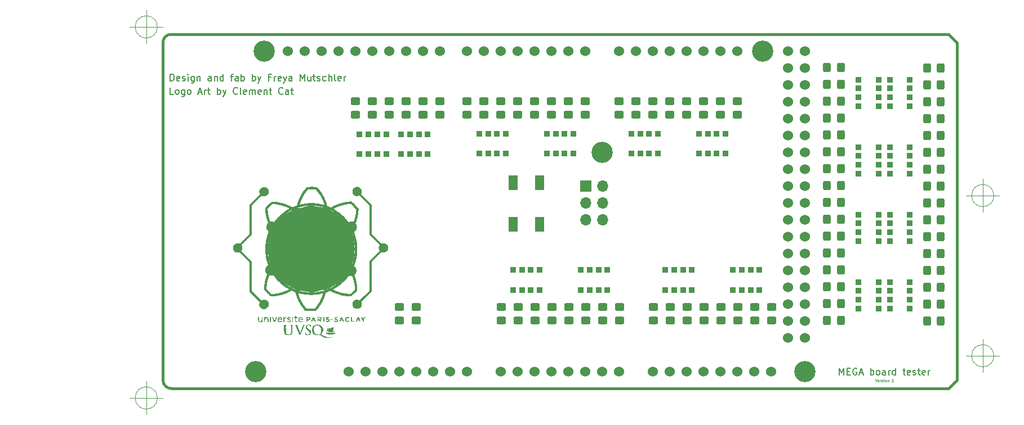
<source format=gbr>
%TF.GenerationSoftware,KiCad,Pcbnew,(6.0.9)*%
%TF.CreationDate,2023-01-12T16:46:16+01:00*%
%TF.ProjectId,MEGA board tester,4d454741-2062-46f6-9172-642074657374,rev?*%
%TF.SameCoordinates,PX7b9033cPY64bc73c*%
%TF.FileFunction,Soldermask,Top*%
%TF.FilePolarity,Negative*%
%FSLAX46Y46*%
G04 Gerber Fmt 4.6, Leading zero omitted, Abs format (unit mm)*
G04 Created by KiCad (PCBNEW (6.0.9)) date 2023-01-12 16:46:16*
%MOMM*%
%LPD*%
G01*
G04 APERTURE LIST*
G04 Aperture macros list*
%AMRoundRect*
0 Rectangle with rounded corners*
0 $1 Rounding radius*
0 $2 $3 $4 $5 $6 $7 $8 $9 X,Y pos of 4 corners*
0 Add a 4 corners polygon primitive as box body*
4,1,4,$2,$3,$4,$5,$6,$7,$8,$9,$2,$3,0*
0 Add four circle primitives for the rounded corners*
1,1,$1+$1,$2,$3*
1,1,$1+$1,$4,$5*
1,1,$1+$1,$6,$7*
1,1,$1+$1,$8,$9*
0 Add four rect primitives between the rounded corners*
20,1,$1+$1,$2,$3,$4,$5,0*
20,1,$1+$1,$4,$5,$6,$7,0*
20,1,$1+$1,$6,$7,$8,$9,0*
20,1,$1+$1,$8,$9,$2,$3,0*%
G04 Aperture macros list end*
%ADD10C,0.060000*%
%ADD11C,0.150000*%
%TA.AperFunction,Profile*%
%ADD12C,0.100000*%
%TD*%
%TA.AperFunction,Profile*%
%ADD13C,0.381000*%
%TD*%
%ADD14C,6.547948*%
%ADD15RoundRect,0.250000X-0.450000X0.325000X-0.450000X-0.325000X0.450000X-0.325000X0.450000X0.325000X0*%
%ADD16RoundRect,0.250000X0.325000X0.450000X-0.325000X0.450000X-0.325000X-0.450000X0.325000X-0.450000X0*%
%ADD17RoundRect,0.250000X0.450000X-0.325000X0.450000X0.325000X-0.450000X0.325000X-0.450000X-0.325000X0*%
%ADD18R,0.900000X0.900000*%
%ADD19RoundRect,0.250000X-0.325000X-0.450000X0.325000X-0.450000X0.325000X0.450000X-0.325000X0.450000X0*%
%ADD20C,3.197860*%
%ADD21C,1.524000*%
%ADD22R,1.700000X1.700000*%
%ADD23O,1.700000X1.700000*%
%ADD24R,1.400000X2.300000*%
%ADD25C,1.650000*%
%ADD26C,1.400000*%
G04 APERTURE END LIST*
D10*
X109544023Y2848548D02*
X109677357Y2448548D01*
X109810690Y2848548D01*
X110096404Y2467596D02*
X110058309Y2448548D01*
X109982119Y2448548D01*
X109944023Y2467596D01*
X109924976Y2505691D01*
X109924976Y2658072D01*
X109944023Y2696167D01*
X109982119Y2715215D01*
X110058309Y2715215D01*
X110096404Y2696167D01*
X110115452Y2658072D01*
X110115452Y2619977D01*
X109924976Y2581881D01*
X110286880Y2448548D02*
X110286880Y2715215D01*
X110286880Y2639024D02*
X110305928Y2677120D01*
X110324976Y2696167D01*
X110363071Y2715215D01*
X110401166Y2715215D01*
X110515452Y2467596D02*
X110553547Y2448548D01*
X110629738Y2448548D01*
X110667833Y2467596D01*
X110686880Y2505691D01*
X110686880Y2524739D01*
X110667833Y2562834D01*
X110629738Y2581881D01*
X110572595Y2581881D01*
X110534500Y2600929D01*
X110515452Y2639024D01*
X110515452Y2658072D01*
X110534500Y2696167D01*
X110572595Y2715215D01*
X110629738Y2715215D01*
X110667833Y2696167D01*
X110858309Y2448548D02*
X110858309Y2715215D01*
X110858309Y2848548D02*
X110839261Y2829500D01*
X110858309Y2810453D01*
X110877357Y2829500D01*
X110858309Y2848548D01*
X110858309Y2810453D01*
X111105928Y2448548D02*
X111067833Y2467596D01*
X111048785Y2486643D01*
X111029738Y2524739D01*
X111029738Y2639024D01*
X111048785Y2677120D01*
X111067833Y2696167D01*
X111105928Y2715215D01*
X111163071Y2715215D01*
X111201166Y2696167D01*
X111220214Y2677120D01*
X111239261Y2639024D01*
X111239261Y2524739D01*
X111220214Y2486643D01*
X111201166Y2467596D01*
X111163071Y2448548D01*
X111105928Y2448548D01*
X111410690Y2715215D02*
X111410690Y2448548D01*
X111410690Y2677120D02*
X111429738Y2696167D01*
X111467833Y2715215D01*
X111524976Y2715215D01*
X111563071Y2696167D01*
X111582119Y2658072D01*
X111582119Y2448548D01*
X112286880Y2448548D02*
X112058309Y2448548D01*
X112172595Y2448548D02*
X112172595Y2848548D01*
X112134500Y2791405D01*
X112096404Y2753310D01*
X112058309Y2734262D01*
D11*
X104196404Y3477120D02*
X104196404Y4477120D01*
X104529738Y3762834D01*
X104863071Y4477120D01*
X104863071Y3477120D01*
X105339261Y4000929D02*
X105672595Y4000929D01*
X105815452Y3477120D02*
X105339261Y3477120D01*
X105339261Y4477120D01*
X105815452Y4477120D01*
X106767833Y4429500D02*
X106672595Y4477120D01*
X106529738Y4477120D01*
X106386880Y4429500D01*
X106291642Y4334262D01*
X106244023Y4239024D01*
X106196404Y4048548D01*
X106196404Y3905691D01*
X106244023Y3715215D01*
X106291642Y3619977D01*
X106386880Y3524739D01*
X106529738Y3477120D01*
X106624976Y3477120D01*
X106767833Y3524739D01*
X106815452Y3572358D01*
X106815452Y3905691D01*
X106624976Y3905691D01*
X107196404Y3762834D02*
X107672595Y3762834D01*
X107101166Y3477120D02*
X107434500Y4477120D01*
X107767833Y3477120D01*
X108863071Y3477120D02*
X108863071Y4477120D01*
X108863071Y4096167D02*
X108958309Y4143786D01*
X109148785Y4143786D01*
X109244023Y4096167D01*
X109291642Y4048548D01*
X109339261Y3953310D01*
X109339261Y3667596D01*
X109291642Y3572358D01*
X109244023Y3524739D01*
X109148785Y3477120D01*
X108958309Y3477120D01*
X108863071Y3524739D01*
X109910690Y3477120D02*
X109815452Y3524739D01*
X109767833Y3572358D01*
X109720214Y3667596D01*
X109720214Y3953310D01*
X109767833Y4048548D01*
X109815452Y4096167D01*
X109910690Y4143786D01*
X110053547Y4143786D01*
X110148785Y4096167D01*
X110196404Y4048548D01*
X110244023Y3953310D01*
X110244023Y3667596D01*
X110196404Y3572358D01*
X110148785Y3524739D01*
X110053547Y3477120D01*
X109910690Y3477120D01*
X111101166Y3477120D02*
X111101166Y4000929D01*
X111053547Y4096167D01*
X110958309Y4143786D01*
X110767833Y4143786D01*
X110672595Y4096167D01*
X111101166Y3524739D02*
X111005928Y3477120D01*
X110767833Y3477120D01*
X110672595Y3524739D01*
X110624976Y3619977D01*
X110624976Y3715215D01*
X110672595Y3810453D01*
X110767833Y3858072D01*
X111005928Y3858072D01*
X111101166Y3905691D01*
X111577357Y3477120D02*
X111577357Y4143786D01*
X111577357Y3953310D02*
X111624976Y4048548D01*
X111672595Y4096167D01*
X111767833Y4143786D01*
X111863071Y4143786D01*
X112624976Y3477120D02*
X112624976Y4477120D01*
X112624976Y3524739D02*
X112529738Y3477120D01*
X112339261Y3477120D01*
X112244023Y3524739D01*
X112196404Y3572358D01*
X112148785Y3667596D01*
X112148785Y3953310D01*
X112196404Y4048548D01*
X112244023Y4096167D01*
X112339261Y4143786D01*
X112529738Y4143786D01*
X112624976Y4096167D01*
X113720214Y4143786D02*
X114101166Y4143786D01*
X113863071Y4477120D02*
X113863071Y3619977D01*
X113910690Y3524739D01*
X114005928Y3477120D01*
X114101166Y3477120D01*
X114815452Y3524739D02*
X114720214Y3477120D01*
X114529738Y3477120D01*
X114434500Y3524739D01*
X114386880Y3619977D01*
X114386880Y4000929D01*
X114434500Y4096167D01*
X114529738Y4143786D01*
X114720214Y4143786D01*
X114815452Y4096167D01*
X114863071Y4000929D01*
X114863071Y3905691D01*
X114386880Y3810453D01*
X115244023Y3524739D02*
X115339261Y3477120D01*
X115529738Y3477120D01*
X115624976Y3524739D01*
X115672595Y3619977D01*
X115672595Y3667596D01*
X115624976Y3762834D01*
X115529738Y3810453D01*
X115386880Y3810453D01*
X115291642Y3858072D01*
X115244023Y3953310D01*
X115244023Y4000929D01*
X115291642Y4096167D01*
X115386880Y4143786D01*
X115529738Y4143786D01*
X115624976Y4096167D01*
X115958309Y4143786D02*
X116339261Y4143786D01*
X116101166Y4477120D02*
X116101166Y3619977D01*
X116148785Y3524739D01*
X116244023Y3477120D01*
X116339261Y3477120D01*
X117053547Y3524739D02*
X116958309Y3477120D01*
X116767833Y3477120D01*
X116672595Y3524739D01*
X116624976Y3619977D01*
X116624976Y4000929D01*
X116672595Y4096167D01*
X116767833Y4143786D01*
X116958309Y4143786D01*
X117053547Y4096167D01*
X117101166Y4000929D01*
X117101166Y3905691D01*
X116624976Y3810453D01*
X117529738Y3477120D02*
X117529738Y4143786D01*
X117529738Y3953310D02*
X117577357Y4048548D01*
X117624976Y4096167D01*
X117720214Y4143786D01*
X117815452Y4143786D01*
X4088285Y45741120D02*
X3612095Y45741120D01*
X3612095Y46741120D01*
X4564476Y45741120D02*
X4469238Y45788739D01*
X4421619Y45836358D01*
X4374000Y45931596D01*
X4374000Y46217310D01*
X4421619Y46312548D01*
X4469238Y46360167D01*
X4564476Y46407786D01*
X4707333Y46407786D01*
X4802571Y46360167D01*
X4850190Y46312548D01*
X4897809Y46217310D01*
X4897809Y45931596D01*
X4850190Y45836358D01*
X4802571Y45788739D01*
X4707333Y45741120D01*
X4564476Y45741120D01*
X5754952Y46407786D02*
X5754952Y45598262D01*
X5707333Y45503024D01*
X5659714Y45455405D01*
X5564476Y45407786D01*
X5421619Y45407786D01*
X5326380Y45455405D01*
X5754952Y45788739D02*
X5659714Y45741120D01*
X5469238Y45741120D01*
X5374000Y45788739D01*
X5326380Y45836358D01*
X5278761Y45931596D01*
X5278761Y46217310D01*
X5326380Y46312548D01*
X5374000Y46360167D01*
X5469238Y46407786D01*
X5659714Y46407786D01*
X5754952Y46360167D01*
X6374000Y45741120D02*
X6278761Y45788739D01*
X6231142Y45836358D01*
X6183523Y45931596D01*
X6183523Y46217310D01*
X6231142Y46312548D01*
X6278761Y46360167D01*
X6374000Y46407786D01*
X6516857Y46407786D01*
X6612095Y46360167D01*
X6659714Y46312548D01*
X6707333Y46217310D01*
X6707333Y45931596D01*
X6659714Y45836358D01*
X6612095Y45788739D01*
X6516857Y45741120D01*
X6374000Y45741120D01*
X7850190Y46026834D02*
X8326380Y46026834D01*
X7754952Y45741120D02*
X8088285Y46741120D01*
X8421619Y45741120D01*
X8754952Y45741120D02*
X8754952Y46407786D01*
X8754952Y46217310D02*
X8802571Y46312548D01*
X8850190Y46360167D01*
X8945428Y46407786D01*
X9040666Y46407786D01*
X9231142Y46407786D02*
X9612095Y46407786D01*
X9374000Y46741120D02*
X9374000Y45883977D01*
X9421619Y45788739D01*
X9516857Y45741120D01*
X9612095Y45741120D01*
X10707333Y45741120D02*
X10707333Y46741120D01*
X10707333Y46360167D02*
X10802571Y46407786D01*
X10993047Y46407786D01*
X11088285Y46360167D01*
X11135904Y46312548D01*
X11183523Y46217310D01*
X11183523Y45931596D01*
X11135904Y45836358D01*
X11088285Y45788739D01*
X10993047Y45741120D01*
X10802571Y45741120D01*
X10707333Y45788739D01*
X11516857Y46407786D02*
X11754952Y45741120D01*
X11993047Y46407786D02*
X11754952Y45741120D01*
X11659714Y45503024D01*
X11612095Y45455405D01*
X11516857Y45407786D01*
X13707333Y45836358D02*
X13659714Y45788739D01*
X13516857Y45741120D01*
X13421619Y45741120D01*
X13278761Y45788739D01*
X13183523Y45883977D01*
X13135904Y45979215D01*
X13088285Y46169691D01*
X13088285Y46312548D01*
X13135904Y46503024D01*
X13183523Y46598262D01*
X13278761Y46693500D01*
X13421619Y46741120D01*
X13516857Y46741120D01*
X13659714Y46693500D01*
X13707333Y46645881D01*
X14278761Y45741120D02*
X14183523Y45788739D01*
X14135904Y45883977D01*
X14135904Y46741120D01*
X15040666Y45788739D02*
X14945428Y45741120D01*
X14754952Y45741120D01*
X14659714Y45788739D01*
X14612095Y45883977D01*
X14612095Y46264929D01*
X14659714Y46360167D01*
X14754952Y46407786D01*
X14945428Y46407786D01*
X15040666Y46360167D01*
X15088285Y46264929D01*
X15088285Y46169691D01*
X14612095Y46074453D01*
X15516857Y45741120D02*
X15516857Y46407786D01*
X15516857Y46312548D02*
X15564476Y46360167D01*
X15659714Y46407786D01*
X15802571Y46407786D01*
X15897809Y46360167D01*
X15945428Y46264929D01*
X15945428Y45741120D01*
X15945428Y46264929D02*
X15993047Y46360167D01*
X16088285Y46407786D01*
X16231142Y46407786D01*
X16326380Y46360167D01*
X16374000Y46264929D01*
X16374000Y45741120D01*
X17231142Y45788739D02*
X17135904Y45741120D01*
X16945428Y45741120D01*
X16850190Y45788739D01*
X16802571Y45883977D01*
X16802571Y46264929D01*
X16850190Y46360167D01*
X16945428Y46407786D01*
X17135904Y46407786D01*
X17231142Y46360167D01*
X17278761Y46264929D01*
X17278761Y46169691D01*
X16802571Y46074453D01*
X17707333Y46407786D02*
X17707333Y45741120D01*
X17707333Y46312548D02*
X17754952Y46360167D01*
X17850190Y46407786D01*
X17993047Y46407786D01*
X18088285Y46360167D01*
X18135904Y46264929D01*
X18135904Y45741120D01*
X18469238Y46407786D02*
X18850190Y46407786D01*
X18612095Y46741120D02*
X18612095Y45883977D01*
X18659714Y45788739D01*
X18754952Y45741120D01*
X18850190Y45741120D01*
X20516857Y45836358D02*
X20469238Y45788739D01*
X20326380Y45741120D01*
X20231142Y45741120D01*
X20088285Y45788739D01*
X19993047Y45883977D01*
X19945428Y45979215D01*
X19897809Y46169691D01*
X19897809Y46312548D01*
X19945428Y46503024D01*
X19993047Y46598262D01*
X20088285Y46693500D01*
X20231142Y46741120D01*
X20326380Y46741120D01*
X20469238Y46693500D01*
X20516857Y46645881D01*
X21374000Y45741120D02*
X21374000Y46264929D01*
X21326380Y46360167D01*
X21231142Y46407786D01*
X21040666Y46407786D01*
X20945428Y46360167D01*
X21374000Y45788739D02*
X21278761Y45741120D01*
X21040666Y45741120D01*
X20945428Y45788739D01*
X20897809Y45883977D01*
X20897809Y45979215D01*
X20945428Y46074453D01*
X21040666Y46122072D01*
X21278761Y46122072D01*
X21374000Y46169691D01*
X21707333Y46407786D02*
X22088285Y46407786D01*
X21850190Y46741120D02*
X21850190Y45883977D01*
X21897809Y45788739D01*
X21993047Y45741120D01*
X22088285Y45741120D01*
X3612095Y47773120D02*
X3612095Y48773120D01*
X3850190Y48773120D01*
X3993047Y48725500D01*
X4088285Y48630262D01*
X4135904Y48535024D01*
X4183523Y48344548D01*
X4183523Y48201691D01*
X4135904Y48011215D01*
X4088285Y47915977D01*
X3993047Y47820739D01*
X3850190Y47773120D01*
X3612095Y47773120D01*
X4993047Y47820739D02*
X4897809Y47773120D01*
X4707333Y47773120D01*
X4612095Y47820739D01*
X4564476Y47915977D01*
X4564476Y48296929D01*
X4612095Y48392167D01*
X4707333Y48439786D01*
X4897809Y48439786D01*
X4993047Y48392167D01*
X5040666Y48296929D01*
X5040666Y48201691D01*
X4564476Y48106453D01*
X5421619Y47820739D02*
X5516857Y47773120D01*
X5707333Y47773120D01*
X5802571Y47820739D01*
X5850190Y47915977D01*
X5850190Y47963596D01*
X5802571Y48058834D01*
X5707333Y48106453D01*
X5564476Y48106453D01*
X5469238Y48154072D01*
X5421619Y48249310D01*
X5421619Y48296929D01*
X5469238Y48392167D01*
X5564476Y48439786D01*
X5707333Y48439786D01*
X5802571Y48392167D01*
X6278761Y47773120D02*
X6278761Y48439786D01*
X6278761Y48773120D02*
X6231142Y48725500D01*
X6278761Y48677881D01*
X6326380Y48725500D01*
X6278761Y48773120D01*
X6278761Y48677881D01*
X7183523Y48439786D02*
X7183523Y47630262D01*
X7135904Y47535024D01*
X7088285Y47487405D01*
X6993047Y47439786D01*
X6850190Y47439786D01*
X6754952Y47487405D01*
X7183523Y47820739D02*
X7088285Y47773120D01*
X6897809Y47773120D01*
X6802571Y47820739D01*
X6754952Y47868358D01*
X6707333Y47963596D01*
X6707333Y48249310D01*
X6754952Y48344548D01*
X6802571Y48392167D01*
X6897809Y48439786D01*
X7088285Y48439786D01*
X7183523Y48392167D01*
X7659714Y48439786D02*
X7659714Y47773120D01*
X7659714Y48344548D02*
X7707333Y48392167D01*
X7802571Y48439786D01*
X7945428Y48439786D01*
X8040666Y48392167D01*
X8088285Y48296929D01*
X8088285Y47773120D01*
X9754952Y47773120D02*
X9754952Y48296929D01*
X9707333Y48392167D01*
X9612095Y48439786D01*
X9421619Y48439786D01*
X9326380Y48392167D01*
X9754952Y47820739D02*
X9659714Y47773120D01*
X9421619Y47773120D01*
X9326380Y47820739D01*
X9278761Y47915977D01*
X9278761Y48011215D01*
X9326380Y48106453D01*
X9421619Y48154072D01*
X9659714Y48154072D01*
X9754952Y48201691D01*
X10231142Y48439786D02*
X10231142Y47773120D01*
X10231142Y48344548D02*
X10278761Y48392167D01*
X10374000Y48439786D01*
X10516857Y48439786D01*
X10612095Y48392167D01*
X10659714Y48296929D01*
X10659714Y47773120D01*
X11564476Y47773120D02*
X11564476Y48773120D01*
X11564476Y47820739D02*
X11469238Y47773120D01*
X11278761Y47773120D01*
X11183523Y47820739D01*
X11135904Y47868358D01*
X11088285Y47963596D01*
X11088285Y48249310D01*
X11135904Y48344548D01*
X11183523Y48392167D01*
X11278761Y48439786D01*
X11469238Y48439786D01*
X11564476Y48392167D01*
X12659714Y48439786D02*
X13040666Y48439786D01*
X12802571Y47773120D02*
X12802571Y48630262D01*
X12850190Y48725500D01*
X12945428Y48773120D01*
X13040666Y48773120D01*
X13802571Y47773120D02*
X13802571Y48296929D01*
X13754952Y48392167D01*
X13659714Y48439786D01*
X13469238Y48439786D01*
X13374000Y48392167D01*
X13802571Y47820739D02*
X13707333Y47773120D01*
X13469238Y47773120D01*
X13374000Y47820739D01*
X13326380Y47915977D01*
X13326380Y48011215D01*
X13374000Y48106453D01*
X13469238Y48154072D01*
X13707333Y48154072D01*
X13802571Y48201691D01*
X14278761Y47773120D02*
X14278761Y48773120D01*
X14278761Y48392167D02*
X14374000Y48439786D01*
X14564476Y48439786D01*
X14659714Y48392167D01*
X14707333Y48344548D01*
X14754952Y48249310D01*
X14754952Y47963596D01*
X14707333Y47868358D01*
X14659714Y47820739D01*
X14564476Y47773120D01*
X14374000Y47773120D01*
X14278761Y47820739D01*
X15945428Y47773120D02*
X15945428Y48773120D01*
X15945428Y48392167D02*
X16040666Y48439786D01*
X16231142Y48439786D01*
X16326380Y48392167D01*
X16374000Y48344548D01*
X16421619Y48249310D01*
X16421619Y47963596D01*
X16374000Y47868358D01*
X16326380Y47820739D01*
X16231142Y47773120D01*
X16040666Y47773120D01*
X15945428Y47820739D01*
X16754952Y48439786D02*
X16993047Y47773120D01*
X17231142Y48439786D02*
X16993047Y47773120D01*
X16897809Y47535024D01*
X16850190Y47487405D01*
X16754952Y47439786D01*
X18707333Y48296929D02*
X18374000Y48296929D01*
X18374000Y47773120D02*
X18374000Y48773120D01*
X18850190Y48773120D01*
X19231142Y47773120D02*
X19231142Y48439786D01*
X19231142Y48249310D02*
X19278761Y48344548D01*
X19326380Y48392167D01*
X19421619Y48439786D01*
X19516857Y48439786D01*
X20231142Y47820739D02*
X20135904Y47773120D01*
X19945428Y47773120D01*
X19850190Y47820739D01*
X19802571Y47915977D01*
X19802571Y48296929D01*
X19850190Y48392167D01*
X19945428Y48439786D01*
X20135904Y48439786D01*
X20231142Y48392167D01*
X20278761Y48296929D01*
X20278761Y48201691D01*
X19802571Y48106453D01*
X20612095Y48439786D02*
X20850190Y47773120D01*
X21088285Y48439786D02*
X20850190Y47773120D01*
X20754952Y47535024D01*
X20707333Y47487405D01*
X20612095Y47439786D01*
X21897809Y47773120D02*
X21897809Y48296929D01*
X21850190Y48392167D01*
X21754952Y48439786D01*
X21564476Y48439786D01*
X21469238Y48392167D01*
X21897809Y47820739D02*
X21802571Y47773120D01*
X21564476Y47773120D01*
X21469238Y47820739D01*
X21421619Y47915977D01*
X21421619Y48011215D01*
X21469238Y48106453D01*
X21564476Y48154072D01*
X21802571Y48154072D01*
X21897809Y48201691D01*
X23135904Y47773120D02*
X23135904Y48773120D01*
X23469238Y48058834D01*
X23802571Y48773120D01*
X23802571Y47773120D01*
X24707333Y48439786D02*
X24707333Y47773120D01*
X24278761Y48439786D02*
X24278761Y47915977D01*
X24326380Y47820739D01*
X24421619Y47773120D01*
X24564476Y47773120D01*
X24659714Y47820739D01*
X24707333Y47868358D01*
X25040666Y48439786D02*
X25421619Y48439786D01*
X25183523Y48773120D02*
X25183523Y47915977D01*
X25231142Y47820739D01*
X25326380Y47773120D01*
X25421619Y47773120D01*
X25707333Y47820739D02*
X25802571Y47773120D01*
X25993047Y47773120D01*
X26088285Y47820739D01*
X26135904Y47915977D01*
X26135904Y47963596D01*
X26088285Y48058834D01*
X25993047Y48106453D01*
X25850190Y48106453D01*
X25754952Y48154072D01*
X25707333Y48249310D01*
X25707333Y48296929D01*
X25754952Y48392167D01*
X25850190Y48439786D01*
X25993047Y48439786D01*
X26088285Y48392167D01*
X26993047Y47820739D02*
X26897809Y47773120D01*
X26707333Y47773120D01*
X26612095Y47820739D01*
X26564476Y47868358D01*
X26516857Y47963596D01*
X26516857Y48249310D01*
X26564476Y48344548D01*
X26612095Y48392167D01*
X26707333Y48439786D01*
X26897809Y48439786D01*
X26993047Y48392167D01*
X27421619Y47773120D02*
X27421619Y48773120D01*
X27850190Y47773120D02*
X27850190Y48296929D01*
X27802571Y48392167D01*
X27707333Y48439786D01*
X27564476Y48439786D01*
X27469238Y48392167D01*
X27421619Y48344548D01*
X28469238Y47773120D02*
X28374000Y47820739D01*
X28326380Y47915977D01*
X28326380Y48773120D01*
X29231142Y47820739D02*
X29135904Y47773120D01*
X28945428Y47773120D01*
X28850190Y47820739D01*
X28802571Y47915977D01*
X28802571Y48296929D01*
X28850190Y48392167D01*
X28945428Y48439786D01*
X29135904Y48439786D01*
X29231142Y48392167D01*
X29278761Y48296929D01*
X29278761Y48201691D01*
X28802571Y48106453D01*
X29707333Y47773120D02*
X29707333Y48439786D01*
X29707333Y48249310D02*
X29754952Y48344548D01*
X29802571Y48392167D01*
X29897809Y48439786D01*
X29993047Y48439786D01*
D12*
X127396666Y30480000D02*
G75*
G03*
X127396666Y30480000I-1666666J0D01*
G01*
X123230000Y30480000D02*
X128230000Y30480000D01*
X125730000Y32980000D02*
X125730000Y27980000D01*
X127396666Y6350000D02*
G75*
G03*
X127396666Y6350000I-1666666J0D01*
G01*
X123230000Y6350000D02*
X128230000Y6350000D01*
X125730000Y8850000D02*
X125730000Y3850000D01*
X1666666Y55880000D02*
G75*
G03*
X1666666Y55880000I-1666666J0D01*
G01*
X-2500000Y55880000D02*
X2500000Y55880000D01*
X0Y58380000D02*
X0Y53380000D01*
X1666666Y0D02*
G75*
G03*
X1666666Y0I-1666666J0D01*
G01*
X-2500000Y0D02*
X2500000Y0D01*
X0Y2500000D02*
X0Y-2500000D01*
D13*
%TO.C,J1*%
X121869000Y53500000D02*
X121869000Y2700000D01*
X121869000Y2700000D02*
X120599000Y1430000D01*
X3759000Y54770000D02*
X120599000Y54770000D01*
X2489000Y2700000D02*
X2489000Y53500000D01*
X3759000Y1430000D02*
X120599000Y1430000D01*
X120599000Y54770000D02*
X121869000Y53500000D01*
X2489000Y2700000D02*
G75*
G03*
X3759000Y1430000I1269999J-1D01*
G01*
X3759000Y54770000D02*
G75*
G03*
X2489000Y53500000I-1J-1269999D01*
G01*
%TO.C,REF\u002A\u002A*%
D14*
X28070892Y22431807D02*
G75*
G03*
X28070892Y22431807I-3273974J0D01*
G01*
G36*
X30987399Y14247181D02*
G01*
X31002608Y14306872D01*
X31026873Y14370693D01*
X31050648Y14422737D01*
X31075788Y14472144D01*
X31100459Y14511997D01*
X31129643Y14549204D01*
X31168322Y14590673D01*
X31180936Y14603394D01*
X31224721Y14645462D01*
X31262392Y14676701D01*
X31300859Y14702092D01*
X31347029Y14726619D01*
X31361592Y14733682D01*
X31432805Y14765449D01*
X31494695Y14786939D01*
X31554547Y14799865D01*
X31619645Y14805943D01*
X31673280Y14807041D01*
X31749913Y14804467D01*
X31815936Y14795542D01*
X31879390Y14778464D01*
X31948319Y14751428D01*
X31975035Y14739367D01*
X32061709Y14699248D01*
X32802071Y15439557D01*
X33542433Y16179867D01*
X33542433Y20614628D01*
X35091751Y22164046D01*
X35064931Y22199209D01*
X35041145Y22236295D01*
X35015079Y22286315D01*
X34989823Y22342436D01*
X34968467Y22397824D01*
X34954771Y22442864D01*
X34948602Y22478731D01*
X34943847Y22526905D01*
X34941218Y22579220D01*
X34940918Y22601614D01*
X35396674Y22601614D01*
X35404436Y22545217D01*
X35425295Y22488125D01*
X35455610Y22439853D01*
X35460872Y22433827D01*
X35507551Y22397158D01*
X35565326Y22373321D01*
X35628520Y22363385D01*
X35691456Y22368421D01*
X35734208Y22382273D01*
X35784281Y22410119D01*
X35820487Y22444303D01*
X35849443Y22491321D01*
X35853245Y22499194D01*
X35872823Y22563418D01*
X35874333Y22630486D01*
X35858497Y22695548D01*
X35826040Y22753757D01*
X35812947Y22769401D01*
X35775571Y22798959D01*
X35726133Y22823125D01*
X35672964Y22838459D01*
X35636909Y22842099D01*
X35586230Y22835293D01*
X35533261Y22817168D01*
X35486330Y22791163D01*
X35460872Y22769401D01*
X35429427Y22723326D01*
X35406879Y22666970D01*
X35396869Y22609848D01*
X35396674Y22601614D01*
X34940918Y22601614D01*
X34942376Y22653152D01*
X34946277Y22704170D01*
X34951907Y22746502D01*
X34954771Y22760364D01*
X34969693Y22808893D01*
X34991400Y22864539D01*
X35016804Y22920469D01*
X35042815Y22969847D01*
X35064931Y23004018D01*
X35091751Y23039181D01*
X33542433Y24588599D01*
X33542433Y29033496D01*
X32804761Y29771222D01*
X32067088Y30508947D01*
X31980611Y30466608D01*
X31898720Y30431390D01*
X31820545Y30409190D01*
X31737859Y30398151D01*
X31668159Y30396079D01*
X31595602Y30398712D01*
X31532731Y30407194D01*
X31472295Y30423260D01*
X31407041Y30448650D01*
X31361592Y30469545D01*
X31312185Y30494686D01*
X31272333Y30519357D01*
X31235126Y30548541D01*
X31193656Y30587220D01*
X31180936Y30599834D01*
X31138867Y30643618D01*
X31107628Y30681290D01*
X31082237Y30719757D01*
X31057711Y30765927D01*
X31050648Y30780490D01*
X31018880Y30851703D01*
X30997391Y30913593D01*
X30984464Y30973445D01*
X30978387Y31038543D01*
X30977289Y31092178D01*
X31433045Y31092178D01*
X31440807Y31035781D01*
X31461666Y30978689D01*
X31491981Y30930418D01*
X31497243Y30924391D01*
X31543922Y30887723D01*
X31601697Y30863885D01*
X31664891Y30853949D01*
X31727827Y30858986D01*
X31770579Y30872837D01*
X31820652Y30900684D01*
X31856858Y30934867D01*
X31885813Y30981886D01*
X31889616Y30989759D01*
X31909194Y31053982D01*
X31910704Y31121050D01*
X31894868Y31186113D01*
X31862411Y31244321D01*
X31849318Y31259965D01*
X31811942Y31289523D01*
X31762504Y31313689D01*
X31709335Y31329023D01*
X31673280Y31332663D01*
X31622601Y31325857D01*
X31569632Y31307732D01*
X31522701Y31281728D01*
X31497243Y31259965D01*
X31465798Y31213891D01*
X31443250Y31157535D01*
X31433240Y31100413D01*
X31433045Y31092178D01*
X30977289Y31092178D01*
X30979531Y31165463D01*
X30987399Y31228310D01*
X31002608Y31288001D01*
X31026873Y31351822D01*
X31050648Y31403866D01*
X31075788Y31453273D01*
X31100459Y31493126D01*
X31129643Y31530333D01*
X31168322Y31571802D01*
X31180936Y31584523D01*
X31224721Y31626591D01*
X31262392Y31657830D01*
X31300859Y31683222D01*
X31347029Y31707748D01*
X31361592Y31714811D01*
X31432805Y31746578D01*
X31494695Y31768068D01*
X31554547Y31780994D01*
X31619645Y31787072D01*
X31673280Y31788170D01*
X31746565Y31785928D01*
X31809412Y31778059D01*
X31869103Y31762850D01*
X31932924Y31738586D01*
X31984968Y31714811D01*
X32034375Y31689670D01*
X32074228Y31664999D01*
X32111435Y31635815D01*
X32152905Y31597136D01*
X32165625Y31584523D01*
X32207693Y31540738D01*
X32238932Y31503066D01*
X32264324Y31464600D01*
X32288850Y31418430D01*
X32295913Y31403866D01*
X32327680Y31332653D01*
X32349170Y31270763D01*
X32362096Y31210911D01*
X32368174Y31145813D01*
X32369272Y31092178D01*
X32366061Y31009533D01*
X32355224Y30937790D01*
X32334949Y30868208D01*
X32310245Y30807160D01*
X32279213Y30737222D01*
X33069573Y29946813D01*
X33859933Y29156403D01*
X33859933Y24711505D01*
X34598872Y23972514D01*
X35337810Y23233523D01*
X35379819Y23251438D01*
X35457765Y23277954D01*
X35542563Y23292998D01*
X35636909Y23297605D01*
X35710194Y23295363D01*
X35773041Y23287495D01*
X35832732Y23272286D01*
X35896553Y23248021D01*
X35948597Y23224246D01*
X35998004Y23199106D01*
X36037857Y23174435D01*
X36075064Y23145251D01*
X36116534Y23106572D01*
X36129254Y23093958D01*
X36171322Y23050173D01*
X36202561Y23012502D01*
X36227953Y22974035D01*
X36252479Y22927865D01*
X36259542Y22913301D01*
X36291309Y22842089D01*
X36312799Y22780198D01*
X36325725Y22720347D01*
X36331803Y22655249D01*
X36332901Y22601614D01*
X36330659Y22528328D01*
X36322791Y22465482D01*
X36307581Y22405790D01*
X36283317Y22341969D01*
X36259542Y22289926D01*
X36234401Y22240519D01*
X36209730Y22200666D01*
X36180546Y22163459D01*
X36141868Y22121989D01*
X36129254Y22109269D01*
X36085469Y22067200D01*
X36047797Y22035962D01*
X36009331Y22010570D01*
X35963161Y21986044D01*
X35948597Y21978981D01*
X35877384Y21947214D01*
X35815494Y21925724D01*
X35755642Y21912798D01*
X35690545Y21906720D01*
X35636909Y21905622D01*
X35539957Y21910513D01*
X35455438Y21925875D01*
X35379819Y21951789D01*
X35337810Y21969704D01*
X34598872Y21230713D01*
X33859933Y20491722D01*
X33859933Y16056967D01*
X33067441Y15264524D01*
X32274948Y14472081D01*
X32308257Y14399105D01*
X32337951Y14326235D01*
X32356819Y14258426D01*
X32366656Y14187205D01*
X32369272Y14111049D01*
X32367030Y14037764D01*
X32359162Y13974918D01*
X32343952Y13915226D01*
X32319688Y13851405D01*
X32295913Y13799361D01*
X32238977Y13703494D01*
X32165782Y13617507D01*
X32079085Y13543669D01*
X31981646Y13484248D01*
X31876221Y13441513D01*
X31852514Y13434652D01*
X31817158Y13427472D01*
X31770829Y13421219D01*
X31719514Y13416338D01*
X31669201Y13413277D01*
X31625875Y13412482D01*
X31595524Y13414398D01*
X31591345Y13415190D01*
X31569931Y13419775D01*
X31537205Y13426410D01*
X31514530Y13430874D01*
X31480384Y13440277D01*
X31435347Y13456450D01*
X31386679Y13476670D01*
X31361592Y13488241D01*
X31311998Y13513586D01*
X31271925Y13538510D01*
X31234434Y13568026D01*
X31192585Y13607145D01*
X31180936Y13618705D01*
X31138867Y13662489D01*
X31107628Y13700161D01*
X31082237Y13738628D01*
X31057711Y13784798D01*
X31050648Y13799361D01*
X31018880Y13870574D01*
X30997391Y13932464D01*
X30984464Y13992316D01*
X30978387Y14057414D01*
X30977289Y14111049D01*
X31433045Y14111049D01*
X31440807Y14054652D01*
X31461666Y13997560D01*
X31491981Y13949289D01*
X31497243Y13943262D01*
X31543922Y13906594D01*
X31601697Y13882756D01*
X31664891Y13872820D01*
X31727827Y13877857D01*
X31770579Y13891708D01*
X31820652Y13919555D01*
X31856858Y13953738D01*
X31885813Y14000757D01*
X31889616Y14008630D01*
X31909194Y14072853D01*
X31910704Y14139921D01*
X31894868Y14204984D01*
X31862411Y14263192D01*
X31849318Y14278836D01*
X31811942Y14308394D01*
X31762504Y14332560D01*
X31709335Y14347894D01*
X31673280Y14351534D01*
X31622601Y14344728D01*
X31569632Y14326603D01*
X31522701Y14300599D01*
X31497243Y14278836D01*
X31465798Y14232762D01*
X31443250Y14176406D01*
X31433240Y14119284D01*
X31433045Y14111049D01*
X30977289Y14111049D01*
X30979531Y14184334D01*
X30987399Y14247181D01*
G37*
G36*
X19162707Y11883549D02*
G01*
X19191892Y11812202D01*
X19218722Y11747658D01*
X19242220Y11692182D01*
X19261412Y11648038D01*
X19275320Y11617492D01*
X19282971Y11602809D01*
X19284051Y11601873D01*
X19289045Y11612267D01*
X19300749Y11639239D01*
X19318156Y11680391D01*
X19340261Y11733324D01*
X19366058Y11795642D01*
X19394543Y11864946D01*
X19403145Y11885966D01*
X19517263Y12165081D01*
X19587103Y12168139D01*
X19624903Y12168940D01*
X19645495Y12166853D01*
X19652017Y12161379D01*
X19651293Y12157897D01*
X19646084Y12145790D01*
X19633673Y12117011D01*
X19614979Y12073692D01*
X19590923Y12017967D01*
X19562426Y11951966D01*
X19530407Y11877822D01*
X19495788Y11797669D01*
X19489698Y11783569D01*
X19333753Y11422541D01*
X19226982Y11422541D01*
X19103433Y11711876D01*
X19070623Y11788703D01*
X19038594Y11863685D01*
X19008734Y11933571D01*
X18982433Y11995111D01*
X18961081Y12045052D01*
X18946067Y12080143D01*
X18943684Y12085706D01*
X18907485Y12170202D01*
X19046340Y12170202D01*
X19162707Y11883549D01*
G37*
G36*
X22549662Y11020034D02*
G01*
X22619542Y11019104D01*
X22685713Y11017732D01*
X22745167Y11015947D01*
X22794896Y11013772D01*
X22831893Y11011233D01*
X22853150Y11008357D01*
X22857080Y11006554D01*
X22850229Y10998298D01*
X22826658Y10991094D01*
X22810722Y10988469D01*
X22765905Y10977347D01*
X22739318Y10957821D01*
X22730166Y10929080D01*
X22732380Y10908572D01*
X22737789Y10890737D01*
X22749809Y10855727D01*
X22767717Y10805490D01*
X22790791Y10741976D01*
X22818310Y10667136D01*
X22849550Y10582920D01*
X22883789Y10491277D01*
X22920304Y10394157D01*
X22958374Y10293510D01*
X22997276Y10191286D01*
X23023856Y10121815D01*
X23045771Y10064434D01*
X23067752Y10006475D01*
X23087437Y9954192D01*
X23102462Y9913842D01*
X23104141Y9909278D01*
X23118040Y9874576D01*
X23130375Y9849352D01*
X23138903Y9838061D01*
X23140085Y9837901D01*
X23145825Y9847836D01*
X23158118Y9874795D01*
X23176136Y9916692D01*
X23199050Y9971445D01*
X23226031Y10036968D01*
X23256252Y10111177D01*
X23288882Y10191989D01*
X23323094Y10277318D01*
X23358060Y10365081D01*
X23392950Y10453193D01*
X23426935Y10539570D01*
X23459189Y10622128D01*
X23488880Y10698782D01*
X23515182Y10767449D01*
X23537266Y10826044D01*
X23554302Y10872482D01*
X23565462Y10904680D01*
X23569340Y10917650D01*
X23568339Y10946143D01*
X23549168Y10967684D01*
X23511188Y10982836D01*
X23490451Y10987259D01*
X23459922Y10994377D01*
X23440205Y11002277D01*
X23435758Y11007743D01*
X23446528Y11011176D01*
X23474332Y11013937D01*
X23515728Y11016032D01*
X23567279Y11017470D01*
X23625544Y11018258D01*
X23687084Y11018404D01*
X23748459Y11017916D01*
X23806230Y11016802D01*
X23856957Y11015068D01*
X23897201Y11012724D01*
X23923521Y11009776D01*
X23932459Y11006625D01*
X23925707Y10998314D01*
X23902867Y10991117D01*
X23889605Y10988874D01*
X23854521Y10982563D01*
X23824997Y10972703D01*
X23799213Y10957080D01*
X23775349Y10933482D01*
X23751585Y10899696D01*
X23726100Y10853508D01*
X23697074Y10792707D01*
X23662687Y10715080D01*
X23660798Y10710726D01*
X23638676Y10659929D01*
X23609927Y10594264D01*
X23576245Y10517586D01*
X23539326Y10433743D01*
X23500865Y10346588D01*
X23462555Y10259972D01*
X23446720Y10224235D01*
X23410305Y10142001D01*
X23374175Y10060232D01*
X23339780Y9982222D01*
X23308569Y9911265D01*
X23281992Y9850653D01*
X23261498Y9803680D01*
X23253443Y9785082D01*
X23213529Y9693000D01*
X23180555Y9618192D01*
X23153677Y9558984D01*
X23132048Y9513704D01*
X23114824Y9480679D01*
X23101161Y9458235D01*
X23090212Y9444700D01*
X23081132Y9438400D01*
X23077882Y9437539D01*
X23053916Y9443720D01*
X23040614Y9458022D01*
X23037038Y9463898D01*
X23032700Y9471945D01*
X23027132Y9483282D01*
X23019866Y9499028D01*
X23010434Y9520299D01*
X22998367Y9548215D01*
X22983197Y9583892D01*
X22964455Y9628449D01*
X22941674Y9683004D01*
X22914384Y9748675D01*
X22882117Y9826579D01*
X22844406Y9917835D01*
X22800781Y10023561D01*
X22750774Y10144874D01*
X22693917Y10282893D01*
X22629741Y10438736D01*
X22629503Y10439315D01*
X22583790Y10550396D01*
X22545058Y10644144D01*
X22512362Y10722117D01*
X22484755Y10785869D01*
X22461292Y10836958D01*
X22441027Y10876939D01*
X22423015Y10907368D01*
X22406308Y10929801D01*
X22389962Y10945794D01*
X22373030Y10956902D01*
X22354567Y10964683D01*
X22333627Y10970691D01*
X22309264Y10976484D01*
X22301909Y10978229D01*
X22264550Y10987231D01*
X22234204Y10994615D01*
X22217164Y10998849D01*
X22216764Y10998953D01*
X22208012Y11007515D01*
X22209242Y11012071D01*
X22220885Y11014939D01*
X22249869Y11017188D01*
X22293189Y11018843D01*
X22347835Y11019929D01*
X22410801Y11020473D01*
X22479079Y11020499D01*
X22549662Y11020034D01*
G37*
G36*
X21518283Y12170224D02*
G01*
X21553483Y12161862D01*
X21593779Y12149301D01*
X21634486Y12134415D01*
X21670917Y12119077D01*
X21698387Y12105161D01*
X21712211Y12094540D01*
X21712998Y12092369D01*
X21708212Y12079901D01*
X21696020Y12056417D01*
X21687302Y12041098D01*
X21661606Y11997251D01*
X21597450Y12027273D01*
X21526040Y12054327D01*
X21461008Y12066314D01*
X21404471Y12063209D01*
X21358546Y12044988D01*
X21340315Y12030291D01*
X21317673Y11996905D01*
X21315328Y11963424D01*
X21333224Y11931427D01*
X21344361Y11920785D01*
X21366992Y11906904D01*
X21404135Y11889713D01*
X21450589Y11871457D01*
X21490309Y11857802D01*
X21568857Y11829715D01*
X21628915Y11801186D01*
X21672430Y11770401D01*
X21701350Y11735549D01*
X21717623Y11694816D01*
X21723196Y11646390D01*
X21723240Y11641009D01*
X21719153Y11587273D01*
X21704790Y11544744D01*
X21676994Y11505426D01*
X21664413Y11491871D01*
X21616358Y11455965D01*
X21555167Y11431164D01*
X21485638Y11418677D01*
X21412571Y11419714D01*
X21390667Y11422846D01*
X21340413Y11434770D01*
X21288438Y11452383D01*
X21239669Y11473453D01*
X21199031Y11495748D01*
X21171451Y11517034D01*
X21164946Y11525137D01*
X21166291Y11539190D01*
X21176619Y11562199D01*
X21191804Y11587378D01*
X21207723Y11607940D01*
X21220252Y11617099D01*
X21220850Y11617138D01*
X21234147Y11612117D01*
X21258542Y11599171D01*
X21279596Y11586689D01*
X21332231Y11560338D01*
X21390750Y11540897D01*
X21448017Y11530176D01*
X21496899Y11529982D01*
X21500958Y11530595D01*
X21536355Y11542941D01*
X21569890Y11565134D01*
X21596162Y11592406D01*
X21609772Y11619988D01*
X21610579Y11627380D01*
X21601567Y11657756D01*
X21574134Y11686620D01*
X21527680Y11714380D01*
X21461608Y11741443D01*
X21425675Y11753390D01*
X21349652Y11779264D01*
X21291712Y11804301D01*
X21249657Y11830521D01*
X21221286Y11859942D01*
X21204401Y11894583D01*
X21196801Y11936465D01*
X21195780Y11964430D01*
X21197097Y12005304D01*
X21202520Y12034156D01*
X21214257Y12059359D01*
X21225263Y12076231D01*
X21268030Y12120616D01*
X21324570Y12152794D01*
X21391444Y12171664D01*
X21465211Y12176121D01*
X21518283Y12170224D01*
G37*
G36*
X27622595Y10157662D02*
G01*
X27617474Y10152541D01*
X27612353Y10157662D01*
X27617474Y10162783D01*
X27622595Y10157662D01*
G37*
G36*
X22862341Y11914556D02*
G01*
X22870763Y11941205D01*
X22883852Y11971555D01*
X22884466Y11972884D01*
X22923429Y12036855D01*
X22976166Y12094287D01*
X23036942Y12139387D01*
X23062709Y12152903D01*
X23116810Y12169393D01*
X23181256Y12176253D01*
X23248338Y12173537D01*
X23310351Y12161301D01*
X23338534Y12150971D01*
X23390742Y12119095D01*
X23440993Y12073552D01*
X23483093Y12020715D01*
X23506408Y11978258D01*
X23518245Y11943872D01*
X23529065Y11900651D01*
X23537896Y11854420D01*
X23543764Y11811005D01*
X23545696Y11776232D01*
X23543318Y11757273D01*
X23539747Y11752137D01*
X23531925Y11748127D01*
X23517577Y11745105D01*
X23494424Y11742935D01*
X23460193Y11741480D01*
X23412605Y11740604D01*
X23349385Y11740171D01*
X23268258Y11740042D01*
X23256151Y11740041D01*
X22975597Y11740041D01*
X22980461Y11714597D01*
X22988335Y11692033D01*
X23003592Y11660330D01*
X23017448Y11635667D01*
X23059113Y11584578D01*
X23111528Y11548781D01*
X23171454Y11528609D01*
X23235649Y11524393D01*
X23300873Y11536466D01*
X23363885Y11565159D01*
X23405633Y11595916D01*
X23442856Y11628598D01*
X23481778Y11592876D01*
X23520700Y11557153D01*
X23489974Y11524533D01*
X23429791Y11474867D01*
X23357972Y11438795D01*
X23279185Y11417509D01*
X23198098Y11412201D01*
X23119377Y11424065D01*
X23108831Y11427158D01*
X23029358Y11462297D01*
X22961647Y11513955D01*
X22906760Y11581181D01*
X22878214Y11633317D01*
X22867436Y11659825D01*
X22860535Y11686794D01*
X22856708Y11719857D01*
X22855152Y11764644D01*
X22854974Y11796372D01*
X22855456Y11848182D01*
X22855806Y11854363D01*
X22978249Y11854363D01*
X22980722Y11848150D01*
X22992353Y11846445D01*
X23021323Y11845192D01*
X23064492Y11844438D01*
X23118719Y11844231D01*
X23180863Y11844621D01*
X23197427Y11844819D01*
X23408038Y11847581D01*
X23405349Y11881527D01*
X23392750Y11931813D01*
X23365654Y11981233D01*
X23328545Y12023670D01*
X23285907Y12053009D01*
X23276787Y12056889D01*
X23221192Y12068162D01*
X23161962Y12063951D01*
X23105560Y12045731D01*
X23058448Y12014975D01*
X23048208Y12004768D01*
X23027438Y11977152D01*
X23007817Y11943105D01*
X22991585Y11907826D01*
X22980982Y11876512D01*
X22978249Y11854363D01*
X22855806Y11854363D01*
X22857575Y11885563D01*
X22862341Y11914556D01*
G37*
G36*
X21047272Y12049625D02*
G01*
X20998623Y12042366D01*
X20925807Y12023728D01*
X20866827Y11990814D01*
X20819495Y11942107D01*
X20793281Y11900017D01*
X20783902Y11881563D01*
X20776868Y11864489D01*
X20771784Y11845476D01*
X20768253Y11821202D01*
X20765879Y11788347D01*
X20764267Y11743592D01*
X20763021Y11683616D01*
X20762304Y11640182D01*
X20758988Y11432783D01*
X20627353Y11432783D01*
X20627353Y12171180D01*
X20691365Y12168131D01*
X20755377Y12165081D01*
X20755377Y12095947D01*
X20755859Y12061316D01*
X20757122Y12036513D01*
X20758897Y12026817D01*
X20758933Y12026814D01*
X20767043Y12033819D01*
X20784798Y12052142D01*
X20807281Y12076634D01*
X20865846Y12126794D01*
X20936071Y12161329D01*
X21000881Y12176870D01*
X21047272Y12183228D01*
X21047272Y12049625D01*
G37*
G36*
X30933146Y11911593D02*
G01*
X30935861Y11612017D01*
X31120216Y11610561D01*
X31304571Y11609106D01*
X31304571Y11468630D01*
X31040841Y11465896D01*
X30777111Y11463163D01*
X30777111Y12211170D01*
X30930431Y12211170D01*
X30933146Y11911593D01*
G37*
G36*
X18732595Y11432783D02*
G01*
X18599450Y11432783D01*
X18599450Y12170202D01*
X18732595Y12170202D01*
X18732595Y11432783D01*
G37*
G36*
X24892978Y11834006D02*
G01*
X24908111Y11868065D01*
X24918488Y11891780D01*
X24934905Y11929973D01*
X24955478Y11978231D01*
X24978323Y12032144D01*
X24990118Y12060101D01*
X25053754Y12211170D01*
X25201490Y12211170D01*
X25325734Y11921835D01*
X25370382Y11817782D01*
X25407543Y11730977D01*
X25437862Y11659872D01*
X25461983Y11602913D01*
X25480552Y11558551D01*
X25494214Y11525236D01*
X25503614Y11501415D01*
X25509397Y11485538D01*
X25512209Y11476054D01*
X25512756Y11472247D01*
X25503308Y11467960D01*
X25478031Y11465548D01*
X25441524Y11465399D01*
X25434219Y11465638D01*
X25355682Y11468630D01*
X25319973Y11553378D01*
X25284265Y11638126D01*
X25125398Y11635313D01*
X24966531Y11632501D01*
X24930907Y11548005D01*
X24895284Y11463509D01*
X24819947Y11463509D01*
X24775850Y11464961D01*
X24751111Y11469417D01*
X24744611Y11475697D01*
X24748475Y11488123D01*
X24759183Y11516154D01*
X24775411Y11556611D01*
X24795834Y11606314D01*
X24819127Y11662084D01*
X24843965Y11720742D01*
X24868168Y11777115D01*
X25029101Y11777115D01*
X25029565Y11776001D01*
X25041849Y11773426D01*
X25068751Y11771747D01*
X25104426Y11770952D01*
X25143027Y11771030D01*
X25178710Y11771967D01*
X25205628Y11773754D01*
X25217936Y11776377D01*
X25217939Y11776380D01*
X25216979Y11787995D01*
X25209101Y11813491D01*
X25196232Y11848276D01*
X25180304Y11887757D01*
X25163244Y11927341D01*
X25146984Y11962436D01*
X25133451Y11988448D01*
X25124577Y12000787D01*
X25123479Y12001210D01*
X25115982Y11992349D01*
X25103425Y11968828D01*
X25087724Y11935242D01*
X25070794Y11896184D01*
X25054551Y11856248D01*
X25040911Y11820029D01*
X25031789Y11792120D01*
X25029101Y11777115D01*
X24868168Y11777115D01*
X24869024Y11779109D01*
X24892978Y11834006D01*
G37*
G36*
X20913701Y11018235D02*
G01*
X20979328Y11017281D01*
X21038152Y11015798D01*
X21087143Y11013787D01*
X21123269Y11011249D01*
X21143499Y11008186D01*
X21146721Y11006417D01*
X21139717Y10998233D01*
X21114934Y10991049D01*
X21094068Y10987790D01*
X21068469Y10984187D01*
X21046762Y10979223D01*
X21028643Y10971306D01*
X21013809Y10958843D01*
X21001956Y10940240D01*
X20992781Y10913905D01*
X20985981Y10878244D01*
X20981252Y10831665D01*
X20978290Y10772574D01*
X20976793Y10699379D01*
X20976456Y10610486D01*
X20976977Y10504303D01*
X20978051Y10379236D01*
X20978056Y10378752D01*
X20979112Y10270384D01*
X20980161Y10180366D01*
X20981306Y10106566D01*
X20982655Y10046850D01*
X20984310Y9999086D01*
X20986379Y9961140D01*
X20988964Y9930879D01*
X20992173Y9906170D01*
X20996108Y9884881D01*
X21000877Y9864878D01*
X21003917Y9853561D01*
X21021446Y9795411D01*
X21039147Y9751136D01*
X21060302Y9714367D01*
X21088197Y9678731D01*
X21101911Y9663439D01*
X21157759Y9611417D01*
X21216449Y9575623D01*
X21279872Y9553256D01*
X21369836Y9539172D01*
X21457738Y9543160D01*
X21540849Y9564188D01*
X21616440Y9601225D01*
X21681784Y9653239D01*
X21734151Y9719197D01*
X21738744Y9726817D01*
X21751719Y9750056D01*
X21762659Y9773103D01*
X21771761Y9797911D01*
X21779216Y9826435D01*
X21785221Y9860627D01*
X21789970Y9902443D01*
X21793656Y9953835D01*
X21796475Y10016758D01*
X21798621Y10093166D01*
X21800288Y10185011D01*
X21801671Y10294249D01*
X21802423Y10366672D01*
X21803229Y10464035D01*
X21803698Y10556454D01*
X21803839Y10641625D01*
X21803660Y10717245D01*
X21803173Y10781011D01*
X21802385Y10830620D01*
X21801307Y10863768D01*
X21800319Y10876401D01*
X21789122Y10919648D01*
X21768490Y10949958D01*
X21735056Y10970237D01*
X21685457Y10983392D01*
X21674297Y10985268D01*
X21638265Y10992325D01*
X21613217Y10999959D01*
X21603575Y11006780D01*
X21603659Y11007464D01*
X21614356Y11010572D01*
X21642072Y11013160D01*
X21683609Y11015225D01*
X21735772Y11016767D01*
X21795363Y11017784D01*
X21859187Y11018274D01*
X21924047Y11018235D01*
X21986746Y11017667D01*
X22044088Y11016566D01*
X22092877Y11014932D01*
X22129916Y11012763D01*
X22152009Y11010058D01*
X22156862Y11007743D01*
X22146700Y10999979D01*
X22123041Y10992424D01*
X22110773Y10989956D01*
X22059471Y10978171D01*
X22024876Y10962243D01*
X22003335Y10940303D01*
X21999130Y10932796D01*
X21995700Y10920992D01*
X21992668Y10899427D01*
X21989975Y10866670D01*
X21987564Y10821289D01*
X21985379Y10761851D01*
X21983361Y10686925D01*
X21981452Y10595079D01*
X21979596Y10484880D01*
X21978691Y10423952D01*
X21977035Y10311336D01*
X21975504Y10217162D01*
X21973992Y10139390D01*
X21972393Y10075981D01*
X21970598Y10024895D01*
X21968500Y9984092D01*
X21965993Y9951531D01*
X21962970Y9925174D01*
X21959322Y9902979D01*
X21954944Y9882907D01*
X21949727Y9862918D01*
X21949100Y9860646D01*
X21933456Y9811635D01*
X21913926Y9760741D01*
X21894637Y9718687D01*
X21893956Y9717392D01*
X21843555Y9642600D01*
X21776940Y9575233D01*
X21697861Y9518124D01*
X21610066Y9474106D01*
X21542528Y9451841D01*
X21498722Y9444191D01*
X21440397Y9439105D01*
X21373355Y9436587D01*
X21303399Y9436642D01*
X21236333Y9439277D01*
X21177961Y9444496D01*
X21137397Y9451469D01*
X21046137Y9482432D01*
X20961593Y9528258D01*
X20887377Y9586306D01*
X20827100Y9653935D01*
X20798358Y9699431D01*
X20782816Y9733593D01*
X20765507Y9779897D01*
X20749254Y9830525D01*
X20742995Y9852795D01*
X20736683Y9876827D01*
X20731439Y9898670D01*
X20727148Y9920474D01*
X20723694Y9944388D01*
X20720960Y9972560D01*
X20718829Y10007142D01*
X20717187Y10050280D01*
X20715917Y10104126D01*
X20714901Y10170828D01*
X20714026Y10252535D01*
X20713173Y10351397D01*
X20712673Y10413710D01*
X20711595Y10520388D01*
X20710157Y10618107D01*
X20708409Y10705049D01*
X20706404Y10779395D01*
X20704193Y10839328D01*
X20701827Y10883028D01*
X20699359Y10908678D01*
X20698510Y10912945D01*
X20683874Y10944133D01*
X20657864Y10966149D01*
X20617501Y10980698D01*
X20565803Y10988885D01*
X20530080Y10994391D01*
X20510386Y11001414D01*
X20507511Y11006678D01*
X20518442Y11010000D01*
X20546819Y11012784D01*
X20589610Y11015029D01*
X20643786Y11016738D01*
X20706313Y11017912D01*
X20774162Y11018552D01*
X20844302Y11018660D01*
X20913701Y11018235D01*
G37*
G36*
X31612320Y11840385D02*
G01*
X31769118Y12206049D01*
X31844873Y12209008D01*
X31920627Y12211967D01*
X32076226Y11845419D01*
X32110691Y11764027D01*
X32142498Y11688523D01*
X32170783Y11620987D01*
X32194684Y11563496D01*
X32213336Y11518131D01*
X32225877Y11486970D01*
X32231442Y11472092D01*
X32231645Y11471190D01*
X32222151Y11467512D01*
X32197207Y11464794D01*
X32161843Y11463540D01*
X32154914Y11463509D01*
X32119218Y11463866D01*
X32094077Y11467038D01*
X32076020Y11476176D01*
X32061576Y11494429D01*
X32047272Y11524950D01*
X32029638Y11570888D01*
X32026060Y11580457D01*
X32004671Y11637622D01*
X31687510Y11637622D01*
X31662034Y11578731D01*
X31641894Y11532127D01*
X31627062Y11500880D01*
X31614103Y11481825D01*
X31599579Y11471795D01*
X31580056Y11467624D01*
X31552097Y11466145D01*
X31539335Y11465663D01*
X31502903Y11464989D01*
X31475113Y11466026D01*
X31461723Y11468548D01*
X31461534Y11468709D01*
X31464102Y11479132D01*
X31473989Y11506284D01*
X31490360Y11548106D01*
X31512379Y11602536D01*
X31539210Y11667513D01*
X31570016Y11740978D01*
X31585371Y11777115D01*
X31747797Y11777115D01*
X31748275Y11776001D01*
X31760193Y11773677D01*
X31787655Y11771882D01*
X31825723Y11770885D01*
X31845173Y11770767D01*
X31888597Y11770984D01*
X31915243Y11772298D01*
X31928816Y11775700D01*
X31933023Y11782180D01*
X31931569Y11792731D01*
X31931311Y11793811D01*
X31922631Y11823076D01*
X31909337Y11860104D01*
X31893390Y11900307D01*
X31876750Y11939096D01*
X31861377Y11971883D01*
X31849230Y11994080D01*
X31842712Y12001210D01*
X31835083Y11992353D01*
X31822393Y11968841D01*
X31806569Y11935266D01*
X31789534Y11896218D01*
X31773214Y11856288D01*
X31759535Y11820067D01*
X31750421Y11792145D01*
X31747797Y11777115D01*
X31585371Y11777115D01*
X31603963Y11820869D01*
X31612320Y11840385D01*
G37*
G36*
X28055619Y11796372D02*
G01*
X28054675Y11724678D01*
X27894511Y11721855D01*
X27734348Y11719032D01*
X27737363Y11793549D01*
X27740377Y11868065D01*
X28056563Y11868065D01*
X28055619Y11796372D01*
G37*
G36*
X22071466Y11432783D02*
G01*
X21938062Y11432783D01*
X21943442Y12165081D01*
X22007454Y12168131D01*
X22071466Y12171180D01*
X22071466Y11432783D01*
G37*
G36*
X30355862Y12204597D02*
G01*
X30431556Y12184222D01*
X30490487Y12154551D01*
X30522459Y12133178D01*
X30538301Y12116051D01*
X30538525Y12098156D01*
X30523646Y12074479D01*
X30501387Y12048202D01*
X30452758Y11992774D01*
X30404873Y12025720D01*
X30342164Y12058736D01*
X30278411Y12073538D01*
X30216487Y12070134D01*
X30159265Y12048535D01*
X30126010Y12024793D01*
X30080773Y11972538D01*
X30052471Y11912413D01*
X30041264Y11848066D01*
X30047315Y11783145D01*
X30070786Y11721296D01*
X30110195Y11667846D01*
X30163672Y11625601D01*
X30222348Y11602758D01*
X30284419Y11599465D01*
X30348087Y11615872D01*
X30399690Y11643773D01*
X30428138Y11662191D01*
X30449695Y11674811D01*
X30458508Y11678589D01*
X30468837Y11671821D01*
X30488707Y11654184D01*
X30510711Y11632612D01*
X30555834Y11586635D01*
X30525744Y11555227D01*
X30500121Y11533772D01*
X30464326Y11510130D01*
X30433695Y11493317D01*
X30372228Y11471314D01*
X30300843Y11458707D01*
X30227877Y11456250D01*
X30161664Y11464693D01*
X30150058Y11467729D01*
X30071080Y11500395D01*
X30004221Y11547599D01*
X29950393Y11606733D01*
X29910506Y11675191D01*
X29885470Y11750366D01*
X29876196Y11829651D01*
X29883593Y11910439D01*
X29908573Y11990124D01*
X29944739Y12055676D01*
X29999331Y12118750D01*
X30066353Y12165695D01*
X30145309Y12196273D01*
X30235701Y12210244D01*
X30268055Y12211170D01*
X30355862Y12204597D01*
G37*
G36*
X29149685Y11882102D02*
G01*
X29178929Y11950001D01*
X29289240Y12206049D01*
X29364889Y12208631D01*
X29440538Y12211212D01*
X29591190Y11855284D01*
X29625336Y11774553D01*
X29657120Y11699295D01*
X29685619Y11631705D01*
X29709908Y11573979D01*
X29729064Y11528312D01*
X29742165Y11496898D01*
X29748286Y11481932D01*
X29748476Y11481432D01*
X29749845Y11472327D01*
X29743087Y11466943D01*
X29724432Y11464330D01*
X29690109Y11463535D01*
X29677435Y11463509D01*
X29636379Y11464330D01*
X29608555Y11469152D01*
X29589426Y11481513D01*
X29574456Y11504949D01*
X29559109Y11542999D01*
X29552671Y11560807D01*
X29540416Y11592395D01*
X29529275Y11616843D01*
X29524577Y11624819D01*
X29513374Y11630312D01*
X29488158Y11634164D01*
X29447009Y11636526D01*
X29388005Y11637551D01*
X29362706Y11637622D01*
X29301574Y11637612D01*
X29257405Y11636440D01*
X29226685Y11632390D01*
X29205900Y11623745D01*
X29191537Y11608789D01*
X29180081Y11585807D01*
X29168021Y11553082D01*
X29163478Y11540323D01*
X29149252Y11502970D01*
X29135880Y11480246D01*
X29117961Y11468519D01*
X29090098Y11464151D01*
X29049401Y11463509D01*
X29010640Y11463822D01*
X28988459Y11465607D01*
X28978953Y11470134D01*
X28978220Y11478672D01*
X28980284Y11485987D01*
X28988121Y11506962D01*
X29001391Y11539099D01*
X29015036Y11570483D01*
X29031704Y11608153D01*
X29046901Y11642909D01*
X29055636Y11663226D01*
X29063070Y11680639D01*
X29077402Y11714048D01*
X29097422Y11760638D01*
X29110788Y11791712D01*
X29259851Y11791712D01*
X29262978Y11781143D01*
X29281235Y11774647D01*
X29316497Y11771457D01*
X29358603Y11770767D01*
X29400413Y11771517D01*
X29433225Y11773532D01*
X29452590Y11776463D01*
X29455909Y11778448D01*
X29452146Y11793995D01*
X29442132Y11822249D01*
X29427794Y11858698D01*
X29411062Y11898831D01*
X29393867Y11938136D01*
X29378136Y11972100D01*
X29365801Y11996211D01*
X29358790Y12005959D01*
X29358603Y12005988D01*
X29350948Y11997060D01*
X29338603Y11972901D01*
X29323543Y11937652D01*
X29313508Y11911495D01*
X29297751Y11870047D01*
X29283764Y11835667D01*
X29273511Y11813063D01*
X29269979Y11807126D01*
X29259851Y11791712D01*
X29110788Y11791712D01*
X29121920Y11817594D01*
X29149685Y11882102D01*
G37*
G36*
X-15041397Y8064053D02*
G01*
X-15046518Y8058932D01*
X-15051639Y8064053D01*
X-15046518Y8069174D01*
X-15041397Y8064053D01*
G37*
G36*
X22430353Y15852960D02*
G01*
X22428812Y15859367D01*
X22409753Y15938250D01*
X22307499Y15975811D01*
X22258729Y15994368D01*
X22211436Y16013465D01*
X22172552Y16030255D01*
X22156700Y16037755D01*
X22127434Y16051546D01*
X22105200Y16060385D01*
X22097903Y16062138D01*
X22084289Y16066270D01*
X22056573Y16077384D01*
X22019099Y16093554D01*
X21976209Y16112856D01*
X21932250Y16133366D01*
X21891563Y16153159D01*
X21884901Y16156508D01*
X21843027Y16177685D01*
X21782481Y16144539D01*
X21749909Y16126273D01*
X21723928Y16110917D01*
X21710738Y16102206D01*
X21696528Y16093100D01*
X21669738Y16077834D01*
X21636004Y16059612D01*
X21633923Y16058516D01*
X21594442Y16037732D01*
X21545272Y16011814D01*
X21494834Y15985202D01*
X21476129Y15975325D01*
X21434135Y15953186D01*
X21396407Y15933372D01*
X21368287Y15918683D01*
X21358347Y15913547D01*
X21324740Y15896959D01*
X21281554Y15876466D01*
X21234330Y15854603D01*
X21188605Y15833903D01*
X21149918Y15816902D01*
X21123808Y15806134D01*
X21122783Y15805749D01*
X21096388Y15794968D01*
X21078230Y15785849D01*
X21076694Y15784810D01*
X21062236Y15777400D01*
X21032640Y15764458D01*
X20991967Y15747588D01*
X20944279Y15728393D01*
X20893638Y15708478D01*
X20844106Y15689447D01*
X20799744Y15672903D01*
X20764615Y15660450D01*
X20748952Y15655397D01*
X20717761Y15645230D01*
X20694483Y15636073D01*
X20687500Y15632295D01*
X20682412Y15629138D01*
X20673429Y15625122D01*
X20658316Y15619512D01*
X20634840Y15611573D01*
X20600765Y15600569D01*
X20553856Y15585765D01*
X20491879Y15566425D01*
X20412597Y15541815D01*
X20410968Y15541310D01*
X20332628Y15517429D01*
X20260073Y15496315D01*
X20189771Y15477119D01*
X20118193Y15458993D01*
X20041806Y15441089D01*
X19957081Y15422560D01*
X19860486Y15402556D01*
X19748490Y15380230D01*
X19704275Y15371569D01*
X19618324Y15356347D01*
X19516939Y15340950D01*
X19405155Y15325958D01*
X19288009Y15311950D01*
X19170535Y15299504D01*
X19057770Y15289200D01*
X18954749Y15281615D01*
X18892981Y15278313D01*
X18741533Y15271813D01*
X18562299Y15433210D01*
X18464298Y15523227D01*
X18358392Y15623653D01*
X18248406Y15730669D01*
X18138166Y15840459D01*
X18031495Y15949207D01*
X17932220Y16053096D01*
X17844164Y16148307D01*
X17830396Y16163567D01*
X17688650Y16321327D01*
X17693122Y16441825D01*
X18057246Y16441825D01*
X18148212Y16341598D01*
X18193184Y16293130D01*
X18249474Y16234159D01*
X18314201Y16167563D01*
X18384482Y16096222D01*
X18457438Y16023013D01*
X18530186Y15950814D01*
X18599846Y15882504D01*
X18663536Y15820962D01*
X18718375Y15769065D01*
X18754573Y15735855D01*
X18859791Y15641407D01*
X18938928Y15647771D01*
X18976380Y15651143D01*
X19028715Y15656347D01*
X19090473Y15662815D01*
X19156195Y15669980D01*
X19197299Y15674610D01*
X19263014Y15682077D01*
X19328497Y15689445D01*
X19388194Y15696094D01*
X19436551Y15701405D01*
X19458468Y15703761D01*
X19510131Y15710665D01*
X19577242Y15721777D01*
X19655415Y15736192D01*
X19740262Y15753006D01*
X19827397Y15771314D01*
X19912432Y15790210D01*
X19990980Y15808789D01*
X20058655Y15826147D01*
X20078969Y15831769D01*
X20125966Y15844800D01*
X20170412Y15856607D01*
X20205355Y15865365D01*
X20216371Y15867876D01*
X20242644Y15874723D01*
X20283114Y15886748D01*
X20333758Y15902610D01*
X20390550Y15920972D01*
X20449467Y15940492D01*
X20506484Y15959832D01*
X20557577Y15977653D01*
X20598720Y15992615D01*
X20625890Y16003378D01*
X20631829Y16006148D01*
X20657191Y16016849D01*
X20676446Y16021170D01*
X20693872Y16025236D01*
X20722476Y16035724D01*
X20746088Y16045883D01*
X20782526Y16061877D01*
X20828881Y16081323D01*
X20875938Y16100364D01*
X20882097Y16102794D01*
X20914292Y16116387D01*
X20961189Y16137461D01*
X21019171Y16164328D01*
X21084623Y16195299D01*
X21153930Y16228684D01*
X21204116Y16253232D01*
X21444200Y16371474D01*
X21419197Y16390621D01*
X21397000Y16405496D01*
X21364189Y16425095D01*
X21332742Y16442533D01*
X21250884Y16488779D01*
X21156465Y16546589D01*
X21052283Y16613972D01*
X20941134Y16688937D01*
X20825815Y16769493D01*
X20709123Y16853646D01*
X20593853Y16939407D01*
X20482804Y17024784D01*
X20378770Y17107784D01*
X20284549Y17186418D01*
X20267581Y17201052D01*
X20163991Y17293883D01*
X20052264Y17399287D01*
X19935784Y17513748D01*
X19817934Y17633753D01*
X19702099Y17755785D01*
X19591663Y17876330D01*
X19490011Y17991871D01*
X19400525Y18098895D01*
X19386775Y18115978D01*
X19363975Y18145211D01*
X19332186Y18186976D01*
X19294449Y18237226D01*
X19253805Y18291913D01*
X19217783Y18340859D01*
X19180268Y18392021D01*
X19146061Y18438538D01*
X19117325Y18477475D01*
X19096227Y18505901D01*
X19084931Y18520882D01*
X19084638Y18521257D01*
X19075503Y18531322D01*
X19065282Y18534878D01*
X19048657Y18531517D01*
X19020309Y18520830D01*
X19006584Y18515264D01*
X18923770Y18485272D01*
X18847184Y18466625D01*
X18767458Y18457503D01*
X18700565Y18455816D01*
X18649630Y18456871D01*
X18601828Y18459474D01*
X18563603Y18463193D01*
X18546147Y18466191D01*
X18504391Y18476261D01*
X18485789Y18434220D01*
X18473805Y18405381D01*
X18457741Y18364388D01*
X18440373Y18318384D01*
X18433618Y18300001D01*
X18416944Y18254868D01*
X18400941Y18212677D01*
X18388178Y18180155D01*
X18384335Y18170844D01*
X18372517Y18139742D01*
X18364248Y18112219D01*
X18363624Y18109393D01*
X18358457Y18089930D01*
X18348328Y18056155D01*
X18334803Y18013173D01*
X18322472Y17975228D01*
X18307429Y17928677D01*
X18294619Y17887345D01*
X18285576Y17856278D01*
X18282059Y17842082D01*
X18277821Y17823729D01*
X18269240Y17790129D01*
X18257490Y17745763D01*
X18243741Y17695111D01*
X18241004Y17685159D01*
X18226662Y17631228D01*
X18214017Y17580138D01*
X18204346Y17537298D01*
X18198929Y17508119D01*
X18198642Y17505925D01*
X18192880Y17469562D01*
X18185488Y17436161D01*
X18183565Y17429436D01*
X18177124Y17404393D01*
X18168595Y17365407D01*
X18158872Y17317282D01*
X18148847Y17264822D01*
X18139414Y17212830D01*
X18131466Y17166111D01*
X18125896Y17129468D01*
X18123598Y17107707D01*
X18123582Y17106815D01*
X18122240Y17088006D01*
X18118619Y17053113D01*
X18113199Y17006351D01*
X18106458Y16951933D01*
X18102648Y16922460D01*
X18093765Y16849593D01*
X18084663Y16766210D01*
X18076370Y16682243D01*
X18069915Y16607624D01*
X18069540Y16602768D01*
X18057246Y16441825D01*
X17693122Y16441825D01*
X17694958Y16491309D01*
X17699127Y16586194D01*
X17704540Y16674276D01*
X17711716Y16761361D01*
X17721173Y16853255D01*
X17733428Y16955765D01*
X17743030Y17030001D01*
X17754880Y17118824D01*
X17764795Y17190894D01*
X17773351Y17249784D01*
X17781122Y17299071D01*
X17788686Y17342330D01*
X17796618Y17383135D01*
X17805494Y17425063D01*
X17809850Y17444799D01*
X17820652Y17494857D01*
X17830377Y17542712D01*
X17837682Y17581607D01*
X17840430Y17598428D01*
X17845709Y17626136D01*
X17855252Y17667980D01*
X17867729Y17718393D01*
X17881807Y17771806D01*
X17882508Y17774380D01*
X17896204Y17825063D01*
X17908170Y17870289D01*
X17917216Y17905493D01*
X17922153Y17926111D01*
X17922429Y17927476D01*
X17927347Y17946255D01*
X17937284Y17979529D01*
X17950736Y18022378D01*
X17964217Y18063904D01*
X17979109Y18109463D01*
X17991509Y18148124D01*
X18000058Y18175600D01*
X18003358Y18187339D01*
X18008474Y18206726D01*
X18018205Y18237302D01*
X18030427Y18273042D01*
X18043018Y18307919D01*
X18053854Y18335908D01*
X18060813Y18350981D01*
X18061200Y18351528D01*
X18069441Y18369313D01*
X18074195Y18387375D01*
X18079854Y18406551D01*
X18091723Y18439847D01*
X18108043Y18482516D01*
X18126291Y18527951D01*
X18173665Y18643239D01*
X18137746Y18674777D01*
X18087156Y18727555D01*
X18036765Y18795121D01*
X17989804Y18872005D01*
X17949504Y18952735D01*
X17919098Y19031842D01*
X17911451Y19057904D01*
X17897293Y19131286D01*
X17889651Y19215701D01*
X17888771Y19302682D01*
X17889438Y19311505D01*
X18289941Y19311505D01*
X18290253Y19228751D01*
X18293935Y19204499D01*
X18320266Y19114842D01*
X18362774Y19036364D01*
X18419594Y18970542D01*
X18488863Y18918853D01*
X18568717Y18882774D01*
X18657291Y18863782D01*
X18726689Y18861569D01*
X18777794Y18865913D01*
X18818905Y18875629D01*
X18860312Y18893215D01*
X18863439Y18894782D01*
X18945837Y18946424D01*
X19011695Y19009353D01*
X19060354Y19082475D01*
X19091159Y19164697D01*
X19103452Y19254926D01*
X19103015Y19293468D01*
X19088878Y19382505D01*
X19057098Y19462671D01*
X19009199Y19532309D01*
X18946709Y19589765D01*
X18871153Y19633384D01*
X18784059Y19661510D01*
X18759357Y19666138D01*
X18673709Y19670451D01*
X18591715Y19656846D01*
X18515401Y19627335D01*
X18446793Y19583926D01*
X18387918Y19528629D01*
X18340800Y19463454D01*
X18307466Y19390409D01*
X18289941Y19311505D01*
X17889438Y19311505D01*
X17894897Y19383762D01*
X17900930Y19420760D01*
X17935796Y19544007D01*
X17988155Y19659192D01*
X18056586Y19764191D01*
X18139668Y19856883D01*
X18235980Y19935143D01*
X18252677Y19946284D01*
X18287393Y19970353D01*
X18306283Y19987924D01*
X18311881Y20001585D01*
X18311138Y20006018D01*
X18303670Y20032684D01*
X18301227Y20042872D01*
X18295765Y20060766D01*
X18284882Y20091946D01*
X18270620Y20130624D01*
X18265710Y20143549D01*
X18250803Y20183673D01*
X18238691Y20218432D01*
X18231414Y20241901D01*
X18230457Y20245968D01*
X18225922Y20263128D01*
X18216321Y20295345D01*
X18203000Y20338224D01*
X18187305Y20387369D01*
X18185002Y20394476D01*
X18166988Y20451644D01*
X18147737Y20515584D01*
X18128320Y20582435D01*
X18109804Y20648338D01*
X18093259Y20709434D01*
X18079754Y20761861D01*
X18070358Y20801761D01*
X18066460Y20822488D01*
X18062923Y20841841D01*
X18055618Y20876968D01*
X18045448Y20923695D01*
X18033312Y20977851D01*
X18026195Y21008993D01*
X18013073Y21067850D01*
X18001335Y21123923D01*
X17991960Y21172274D01*
X17985928Y21207964D01*
X17984528Y21218952D01*
X17980979Y21247554D01*
X17974735Y21291159D01*
X17966573Y21344584D01*
X17957271Y21402645D01*
X17953776Y21423791D01*
X17931192Y21576962D01*
X17913395Y21737993D01*
X17900202Y21909549D01*
X17891435Y22094295D01*
X17886913Y22294894D01*
X17886333Y22393515D01*
X18272043Y22393515D01*
X18272641Y22270129D01*
X18274483Y22159400D01*
X18277697Y22058724D01*
X18282414Y21965499D01*
X18288765Y21877121D01*
X18296880Y21790987D01*
X18306887Y21704495D01*
X18318918Y21615040D01*
X18332145Y21526210D01*
X18341122Y21467179D01*
X18349235Y21412135D01*
X18355827Y21365663D01*
X18360241Y21332346D01*
X18361495Y21321372D01*
X18366569Y21285086D01*
X18376302Y21232691D01*
X18390929Y21163028D01*
X18410682Y21074936D01*
X18414069Y21060202D01*
X18424235Y21013810D01*
X18434174Y20964802D01*
X18439546Y20936003D01*
X18446985Y20901030D01*
X18458734Y20853944D01*
X18472888Y20802151D01*
X18481672Y20772132D01*
X18495107Y20726473D01*
X18506302Y20686481D01*
X18513871Y20657220D01*
X18516329Y20645404D01*
X18521119Y20624262D01*
X18531509Y20587985D01*
X18546416Y20539758D01*
X18564753Y20482767D01*
X18585434Y20420199D01*
X18607374Y20355240D01*
X18629488Y20291074D01*
X18650689Y20230889D01*
X18669892Y20177869D01*
X18686012Y20135202D01*
X18697963Y20106073D01*
X18704159Y20094179D01*
X18720978Y20085626D01*
X18753930Y20078232D01*
X18794175Y20073368D01*
X18901695Y20054630D01*
X19009044Y20017812D01*
X19112611Y19965027D01*
X19208783Y19898390D01*
X19293951Y19820014D01*
X19355636Y19744835D01*
X19417642Y19646944D01*
X19462114Y19550986D01*
X19490699Y19451785D01*
X19505046Y19344166D01*
X19507518Y19267864D01*
X19501041Y19148947D01*
X19480713Y19041260D01*
X19445191Y18939806D01*
X19393133Y18839591D01*
X19391661Y18837146D01*
X19369676Y18800743D01*
X19466471Y18663033D01*
X19501170Y18614065D01*
X19533791Y18568754D01*
X19561651Y18530773D01*
X19582068Y18503796D01*
X19589477Y18494597D01*
X19605977Y18474475D01*
X19631432Y18442511D01*
X19662348Y18403129D01*
X19694688Y18361452D01*
X19734239Y18310906D01*
X19778391Y18255630D01*
X19820886Y18203411D01*
X19846522Y18172576D01*
X19878317Y18136536D01*
X19922607Y18088774D01*
X19977019Y18031659D01*
X20039182Y17967563D01*
X20106724Y17898857D01*
X20177276Y17827910D01*
X20248464Y17757095D01*
X20317918Y17688780D01*
X20383266Y17625336D01*
X20442138Y17569135D01*
X20492161Y17522547D01*
X20530964Y17487942D01*
X20533871Y17485457D01*
X20570474Y17454418D01*
X20603119Y17427040D01*
X20634759Y17400952D01*
X20668346Y17373784D01*
X20706831Y17343166D01*
X20753168Y17306728D01*
X20810307Y17262098D01*
X20868068Y17217125D01*
X20922981Y17175736D01*
X20991255Y17126376D01*
X21068831Y17071846D01*
X21151646Y17014946D01*
X21235638Y16958476D01*
X21316747Y16905236D01*
X21368589Y16872050D01*
X21460260Y16816127D01*
X21564829Y16755796D01*
X21677762Y16693436D01*
X21794530Y16631424D01*
X21910599Y16572140D01*
X22021439Y16517962D01*
X22122517Y16471268D01*
X22177702Y16447369D01*
X22230612Y16424948D01*
X22283718Y16402034D01*
X22330291Y16381553D01*
X22359524Y16368331D01*
X22394648Y16353254D01*
X22424437Y16342575D01*
X22441971Y16338670D01*
X22463077Y16334249D01*
X22470109Y16330095D01*
X22485173Y16322130D01*
X22517472Y16308816D01*
X22564713Y16290996D01*
X22624605Y16269515D01*
X22694858Y16245215D01*
X22761492Y16222813D01*
X22852372Y16193657D01*
X22950862Y16163853D01*
X23053314Y16134367D01*
X23156084Y16106166D01*
X23255522Y16080217D01*
X23347984Y16057484D01*
X23429823Y16038936D01*
X23497391Y16025538D01*
X23520239Y16021741D01*
X23556380Y16015813D01*
X23606051Y16007143D01*
X23662676Y15996900D01*
X23719113Y15986362D01*
X23829936Y15967559D01*
X23955741Y15950099D01*
X24092065Y15934337D01*
X24234442Y15920631D01*
X24378409Y15909335D01*
X24519501Y15900807D01*
X24653253Y15895402D01*
X24775202Y15893477D01*
X24866210Y15894842D01*
X24912245Y15896400D01*
X24971466Y15898426D01*
X25036589Y15900670D01*
X25100330Y15902882D01*
X25106896Y15903111D01*
X25318218Y15915101D01*
X25540514Y15936252D01*
X25767610Y15965661D01*
X25993334Y16002425D01*
X26211512Y16045641D01*
X26415971Y16094406D01*
X26417863Y16094902D01*
X26651653Y16159801D01*
X26870847Y16228270D01*
X27081278Y16302368D01*
X27174113Y16338959D01*
X28077398Y16338959D01*
X28086243Y16333079D01*
X28110466Y16319980D01*
X28146936Y16301212D01*
X28192520Y16278324D01*
X28244085Y16252868D01*
X28298498Y16226393D01*
X28352626Y16200448D01*
X28403337Y16176585D01*
X28435525Y16161766D01*
X28464732Y16149164D01*
X28508505Y16131117D01*
X28562256Y16109439D01*
X28621395Y16085943D01*
X28681334Y16062442D01*
X28737483Y16040751D01*
X28785255Y16022683D01*
X28814476Y16012012D01*
X28932085Y15971941D01*
X29057256Y15932281D01*
X29185799Y15894180D01*
X29313524Y15858786D01*
X29436243Y15827245D01*
X29549765Y15800704D01*
X29649900Y15780312D01*
X29679920Y15775022D01*
X29718111Y15768486D01*
X29769812Y15759465D01*
X29828376Y15749125D01*
X29887157Y15738633D01*
X29889879Y15738144D01*
X29957557Y15727235D01*
X30035377Y15716647D01*
X30113022Y15707694D01*
X30171533Y15702321D01*
X30232611Y15697534D01*
X30294830Y15692468D01*
X30351158Y15687706D01*
X30394563Y15683832D01*
X30396855Y15683617D01*
X30447656Y15679742D01*
X30507410Y15676533D01*
X30564587Y15674588D01*
X30573835Y15674416D01*
X30668880Y15672944D01*
X30783687Y15777924D01*
X30821432Y15813151D01*
X30870395Y15859934D01*
X30927443Y15915218D01*
X30989439Y15975945D01*
X31053248Y16039058D01*
X31115736Y16101502D01*
X31121364Y16107161D01*
X31344234Y16331418D01*
X31344234Y16483995D01*
X31340593Y16618472D01*
X31329531Y16765440D01*
X31310841Y16927115D01*
X31288253Y17081210D01*
X31279051Y17139723D01*
X31270466Y17195466D01*
X31263285Y17243241D01*
X31258296Y17277851D01*
X31257194Y17286049D01*
X31252141Y17316202D01*
X31243315Y17360254D01*
X31231966Y17412246D01*
X31219573Y17465283D01*
X31207443Y17516275D01*
X31196901Y17562220D01*
X31189030Y17598285D01*
X31184914Y17619635D01*
X31184795Y17620451D01*
X31180116Y17643546D01*
X31171348Y17678946D01*
X31160310Y17719343D01*
X31159297Y17722871D01*
X31146567Y17767494D01*
X31131054Y17822564D01*
X31115375Y17878767D01*
X31109344Y17900565D01*
X31093621Y17954843D01*
X31075800Y18012179D01*
X31058872Y18063066D01*
X31052907Y18079799D01*
X31039342Y18117595D01*
X31028738Y18148685D01*
X31022994Y18167466D01*
X31022563Y18169433D01*
X31018095Y18183811D01*
X31007699Y18212654D01*
X30993055Y18251411D01*
X30980120Y18284679D01*
X30939833Y18387104D01*
X30888546Y18379399D01*
X30805156Y18372583D01*
X30713660Y18374603D01*
X30624047Y18384906D01*
X30565847Y18397263D01*
X30514097Y18411015D01*
X30478266Y18419528D01*
X30454377Y18422441D01*
X30438454Y18419394D01*
X30426522Y18410026D01*
X30414605Y18393978D01*
X30407097Y18382879D01*
X30385353Y18352248D01*
X30353848Y18309499D01*
X30315573Y18258544D01*
X30273521Y18203294D01*
X30230681Y18147662D01*
X30190046Y18095560D01*
X30154608Y18050900D01*
X30132265Y18023468D01*
X30055263Y17933755D01*
X29966166Y17835174D01*
X29867791Y17730505D01*
X29762955Y17622530D01*
X29654475Y17514032D01*
X29545167Y17407791D01*
X29437848Y17306588D01*
X29335334Y17213207D01*
X29240443Y17130427D01*
X29164441Y17067730D01*
X28985436Y16929045D01*
X28804888Y16796732D01*
X28625846Y16672858D01*
X28451362Y16559491D01*
X28284484Y16458699D01*
X28176916Y16398401D01*
X28136877Y16376264D01*
X28104556Y16357493D01*
X28083585Y16344259D01*
X28077398Y16338959D01*
X27174113Y16338959D01*
X27288779Y16384155D01*
X27499182Y16475689D01*
X27508629Y16479987D01*
X27559116Y16503438D01*
X27616936Y16531023D01*
X27679056Y16561217D01*
X27742439Y16592494D01*
X27804050Y16623330D01*
X27860855Y16652200D01*
X27909816Y16677579D01*
X27947900Y16697944D01*
X27972070Y16711768D01*
X27978024Y16715779D01*
X27992519Y16725154D01*
X28019493Y16740926D01*
X28053356Y16759836D01*
X28056573Y16761593D01*
X28156339Y16818783D01*
X28267644Y16887560D01*
X28387055Y16965531D01*
X28511140Y17050303D01*
X28636465Y17139482D01*
X28759599Y17230675D01*
X28877108Y17321490D01*
X28983468Y17407787D01*
X29091762Y17501173D01*
X29206271Y17605433D01*
X29323881Y17717405D01*
X29441476Y17833922D01*
X29555940Y17951821D01*
X29664159Y18067938D01*
X29763017Y18179107D01*
X29849398Y18282165D01*
X29871179Y18309459D01*
X29910480Y18359256D01*
X29946574Y18404837D01*
X29977099Y18443234D01*
X29999695Y18471477D01*
X30012002Y18486599D01*
X30012029Y18486630D01*
X30030112Y18509286D01*
X30053106Y18539736D01*
X30077960Y18573713D01*
X30101622Y18606951D01*
X30121040Y18635183D01*
X30133163Y18654145D01*
X30135686Y18659500D01*
X30130078Y18670587D01*
X30115535Y18692745D01*
X30099522Y18715231D01*
X30065001Y18769592D01*
X30030669Y18836494D01*
X30000091Y18908276D01*
X29976835Y18977275D01*
X29975770Y18981089D01*
X29965496Y19034364D01*
X29959109Y19101283D01*
X29957298Y19155059D01*
X30355836Y19155059D01*
X30373101Y19070659D01*
X30391835Y19023524D01*
X30438563Y18946276D01*
X30498260Y18881850D01*
X30568224Y18831639D01*
X30645756Y18797035D01*
X30728155Y18779433D01*
X30812721Y18780225D01*
X30850485Y18786890D01*
X30928654Y18814756D01*
X31002709Y18859765D01*
X31068426Y18918576D01*
X31121581Y18987850D01*
X31135607Y19012365D01*
X31148687Y19038828D01*
X31157181Y19062237D01*
X31162070Y19088221D01*
X31164333Y19122410D01*
X31164952Y19170436D01*
X31164964Y19180969D01*
X31164606Y19231786D01*
X31162752Y19268134D01*
X31158287Y19296025D01*
X31150097Y19321468D01*
X31137070Y19350477D01*
X31131401Y19362096D01*
X31084738Y19435590D01*
X31025518Y19495332D01*
X30956522Y19540853D01*
X30880529Y19571686D01*
X30800317Y19587364D01*
X30718665Y19587419D01*
X30638354Y19571385D01*
X30562162Y19538793D01*
X30492869Y19489177D01*
X30475332Y19472425D01*
X30418087Y19401026D01*
X30378785Y19322697D01*
X30357882Y19239889D01*
X30355836Y19155059D01*
X29957298Y19155059D01*
X29956611Y19175446D01*
X29958002Y19250453D01*
X29963286Y19319901D01*
X29972464Y19377390D01*
X29975649Y19390174D01*
X30015939Y19505150D01*
X30070997Y19609230D01*
X30142824Y19705676D01*
X30215774Y19781480D01*
X30314822Y19861008D01*
X30423288Y19922563D01*
X30539888Y19965640D01*
X30663336Y19989732D01*
X30757484Y19995041D01*
X30863909Y19995041D01*
X30879389Y20033448D01*
X30894160Y20068863D01*
X30909267Y20103342D01*
X30910392Y20105816D01*
X30922551Y20136945D01*
X30930561Y20165420D01*
X30930724Y20166292D01*
X30938056Y20193747D01*
X30944852Y20210221D01*
X30952926Y20228149D01*
X30964471Y20257161D01*
X30977691Y20292284D01*
X30990793Y20328547D01*
X31001982Y20360974D01*
X31009464Y20384594D01*
X31011444Y20394432D01*
X31011334Y20394476D01*
X31012891Y20403495D01*
X31019981Y20427929D01*
X31031406Y20463848D01*
X31043287Y20499456D01*
X31058429Y20545305D01*
X31071167Y20586287D01*
X31079894Y20617094D01*
X31082800Y20630041D01*
X31086913Y20648878D01*
X31095584Y20683070D01*
X31107673Y20728297D01*
X31122041Y20780237D01*
X31127349Y20799033D01*
X31141868Y20851187D01*
X31154096Y20897064D01*
X31163018Y20932706D01*
X31167622Y20954156D01*
X31168027Y20957783D01*
X31170170Y20974760D01*
X31175868Y21005497D01*
X31183960Y21043817D01*
X31185336Y21049960D01*
X31203917Y21133728D01*
X31220004Y21209234D01*
X31233117Y21274043D01*
X31242777Y21325721D01*
X31248503Y21361831D01*
X31249930Y21377702D01*
X31251433Y21397088D01*
X31255575Y21432078D01*
X31261757Y21478051D01*
X31269384Y21530382D01*
X31271087Y21541573D01*
X31283730Y21626486D01*
X31294265Y21703764D01*
X31302875Y21776477D01*
X31309743Y21847691D01*
X31315054Y21920477D01*
X31318990Y21997901D01*
X31321734Y22083033D01*
X31323471Y22178940D01*
X31324384Y22288692D01*
X31324655Y22415356D01*
X31324651Y22437743D01*
X31324379Y22563947D01*
X31323539Y22672992D01*
X31321926Y22768198D01*
X31319332Y22852888D01*
X31315549Y22930381D01*
X31310371Y23004001D01*
X31303590Y23077066D01*
X31294998Y23152900D01*
X31284390Y23234823D01*
X31271557Y23326156D01*
X31267461Y23354396D01*
X31259497Y23409008D01*
X31251279Y23465365D01*
X31244094Y23514638D01*
X31241325Y23533630D01*
X31234931Y23571558D01*
X31225092Y23622879D01*
X31213114Y23681060D01*
X31200300Y23739568D01*
X31199387Y23743589D01*
X31187895Y23795161D01*
X31178302Y23840324D01*
X31171451Y23874941D01*
X31168186Y23894876D01*
X31168029Y23897218D01*
X31165349Y23913729D01*
X31157812Y23946437D01*
X31146356Y23991891D01*
X31131916Y24046640D01*
X31115431Y24107234D01*
X31097837Y24170223D01*
X31080071Y24232154D01*
X31063070Y24289578D01*
X31049846Y24332501D01*
X31035183Y24379802D01*
X31022622Y24421921D01*
X31013627Y24453844D01*
X31009870Y24469268D01*
X31004247Y24489183D01*
X30992864Y24522391D01*
X30977708Y24563226D01*
X30969412Y24584546D01*
X30953327Y24626133D01*
X30940129Y24661954D01*
X30931720Y24686765D01*
X30929869Y24693585D01*
X30924297Y24711610D01*
X30912710Y24742975D01*
X30897094Y24782839D01*
X30879434Y24826364D01*
X30861715Y24868709D01*
X30845921Y24905034D01*
X30834040Y24930500D01*
X30829066Y24939335D01*
X30813281Y24947031D01*
X30783733Y24951518D01*
X30765949Y24952138D01*
X30728373Y24954846D01*
X30681412Y24961944D01*
X30635662Y24971792D01*
X30513875Y25012783D01*
X30403423Y25069540D01*
X30305112Y25140328D01*
X30219744Y25223410D01*
X30148122Y25317052D01*
X30091052Y25419518D01*
X30049335Y25529072D01*
X30023777Y25643978D01*
X30015180Y25762502D01*
X30015826Y25770992D01*
X30424087Y25770992D01*
X30424634Y25726340D01*
X30429549Y25673503D01*
X30438909Y25632174D01*
X30454821Y25593509D01*
X30457599Y25587985D01*
X30507393Y25511961D01*
X30571372Y25448342D01*
X30646471Y25399470D01*
X30729628Y25367688D01*
X30752618Y25362428D01*
X30795174Y25355168D01*
X30828937Y25353291D01*
X30864630Y25356767D01*
X30894707Y25362027D01*
X30984423Y25388662D01*
X31063352Y25431568D01*
X31129800Y25489040D01*
X31182071Y25559373D01*
X31218470Y25640861D01*
X31233463Y25702816D01*
X31237047Y25785637D01*
X31221319Y25868512D01*
X31187242Y25948597D01*
X31135783Y26023047D01*
X31118100Y26042804D01*
X31073705Y26082358D01*
X31020938Y26118446D01*
X30998889Y26130612D01*
X30965328Y26146920D01*
X30938200Y26157225D01*
X30910822Y26162895D01*
X30876512Y26165300D01*
X30828589Y26165807D01*
X30827017Y26165807D01*
X30777934Y26165252D01*
X30742890Y26162786D01*
X30715454Y26157203D01*
X30689193Y26147302D01*
X30664623Y26135419D01*
X30581739Y26083350D01*
X30515779Y26020083D01*
X30467208Y25946407D01*
X30436490Y25863113D01*
X30424087Y25770992D01*
X30015826Y25770992D01*
X30024348Y25882907D01*
X30052085Y26003457D01*
X30099195Y26122418D01*
X30101088Y26126294D01*
X30137034Y26199443D01*
X30082590Y26274836D01*
X30041875Y26329704D01*
X29991068Y26395833D01*
X29933529Y26469039D01*
X29872617Y26545134D01*
X29811692Y26619933D01*
X29754115Y26689249D01*
X29703244Y26748898D01*
X29689194Y26764960D01*
X29611327Y26850525D01*
X29522098Y26943831D01*
X29424827Y27041718D01*
X29322831Y27141027D01*
X29219426Y27238598D01*
X29117930Y27331272D01*
X29021660Y27415889D01*
X28933934Y27489291D01*
X28901533Y27515154D01*
X28865910Y27543219D01*
X28821440Y27578403D01*
X28775279Y27615038D01*
X28753025Y27632748D01*
X28704855Y27669921D01*
X28648528Y27711572D01*
X28593094Y27751067D01*
X28568670Y27767846D01*
X28529606Y27794547D01*
X28497082Y27817353D01*
X28474715Y27833691D01*
X28466250Y27840748D01*
X28455662Y27849097D01*
X28430813Y27866105D01*
X28394912Y27889735D01*
X28351166Y27917948D01*
X28302783Y27948708D01*
X28252973Y27979976D01*
X28204942Y28009714D01*
X28161898Y28035885D01*
X28127051Y28056451D01*
X28123146Y28058689D01*
X28032061Y28109889D01*
X27937488Y28161682D01*
X27841833Y28212851D01*
X27747503Y28262180D01*
X27656904Y28308453D01*
X27572443Y28350455D01*
X27496527Y28386968D01*
X27431562Y28416778D01*
X27379954Y28438667D01*
X27348665Y28450050D01*
X27327784Y28457999D01*
X27294956Y28471997D01*
X27256711Y28489246D01*
X27251155Y28491828D01*
X28161800Y28491828D01*
X28163998Y28488216D01*
X28174998Y28479968D01*
X28196486Y28466032D01*
X28230149Y28445360D01*
X28277672Y28416901D01*
X28340741Y28379607D01*
X28363831Y28366017D01*
X28423292Y28329784D01*
X28495498Y28283742D01*
X28576808Y28230373D01*
X28663577Y28172154D01*
X28752163Y28111566D01*
X28838920Y28051087D01*
X28920207Y27993196D01*
X28992380Y27940373D01*
X29021120Y27918760D01*
X29154343Y27813491D01*
X29293237Y27696295D01*
X29435152Y27569807D01*
X29577441Y27436662D01*
X29717456Y27299496D01*
X29852547Y27160942D01*
X29980068Y27023636D01*
X30097368Y26890212D01*
X30201801Y26763306D01*
X30264069Y26682137D01*
X30299237Y26635032D01*
X30333759Y26589367D01*
X30364015Y26549896D01*
X30386385Y26521369D01*
X30389159Y26517931D01*
X30427581Y26470619D01*
X30475642Y26494761D01*
X30508228Y26509041D01*
X30552469Y26525712D01*
X30600258Y26541772D01*
X30613908Y26545971D01*
X30701980Y26565229D01*
X30798340Y26574058D01*
X30895617Y26572383D01*
X30986438Y26560130D01*
X31026734Y26550130D01*
X31077323Y26535429D01*
X31112264Y26527614D01*
X31135668Y26528172D01*
X31151648Y26538587D01*
X31164314Y26560347D01*
X31177778Y26594937D01*
X31181915Y26606210D01*
X31205943Y26673068D01*
X31230731Y26744726D01*
X31255125Y26817585D01*
X31277971Y26888044D01*
X31298116Y26952502D01*
X31314405Y27007361D01*
X31325686Y27049018D01*
X31329928Y27068079D01*
X31334825Y27089908D01*
X31343923Y27126043D01*
X31355829Y27171086D01*
X31366603Y27210485D01*
X31380283Y27261771D01*
X31392580Y27311503D01*
X31401900Y27353043D01*
X31405907Y27374356D01*
X31410805Y27402579D01*
X31418896Y27445845D01*
X31429215Y27499139D01*
X31440801Y27557445D01*
X31446053Y27583405D01*
X31458413Y27647689D01*
X31470010Y27714423D01*
X31479733Y27776771D01*
X31486471Y27827897D01*
X31487689Y27839453D01*
X31492675Y27889503D01*
X31499078Y27951728D01*
X31506047Y28017946D01*
X31512288Y28075928D01*
X31518858Y28139473D01*
X31525301Y28207577D01*
X31530837Y28271671D01*
X31534418Y28319108D01*
X31541460Y28424021D01*
X31471013Y28503385D01*
X31422893Y28556192D01*
X31362920Y28619796D01*
X31294236Y28691037D01*
X31219980Y28766756D01*
X31143292Y28843792D01*
X31067314Y28918984D01*
X30995185Y28989174D01*
X30930045Y29051201D01*
X30887042Y29091032D01*
X30742229Y29222968D01*
X30610510Y29212512D01*
X30544565Y29206750D01*
X30470730Y29199466D01*
X30399443Y29191725D01*
X30355888Y29186510D01*
X30296810Y29179210D01*
X30234648Y29171814D01*
X30178032Y29165336D01*
X30145928Y29161849D01*
X30090143Y29154653D01*
X30022546Y29143892D01*
X29950478Y29130918D01*
X29881280Y29117077D01*
X29822294Y29103720D01*
X29804049Y29099041D01*
X29769926Y29091020D01*
X29728237Y29082724D01*
X29708079Y29079220D01*
X29666329Y29070846D01*
X29608835Y29057069D01*
X29539288Y29038963D01*
X29461378Y29017604D01*
X29378794Y28994065D01*
X29295226Y28969422D01*
X29214363Y28944750D01*
X29139896Y28921123D01*
X29075513Y28899617D01*
X29024905Y28881305D01*
X29014194Y28877093D01*
X28976428Y28862504D01*
X28941635Y28850093D01*
X28922017Y28843909D01*
X28903376Y28837390D01*
X28869938Y28824383D01*
X28825699Y28806551D01*
X28774655Y28785553D01*
X28720801Y28763050D01*
X28668135Y28740703D01*
X28620652Y28720173D01*
X28582349Y28703119D01*
X28574222Y28699383D01*
X28553655Y28689496D01*
X28520156Y28673006D01*
X28476908Y28651516D01*
X28427093Y28626626D01*
X28373895Y28599940D01*
X28320496Y28573058D01*
X28270081Y28547583D01*
X28225831Y28525117D01*
X28190930Y28507262D01*
X28168562Y28495619D01*
X28161800Y28491828D01*
X27251155Y28491828D01*
X27250494Y28492135D01*
X27214616Y28508349D01*
X27185646Y28520457D01*
X27168748Y28526329D01*
X27167078Y28526573D01*
X27154044Y28530079D01*
X27126392Y28539551D01*
X27088554Y28553425D01*
X27056504Y28565642D01*
X26984468Y28592982D01*
X26914055Y28618713D01*
X26848887Y28641587D01*
X26792587Y28660356D01*
X26748780Y28673770D01*
X26725121Y28679817D01*
X26701066Y28685768D01*
X26662922Y28696279D01*
X26616151Y28709809D01*
X26571492Y28723200D01*
X26514529Y28739846D01*
X26448239Y28758035D01*
X26376910Y28776709D01*
X26304827Y28794809D01*
X26236275Y28811277D01*
X26175541Y28825053D01*
X26126910Y28835079D01*
X26100363Y28839583D01*
X26071388Y28844238D01*
X26028603Y28851900D01*
X25978256Y28861424D01*
X25936492Y28869660D01*
X25780089Y28897286D01*
X25607582Y28920830D01*
X25422996Y28940008D01*
X25230357Y28954536D01*
X25033689Y28964129D01*
X24837017Y28968503D01*
X24644367Y28967373D01*
X24578237Y28965612D01*
X24260559Y28947888D01*
X23947599Y28915140D01*
X23635897Y28866795D01*
X23321992Y28802281D01*
X23002423Y28721024D01*
X22867555Y28682320D01*
X22660200Y28615318D01*
X22443332Y28534746D01*
X22220960Y28442421D01*
X21997092Y28340160D01*
X21775738Y28229779D01*
X21560907Y28113095D01*
X21392000Y28013726D01*
X21146679Y27856283D01*
X20910899Y27689137D01*
X20682309Y27510325D01*
X20458557Y27317883D01*
X20237292Y27109848D01*
X20016164Y26884256D01*
X19933673Y26795686D01*
X19813930Y26660134D01*
X19690189Y26509994D01*
X19566054Y26349696D01*
X19516449Y26282840D01*
X19509291Y26268416D01*
X19512836Y26253059D01*
X19528134Y26230330D01*
X19557873Y26184201D01*
X19588804Y26125191D01*
X19617637Y26060406D01*
X19641081Y25996951D01*
X19649878Y25967479D01*
X19663263Y25898412D01*
X19670675Y25818004D01*
X19672042Y25733636D01*
X19667291Y25652691D01*
X19656350Y25582551D01*
X19653752Y25571775D01*
X19612952Y25451553D01*
X19555248Y25339186D01*
X19482477Y25237395D01*
X19396477Y25148900D01*
X19335565Y25100656D01*
X19245063Y25043251D01*
X19155445Y25001452D01*
X19061285Y24973441D01*
X18957155Y24957400D01*
X18895162Y24953087D01*
X18845940Y24950277D01*
X18805358Y24946880D01*
X18777114Y24943286D01*
X18764906Y24939887D01*
X18764714Y24939266D01*
X18762003Y24926450D01*
X18752136Y24901939D01*
X18743130Y24882935D01*
X18728849Y24851303D01*
X18711091Y24807581D01*
X18692793Y24759133D01*
X18684924Y24737057D01*
X18669879Y24694864D01*
X18656716Y24659686D01*
X18647223Y24636215D01*
X18643909Y24629517D01*
X18636765Y24613512D01*
X18625058Y24580653D01*
X18609644Y24533842D01*
X18591377Y24475980D01*
X18571115Y24409968D01*
X18549711Y24338707D01*
X18528022Y24265098D01*
X18506903Y24192042D01*
X18487210Y24122441D01*
X18469797Y24059194D01*
X18455521Y24005203D01*
X18445236Y23963370D01*
X18440047Y23938186D01*
X18433149Y23900605D01*
X18423210Y23852497D01*
X18412175Y23803200D01*
X18410193Y23794799D01*
X18394476Y23726879D01*
X18380847Y23664271D01*
X18370032Y23610578D01*
X18362755Y23569402D01*
X18359739Y23544345D01*
X18359718Y23543750D01*
X18357991Y23527019D01*
X18353610Y23493931D01*
X18347122Y23448364D01*
X18339074Y23394191D01*
X18332967Y23354274D01*
X18309994Y23193499D01*
X18293137Y23045808D01*
X18281840Y22904920D01*
X18275547Y22764552D01*
X18274056Y22688670D01*
X18272558Y22532161D01*
X18272043Y22393515D01*
X17886333Y22393515D01*
X17886163Y22422380D01*
X17887729Y22620398D01*
X17892720Y22801253D01*
X17901342Y22968010D01*
X17913800Y23123734D01*
X17930300Y23271492D01*
X17951047Y23414348D01*
X17953816Y23431210D01*
X17963240Y23489109D01*
X17971768Y23543695D01*
X17978644Y23589973D01*
X17983111Y23622946D01*
X17984019Y23630928D01*
X17989324Y23672393D01*
X17997863Y23721795D01*
X18010319Y23782617D01*
X18027375Y23858340D01*
X18035288Y23892097D01*
X18046302Y23939640D01*
X18056093Y23983607D01*
X18063269Y24017665D01*
X18065682Y24030364D01*
X18073154Y24065703D01*
X18085911Y24117204D01*
X18102997Y24181519D01*
X18123455Y24255299D01*
X18146328Y24335196D01*
X18170660Y24417863D01*
X18195494Y24499950D01*
X18219873Y24578110D01*
X18239788Y24639759D01*
X18254922Y24683936D01*
X18275451Y24741449D01*
X18299262Y24806574D01*
X18324238Y24873591D01*
X18348267Y24936778D01*
X18369232Y24990411D01*
X18371292Y24995562D01*
X18407204Y25085076D01*
X18347160Y25132248D01*
X18267688Y25206428D01*
X18196396Y25296424D01*
X18135860Y25398352D01*
X18088655Y25508325D01*
X18079317Y25536369D01*
X18069386Y25570894D01*
X18062584Y25603525D01*
X18058354Y25639500D01*
X18056136Y25684057D01*
X18055474Y25734696D01*
X18453932Y25734696D01*
X18466888Y25656244D01*
X18495438Y25581575D01*
X18539403Y25513228D01*
X18598605Y25453737D01*
X18672864Y25405639D01*
X18678087Y25403027D01*
X18718813Y25385050D01*
X18760167Y25370045D01*
X18787621Y25362552D01*
X18844473Y25357204D01*
X18910337Y25360404D01*
X18976031Y25371290D01*
X19020980Y25384463D01*
X19077589Y25414063D01*
X19133769Y25458767D01*
X19184463Y25513722D01*
X19224610Y25574077D01*
X19230404Y25585297D01*
X19245602Y25617586D01*
X19255343Y25644207D01*
X19260832Y25671484D01*
X19263271Y25705742D01*
X19263867Y25753305D01*
X19263871Y25761035D01*
X19263476Y25810476D01*
X19261482Y25845582D01*
X19256681Y25872498D01*
X19247860Y25897370D01*
X19233811Y25926343D01*
X19229790Y25934086D01*
X19179271Y26011290D01*
X19117349Y26073913D01*
X19046513Y26121288D01*
X18969254Y26152747D01*
X18888063Y26167624D01*
X18805431Y26165251D01*
X18723847Y26144960D01*
X18645803Y26106086D01*
X18629317Y26094946D01*
X18561622Y26035619D01*
X18510415Y25967393D01*
X18475516Y25892807D01*
X18456748Y25814396D01*
X18453932Y25734696D01*
X18055474Y25734696D01*
X18055373Y25742431D01*
X18055344Y25761251D01*
X18055813Y25824318D01*
X18057593Y25872170D01*
X18061242Y25910061D01*
X18067321Y25943246D01*
X18076388Y25976979D01*
X18079331Y25986573D01*
X18121481Y26094884D01*
X18177818Y26199061D01*
X18244177Y26291422D01*
X18245625Y26293153D01*
X18306220Y26365321D01*
X18290194Y26408951D01*
X18270141Y26464281D01*
X18248454Y26525371D01*
X18226282Y26588844D01*
X18204774Y26651327D01*
X18185081Y26709443D01*
X18168350Y26759818D01*
X18155731Y26799077D01*
X18148374Y26823843D01*
X18147127Y26829123D01*
X18140618Y26857188D01*
X18130757Y26891813D01*
X18127903Y26900816D01*
X18108611Y26961971D01*
X18091208Y27020746D01*
X18077083Y27072200D01*
X18067625Y27111390D01*
X18065309Y27123428D01*
X18060208Y27149215D01*
X18051517Y27188247D01*
X18040730Y27233927D01*
X18035172Y27256573D01*
X18014097Y27344665D01*
X17998002Y27419201D01*
X17987359Y27477904D01*
X17983708Y27505324D01*
X17980764Y27527129D01*
X17975027Y27564473D01*
X17967238Y27612716D01*
X17958134Y27667221D01*
X17954806Y27686735D01*
X17927051Y27875164D01*
X17905967Y28075177D01*
X17892218Y28278773D01*
X17886466Y28477952D01*
X17886331Y28511874D01*
X17886331Y28525544D01*
X18251880Y28525544D01*
X18259931Y28359627D01*
X18262930Y28297786D01*
X18265828Y28237944D01*
X18268368Y28185400D01*
X18270295Y28145457D01*
X18270930Y28132259D01*
X18274828Y28067806D01*
X18280549Y28004049D01*
X18288700Y27936047D01*
X18299885Y27858855D01*
X18314711Y27767531D01*
X18317988Y27748186D01*
X18328289Y27686807D01*
X18337628Y27629519D01*
X18345331Y27580591D01*
X18350721Y27544291D01*
X18352872Y27527634D01*
X18357000Y27502302D01*
X18365202Y27462279D01*
X18376361Y27412686D01*
X18389361Y27358648D01*
X18391922Y27348400D01*
X18405311Y27294349D01*
X18417399Y27244065D01*
X18427001Y27202580D01*
X18432931Y27174928D01*
X18433556Y27171590D01*
X18439821Y27144414D01*
X18450698Y27104626D01*
X18464284Y27059037D01*
X18470774Y27038445D01*
X18484678Y26993763D01*
X18496539Y26953108D01*
X18504581Y26922684D01*
X18506575Y26913468D01*
X18512158Y26892018D01*
X18523425Y26855584D01*
X18538940Y26808391D01*
X18557264Y26754662D01*
X18576960Y26698618D01*
X18596590Y26644484D01*
X18612933Y26601089D01*
X18620521Y26581543D01*
X18627978Y26568162D01*
X18638771Y26560304D01*
X18656364Y26557328D01*
X18684225Y26558591D01*
X18725819Y26563450D01*
X18778387Y26570438D01*
X18831131Y26576509D01*
X18873350Y26578344D01*
X18914591Y26575785D01*
X18964401Y26568672D01*
X18973303Y26567185D01*
X19025576Y26556857D01*
X19079434Y26543780D01*
X19125361Y26530326D01*
X19136167Y26526573D01*
X19170200Y26514876D01*
X19196337Y26507343D01*
X19209042Y26505564D01*
X19209140Y26505607D01*
X19217428Y26514751D01*
X19235039Y26537197D01*
X19259394Y26569577D01*
X19287914Y26608520D01*
X19288103Y26608781D01*
X19366819Y26712811D01*
X19458851Y26826271D01*
X19561326Y26946037D01*
X19671375Y27068981D01*
X19786129Y27191979D01*
X19902716Y27311906D01*
X20018266Y27425635D01*
X20129910Y27530041D01*
X20154153Y27551888D01*
X20202208Y27594871D01*
X20250884Y27638411D01*
X20295458Y27678284D01*
X20331209Y27710266D01*
X20341125Y27719137D01*
X20374192Y27747364D01*
X20420604Y27785094D01*
X20477103Y27829828D01*
X20540434Y27879070D01*
X20607339Y27930321D01*
X20674562Y27981085D01*
X20738846Y28028864D01*
X20796935Y28071160D01*
X20838637Y28100679D01*
X20941717Y28170616D01*
X21053825Y28243730D01*
X21169690Y28316745D01*
X21284043Y28386384D01*
X21391613Y28449369D01*
X21468300Y28492249D01*
X21496773Y28508544D01*
X21516210Y28521177D01*
X21521904Y28526573D01*
X21513188Y28532416D01*
X21489218Y28545441D01*
X21453240Y28564040D01*
X21408503Y28586603D01*
X21358254Y28611522D01*
X21305738Y28637187D01*
X21254204Y28661989D01*
X21206898Y28684320D01*
X21167068Y28702570D01*
X21163750Y28704051D01*
X21060894Y28747906D01*
X20946311Y28793424D01*
X20825000Y28838839D01*
X20701959Y28882382D01*
X20582189Y28922286D01*
X20470689Y28956783D01*
X20372458Y28984105D01*
X20370000Y28984736D01*
X20333059Y28994287D01*
X20284066Y29007078D01*
X20230767Y29021084D01*
X20201008Y29028945D01*
X20148823Y29042289D01*
X20096455Y29054887D01*
X20051618Y29064914D01*
X20032017Y29068851D01*
X19936669Y29086534D01*
X19858431Y29100892D01*
X19794292Y29112439D01*
X19741243Y29121691D01*
X19696273Y29129165D01*
X19656372Y29135375D01*
X19618529Y29140838D01*
X19586492Y29145179D01*
X19453055Y29160780D01*
X19307358Y29174147D01*
X19157567Y29184584D01*
X19071352Y29189051D01*
X18936129Y29195100D01*
X18802984Y29072138D01*
X18758729Y29030551D01*
X18703831Y28977838D01*
X18641926Y28917556D01*
X18576653Y28853266D01*
X18511648Y28788525D01*
X18460860Y28737360D01*
X18251880Y28525544D01*
X17886331Y28525544D01*
X17886331Y28645281D01*
X17955464Y28722542D01*
X18076045Y28853708D01*
X18208727Y28991639D01*
X18348677Y29131575D01*
X18491062Y29268756D01*
X18631049Y29398422D01*
X18739370Y29494680D01*
X18819143Y29564050D01*
X19026144Y29558058D01*
X19259990Y29546482D01*
X19509887Y29524881D01*
X19647944Y29509451D01*
X19737417Y29496988D01*
X19841653Y29479604D01*
X19955812Y29458317D01*
X20075051Y29434147D01*
X20194532Y29408113D01*
X20309413Y29381233D01*
X20414854Y29354527D01*
X20506013Y29329014D01*
X20508267Y29328341D01*
X20558169Y29313652D01*
X20604319Y29300518D01*
X20641236Y29290474D01*
X20661896Y29285372D01*
X20689576Y29277794D01*
X20732780Y29263970D01*
X20787982Y29245180D01*
X20851653Y29222705D01*
X20920267Y29197826D01*
X20990298Y29171824D01*
X21058217Y29145978D01*
X21120498Y29121571D01*
X21173615Y29099882D01*
X21179113Y29097562D01*
X21219815Y29080545D01*
X21258229Y29064869D01*
X21286186Y29053868D01*
X21286654Y29053692D01*
X21309489Y29044176D01*
X21345314Y29028166D01*
X21390618Y29007333D01*
X21441893Y28983351D01*
X21495630Y28957891D01*
X21548320Y28932626D01*
X21596454Y28909228D01*
X21636524Y28889370D01*
X21665021Y28874724D01*
X21678436Y28866963D01*
X21678458Y28866945D01*
X21692962Y28857874D01*
X21720804Y28842428D01*
X21756980Y28823351D01*
X21773146Y28815072D01*
X21814304Y28793572D01*
X21852069Y28772789D01*
X21879985Y28756308D01*
X21885807Y28752512D01*
X21909947Y28738447D01*
X21928612Y28731604D01*
X21930236Y28731479D01*
X21945295Y28735417D01*
X21973840Y28745995D01*
X22010763Y28761265D01*
X22027535Y28768605D01*
X22076783Y28789901D01*
X22135335Y28814228D01*
X22200292Y28840481D01*
X22268755Y28867555D01*
X22337827Y28894344D01*
X22404609Y28919743D01*
X22466203Y28942648D01*
X22519710Y28961954D01*
X22562233Y28976554D01*
X22590872Y28985345D01*
X22601517Y28987460D01*
X22619912Y28994833D01*
X22625413Y29000263D01*
X22634289Y29018272D01*
X22645645Y29049802D01*
X22657484Y29088384D01*
X22667812Y29127550D01*
X22669030Y29133408D01*
X23048298Y29133408D01*
X23056211Y29130772D01*
X23080688Y29133527D01*
X23122644Y29141837D01*
X23182990Y29155864D01*
X23207017Y29161755D01*
X23383979Y29201694D01*
X23578028Y29238291D01*
X23785970Y29271061D01*
X24004608Y29299518D01*
X24230745Y29323174D01*
X24318267Y29330828D01*
X24436826Y29338543D01*
X24569349Y29343518D01*
X24711688Y29345837D01*
X24859692Y29345585D01*
X25009211Y29342849D01*
X25156095Y29337713D01*
X25296194Y29330263D01*
X25425359Y29320583D01*
X25539440Y29308761D01*
X25567783Y29305123D01*
X25614033Y29299276D01*
X25670769Y29292658D01*
X25728079Y29286412D01*
X25747017Y29284467D01*
X25809035Y29276837D01*
X25886456Y29265133D01*
X25974796Y29250190D01*
X26069571Y29232843D01*
X26166297Y29213927D01*
X26260491Y29194276D01*
X26347667Y29174727D01*
X26387138Y29165271D01*
X26445554Y29151025D01*
X26502539Y29137324D01*
X26552467Y29125509D01*
X26589715Y29116918D01*
X26597097Y29115275D01*
X26638664Y29105108D01*
X26679181Y29093541D01*
X26699517Y29086782D01*
X26734249Y29075789D01*
X26761070Y29070515D01*
X26775239Y29071757D01*
X26776331Y29073834D01*
X26773059Y29088847D01*
X26763934Y29120092D01*
X26749998Y29164512D01*
X26732288Y29219047D01*
X26711845Y29280640D01*
X26689708Y29346233D01*
X26666917Y29412769D01*
X26644511Y29477189D01*
X26623529Y29536435D01*
X26605012Y29587450D01*
X26589998Y29627176D01*
X26579830Y29651889D01*
X26566949Y29682486D01*
X26557959Y29707668D01*
X26556117Y29714704D01*
X26549457Y29734658D01*
X26536877Y29763273D01*
X26531393Y29774387D01*
X26514324Y29810232D01*
X26496371Y29851433D01*
X26490220Y29866583D01*
X26477349Y29896529D01*
X26457509Y29939308D01*
X26432203Y29991966D01*
X26402933Y30051547D01*
X26371202Y30115094D01*
X26338512Y30179653D01*
X26306367Y30242266D01*
X26276268Y30299978D01*
X26249718Y30349834D01*
X26228221Y30388877D01*
X26213278Y30414152D01*
X26208212Y30421331D01*
X26195413Y30439901D01*
X26179472Y30467762D01*
X26174348Y30477662D01*
X26147047Y30527244D01*
X26108689Y30590037D01*
X26061167Y30663378D01*
X26006369Y30744603D01*
X25946188Y30831050D01*
X25882514Y30920057D01*
X25817237Y31008960D01*
X25752248Y31095096D01*
X25689438Y31175803D01*
X25630698Y31248417D01*
X25607126Y31276533D01*
X25494055Y31409678D01*
X25420818Y31416087D01*
X25373821Y31419240D01*
X25309757Y31422137D01*
X25232042Y31424733D01*
X25144093Y31426984D01*
X25049326Y31428845D01*
X24951156Y31430273D01*
X24853001Y31431223D01*
X24758276Y31431651D01*
X24670398Y31431512D01*
X24592782Y31430762D01*
X24528845Y31429357D01*
X24496394Y31428080D01*
X24321175Y31419322D01*
X24293922Y31388895D01*
X24277218Y31369398D01*
X24249899Y31336516D01*
X24214110Y31292885D01*
X24171995Y31241146D01*
X24125701Y31183934D01*
X24077373Y31123890D01*
X24029155Y31063649D01*
X24015156Y31046089D01*
X23986827Y31009256D01*
X23952108Y30962249D01*
X23916000Y30911918D01*
X23891700Y30877097D01*
X23861040Y30832571D01*
X23831641Y30789975D01*
X23807115Y30754533D01*
X23792637Y30733710D01*
X23766355Y30694556D01*
X23733290Y30643046D01*
X23696796Y30584623D01*
X23660226Y30524733D01*
X23626933Y30468818D01*
X23600271Y30422324D01*
X23595397Y30413477D01*
X23576308Y30379019D01*
X23560338Y30351215D01*
X23550530Y30335345D01*
X23549742Y30334275D01*
X23539992Y30318343D01*
X23523139Y30287040D01*
X23500620Y30243324D01*
X23473870Y30190153D01*
X23444323Y30130484D01*
X23413415Y30067277D01*
X23382581Y30003490D01*
X23353255Y29942081D01*
X23326874Y29886007D01*
X23304872Y29838228D01*
X23288684Y29801701D01*
X23279745Y29779385D01*
X23278550Y29775260D01*
X23271679Y29754578D01*
X23259318Y29727125D01*
X23257380Y29723321D01*
X23247442Y29701102D01*
X23232559Y29663898D01*
X23213807Y29614744D01*
X23192263Y29556679D01*
X23169004Y29492737D01*
X23145105Y29425956D01*
X23121642Y29359372D01*
X23099692Y29296022D01*
X23080332Y29238942D01*
X23064636Y29191169D01*
X23053683Y29155740D01*
X23048547Y29135690D01*
X23048298Y29133408D01*
X22669030Y29133408D01*
X22674291Y29158702D01*
X22680766Y29186831D01*
X22693130Y29230810D01*
X22710245Y29287249D01*
X22730973Y29352756D01*
X22754178Y29423941D01*
X22778721Y29497413D01*
X22803465Y29569781D01*
X22827273Y29637653D01*
X22849006Y29697640D01*
X22867529Y29746350D01*
X22881702Y29780392D01*
X22885561Y29788484D01*
X22897733Y29814955D01*
X22904431Y29834434D01*
X22904879Y29837723D01*
X22909333Y29854783D01*
X22921875Y29887488D01*
X22941276Y29933242D01*
X22966309Y29989447D01*
X22995745Y30053507D01*
X23028355Y30122825D01*
X23062912Y30194803D01*
X23098186Y30266845D01*
X23132949Y30336354D01*
X23165974Y30400732D01*
X23196031Y30457383D01*
X23210000Y30482783D01*
X23237675Y30532372D01*
X23265584Y30582466D01*
X23290027Y30626418D01*
X23304091Y30651775D01*
X23322181Y30683389D01*
X23336962Y30707294D01*
X23345247Y30718335D01*
X23345264Y30718347D01*
X23353904Y30729569D01*
X23368374Y30752857D01*
X23379129Y30771675D01*
X23399823Y30806600D01*
X23430122Y30854536D01*
X23467604Y30911913D01*
X23509845Y30975161D01*
X23554423Y31040710D01*
X23598917Y31104990D01*
X23640902Y31164431D01*
X23677958Y31215462D01*
X23700853Y31245807D01*
X23770934Y31335627D01*
X23836497Y31418098D01*
X23895871Y31491178D01*
X23947384Y31552822D01*
X23989366Y31600985D01*
X24006509Y31619638D01*
X24040084Y31655331D01*
X24073022Y31690533D01*
X24099347Y31718850D01*
X24104178Y31724087D01*
X24139033Y31761964D01*
X24328508Y31773521D01*
X24463667Y31779941D01*
X24614387Y31783900D01*
X24775903Y31785460D01*
X24943450Y31784681D01*
X25112260Y31781627D01*
X25277569Y31776359D01*
X25434611Y31768940D01*
X25578619Y31759431D01*
X25610895Y31756829D01*
X25689855Y31750210D01*
X25771333Y31656759D01*
X25813431Y31607788D01*
X25860156Y31552352D01*
X25904464Y31498850D01*
X25926656Y31471546D01*
X25961153Y31428983D01*
X25995670Y31386911D01*
X26025472Y31351075D01*
X26041036Y31332728D01*
X26062078Y31306780D01*
X26091306Y31268690D01*
X26125208Y31223127D01*
X26160269Y31174764D01*
X26168423Y31163319D01*
X26198820Y31120321D01*
X26226258Y31081019D01*
X26252971Y31042088D01*
X26281197Y31000203D01*
X26313169Y30952037D01*
X26351124Y30894266D01*
X26397296Y30823564D01*
X26412467Y30800283D01*
X26478956Y30693483D01*
X26549548Y30571502D01*
X26622009Y30438638D01*
X26694107Y30299187D01*
X26763607Y30157449D01*
X26828277Y30017721D01*
X26875472Y29909235D01*
X26893943Y29864754D01*
X26909464Y29826222D01*
X26920251Y29798142D01*
X26924384Y29785778D01*
X26930092Y29768358D01*
X26941318Y29738956D01*
X26953547Y29708963D01*
X26973841Y29657194D01*
X26997854Y29590485D01*
X27024337Y29512823D01*
X27052045Y29428195D01*
X27079730Y29340586D01*
X27106144Y29253985D01*
X27130040Y29172376D01*
X27150172Y29099748D01*
X27165292Y29040085D01*
X27171260Y29013065D01*
X27179181Y28974951D01*
X27185674Y28945635D01*
X27189640Y28930015D01*
X27190182Y28928723D01*
X27200113Y28924359D01*
X27225263Y28914354D01*
X27261674Y28900263D01*
X27299370Y28885909D01*
X27447792Y28827806D01*
X27578977Y28772322D01*
X27691631Y28720009D01*
X27714395Y28708681D01*
X27756290Y28687536D01*
X27827056Y28726111D01*
X27862469Y28745823D01*
X27891731Y28762852D01*
X27909387Y28774009D01*
X27910941Y28775170D01*
X27925833Y28784478D01*
X27955584Y28801025D01*
X27997352Y28823370D01*
X28048292Y28850069D01*
X28105560Y28879679D01*
X28166314Y28910756D01*
X28227710Y28941858D01*
X28286904Y28971541D01*
X28341053Y28998361D01*
X28387313Y29020877D01*
X28422841Y29037644D01*
X28444793Y29047219D01*
X28450288Y29048912D01*
X28462051Y29052979D01*
X28487486Y29063799D01*
X28521781Y29079298D01*
X28533521Y29084759D01*
X28570191Y29101363D01*
X28600141Y29113885D01*
X28618265Y29120224D01*
X28620613Y29120606D01*
X28636107Y29125010D01*
X28660249Y29135803D01*
X28663916Y29137680D01*
X28694165Y29151467D01*
X28740575Y29170138D01*
X28799738Y29192524D01*
X28868244Y29217454D01*
X28942686Y29243760D01*
X29019656Y29270272D01*
X29095745Y29295821D01*
X29167544Y29319237D01*
X29231646Y29339351D01*
X29284643Y29354993D01*
X29323124Y29364995D01*
X29331694Y29366790D01*
X29362450Y29373638D01*
X29403893Y29384185D01*
X29447114Y29396162D01*
X29447601Y29396304D01*
X29493009Y29408340D01*
X29554849Y29423033D01*
X29629364Y29439580D01*
X29712796Y29457176D01*
X29801388Y29475020D01*
X29891382Y29492308D01*
X29930847Y29499603D01*
X30032412Y29516518D01*
X30148698Y29533158D01*
X30273949Y29548871D01*
X30402406Y29563009D01*
X30528311Y29574919D01*
X30645906Y29583952D01*
X30711398Y29587787D01*
X30851827Y29594811D01*
X30921357Y29535652D01*
X31016979Y29452007D01*
X31122578Y29355565D01*
X31235097Y29249332D01*
X31351474Y29136310D01*
X31468652Y29019502D01*
X31583571Y28901913D01*
X31693171Y28786545D01*
X31777058Y28695565D01*
X31907238Y28552178D01*
X31907389Y28454367D01*
X31905818Y28377063D01*
X31901161Y28284966D01*
X31893819Y28183471D01*
X31884193Y28077968D01*
X31872684Y27973852D01*
X31870111Y27953025D01*
X31863522Y27899103D01*
X31857647Y27848041D01*
X31853144Y27805740D01*
X31850724Y27778912D01*
X31847666Y27742912D01*
X31843263Y27705932D01*
X31836865Y27664008D01*
X31827823Y27613173D01*
X31815486Y27549463D01*
X31802902Y27487017D01*
X31792017Y27432557D01*
X31782804Y27384504D01*
X31775980Y27346761D01*
X31772264Y27323228D01*
X31771796Y27318025D01*
X31769386Y27302118D01*
X31762808Y27271445D01*
X31753296Y27230998D01*
X31742082Y27185772D01*
X31730397Y27140758D01*
X31719475Y27100951D01*
X31712139Y27076291D01*
X31703304Y27042971D01*
X31697842Y27014840D01*
X31691390Y26984223D01*
X31678971Y26937717D01*
X31661683Y26878658D01*
X31640626Y26810383D01*
X31616899Y26736229D01*
X31591601Y26659531D01*
X31565831Y26583627D01*
X31540689Y26511854D01*
X31517273Y26447548D01*
X31496682Y26394046D01*
X31481318Y26357540D01*
X31468037Y26326508D01*
X31459167Y26302664D01*
X31456896Y26293412D01*
X31462317Y26280494D01*
X31476574Y26256012D01*
X31496657Y26225112D01*
X31497996Y26223145D01*
X31553515Y26131821D01*
X31593442Y26041446D01*
X31619285Y25946946D01*
X31632552Y25843247D01*
X31635162Y25761251D01*
X31630209Y25649957D01*
X31614332Y25551684D01*
X31586003Y25461255D01*
X31543697Y25373488D01*
X31500373Y25304079D01*
X31468707Y25262882D01*
X31427308Y25216644D01*
X31380805Y25169856D01*
X31333824Y25127003D01*
X31290994Y25092574D01*
X31263822Y25074666D01*
X31243621Y25062508D01*
X31230923Y25050575D01*
X31225751Y25035309D01*
X31228130Y25013152D01*
X31238083Y24980545D01*
X31255634Y24933930D01*
X31264918Y24910230D01*
X31286853Y24852748D01*
X31311255Y24785999D01*
X31337011Y24713312D01*
X31363006Y24638017D01*
X31388128Y24563444D01*
X31411261Y24492922D01*
X31431293Y24429781D01*
X31447109Y24377350D01*
X31457596Y24338960D01*
X31460718Y24324880D01*
X31464816Y24306768D01*
X31473087Y24273241D01*
X31484427Y24228680D01*
X31497732Y24177461D01*
X31501400Y24163509D01*
X31526957Y24064710D01*
X31548899Y23975290D01*
X31568147Y23890676D01*
X31585627Y23806298D01*
X31602261Y23717584D01*
X31618974Y23619963D01*
X31636687Y23508864D01*
X31646248Y23446573D01*
X31659276Y23360027D01*
X31670319Y23283818D01*
X31679540Y23215256D01*
X31687102Y23151647D01*
X31693171Y23090300D01*
X31697908Y23028522D01*
X31701477Y22963621D01*
X31704043Y22892905D01*
X31705769Y22813681D01*
X31706818Y22723258D01*
X31707355Y22618942D01*
X31707542Y22498043D01*
X31707555Y22437743D01*
X31707441Y22305747D01*
X31706991Y22191592D01*
X31706047Y22092633D01*
X31704448Y22006229D01*
X31702036Y21929736D01*
X31698650Y21860511D01*
X31694132Y21795912D01*
X31688321Y21733294D01*
X31681059Y21670016D01*
X31672185Y21603433D01*
X31661540Y21530904D01*
X31648965Y21449785D01*
X31647288Y21439154D01*
X31638778Y21383972D01*
X31631434Y21333908D01*
X31625889Y21293460D01*
X31622776Y21267126D01*
X31622374Y21262001D01*
X31618992Y21233910D01*
X31611228Y21189251D01*
X31599804Y21131294D01*
X31585439Y21063309D01*
X31568853Y20988567D01*
X31550766Y20910339D01*
X31531897Y20831894D01*
X31512966Y20756503D01*
X31501314Y20711976D01*
X31487653Y20660057D01*
X31475848Y20613925D01*
X31466969Y20577852D01*
X31462084Y20556111D01*
X31461585Y20553226D01*
X31456334Y20530281D01*
X31445170Y20491244D01*
X31429162Y20439282D01*
X31409382Y20377560D01*
X31386896Y20309243D01*
X31362776Y20237499D01*
X31338090Y20165492D01*
X31313907Y20096389D01*
X31291297Y20033355D01*
X31271329Y19979557D01*
X31255073Y19938159D01*
X31248990Y19923820D01*
X31224558Y19868462D01*
X31328591Y19765320D01*
X31374490Y19718703D01*
X31408879Y19680475D01*
X31435679Y19645552D01*
X31458808Y19608851D01*
X31480964Y19567682D01*
X31533355Y19444483D01*
X31565386Y19319724D01*
X31577029Y19193777D01*
X31568252Y19067016D01*
X31539026Y18939814D01*
X31533115Y18921434D01*
X31486163Y18811318D01*
X31420579Y18707592D01*
X31349712Y18623619D01*
X31276026Y18545807D01*
X31291325Y18504839D01*
X31302062Y18476460D01*
X31317499Y18436124D01*
X31334901Y18390961D01*
X31341390Y18374199D01*
X31357196Y18332304D01*
X31370246Y18295621D01*
X31378586Y18269742D01*
X31380323Y18262899D01*
X31385409Y18244437D01*
X31395803Y18211911D01*
X31409807Y18170506D01*
X31420500Y18140007D01*
X31436028Y18095342D01*
X31449118Y18055845D01*
X31458056Y18026782D01*
X31460876Y18015742D01*
X31465787Y17994967D01*
X31474727Y17961328D01*
X31485888Y17921595D01*
X31487525Y17915928D01*
X31508797Y17841942D01*
X31524551Y17785539D01*
X31535321Y17744734D01*
X31541635Y17717539D01*
X31543635Y17705968D01*
X31546687Y17689339D01*
X31553425Y17656605D01*
X31563026Y17611640D01*
X31574665Y17558322D01*
X31582802Y17521614D01*
X31597263Y17452951D01*
X31612384Y17374370D01*
X31627703Y17288937D01*
X31642757Y17199717D01*
X31657083Y17109776D01*
X31670219Y17022179D01*
X31681701Y16939992D01*
X31691068Y16866281D01*
X31697857Y16804110D01*
X31701604Y16756547D01*
X31702104Y16731153D01*
X31702122Y16712893D01*
X31702735Y16677455D01*
X31703866Y16628133D01*
X31705434Y16568220D01*
X31707361Y16501010D01*
X31708572Y16461287D01*
X31716074Y16220315D01*
X31655807Y16154029D01*
X31450594Y15934163D01*
X31248388Y15729182D01*
X31050685Y15540566D01*
X30882664Y15390196D01*
X30779887Y15301200D01*
X30573008Y15307188D01*
X30307685Y15320581D01*
X30044964Y15345646D01*
X29780695Y15382987D01*
X29510725Y15433209D01*
X29230906Y15496915D01*
X29178065Y15510142D01*
X29111295Y15528348D01*
X29031205Y15552244D01*
X28941572Y15580527D01*
X28846176Y15611896D01*
X28748793Y15645048D01*
X28653203Y15678682D01*
X28563184Y15711496D01*
X28482514Y15742188D01*
X28414970Y15769456D01*
X28375919Y15786545D01*
X28342072Y15801466D01*
X28315117Y15812152D01*
X28300796Y15816330D01*
X28300685Y15816331D01*
X28284817Y15820924D01*
X28262992Y15831337D01*
X28245167Y15840560D01*
X28212424Y15856922D01*
X28168305Y15878676D01*
X28116348Y15904076D01*
X28066815Y15928125D01*
X28002340Y15959834D01*
X27934559Y15994035D01*
X27869562Y16027598D01*
X27813436Y16057397D01*
X27787083Y16071869D01*
X27744032Y16095585D01*
X27707324Y16115108D01*
X27680701Y16128497D01*
X27667904Y16133812D01*
X27667648Y16133831D01*
X27654936Y16129994D01*
X27628229Y16119722D01*
X27592261Y16104876D01*
X27573549Y16096867D01*
X27424402Y16033813D01*
X27287880Y15979350D01*
X27159043Y15931528D01*
X27120380Y15917917D01*
X27069610Y15899899D01*
X27025861Y15883673D01*
X26992744Y15870632D01*
X26973870Y15862170D01*
X26971038Y15860291D01*
X26963599Y15844710D01*
X26954117Y15816225D01*
X26944651Y15782003D01*
X26937258Y15749210D01*
X26934765Y15733949D01*
X26930159Y15712599D01*
X26920612Y15677604D01*
X26907749Y15634724D01*
X26899503Y15608804D01*
X26885475Y15564793D01*
X26873677Y15526195D01*
X26865738Y15498418D01*
X26863515Y15489253D01*
X26858317Y15470728D01*
X26847669Y15438255D01*
X26833326Y15397059D01*
X26822810Y15367964D01*
X26807032Y15324066D01*
X26793816Y15285653D01*
X26784903Y15257879D01*
X26782229Y15247904D01*
X26776498Y15229655D01*
X26764602Y15198180D01*
X26748665Y15158987D01*
X26740768Y15140364D01*
X26723774Y15099889D01*
X26709874Y15065072D01*
X26701164Y15041238D01*
X26699479Y15035438D01*
X26691730Y15011691D01*
X26675930Y14972473D01*
X26653395Y14920528D01*
X26625443Y14858601D01*
X26593392Y14789434D01*
X26558561Y14715774D01*
X26522265Y14640362D01*
X26485824Y14565945D01*
X26450555Y14495265D01*
X26417776Y14431068D01*
X26388804Y14376097D01*
X26364957Y14333096D01*
X26351495Y14310767D01*
X26334577Y14283258D01*
X26312602Y14246021D01*
X26291024Y14208347D01*
X26264966Y14163293D01*
X26234900Y14113102D01*
X26211447Y14075202D01*
X26185499Y14033758D01*
X26158938Y13990674D01*
X26138802Y13957420D01*
X26121075Y13928858D01*
X26106924Y13908136D01*
X26100889Y13901089D01*
X26092571Y13890965D01*
X26075576Y13867361D01*
X26052470Y13833920D01*
X26028736Y13798670D01*
X25995143Y13749532D01*
X25958100Y13697434D01*
X25923264Y13650253D01*
X25906696Y13628747D01*
X25835630Y13538764D01*
X25775618Y13463161D01*
X25725163Y13400128D01*
X25682772Y13347855D01*
X25646950Y13304530D01*
X25616202Y13268343D01*
X25589033Y13237483D01*
X25563948Y13210141D01*
X25542635Y13187783D01*
X25460242Y13102733D01*
X25260525Y13092478D01*
X25074538Y13084339D01*
X24898762Y13079777D01*
X24724365Y13078689D01*
X24542515Y13080971D01*
X24456533Y13083052D01*
X24377445Y13085546D01*
X24297252Y13088665D01*
X24220762Y13092178D01*
X24152778Y13095856D01*
X24098107Y13099471D01*
X24077581Y13101154D01*
X24027717Y13105513D01*
X23983856Y13109086D01*
X23950865Y13111493D01*
X23933958Y13112355D01*
X23917867Y13120504D01*
X23890712Y13144121D01*
X23853487Y13182117D01*
X23807186Y13233401D01*
X23752807Y13296886D01*
X23691342Y13371481D01*
X23648516Y13424839D01*
X23613931Y13468103D01*
X23581988Y13507639D01*
X23555791Y13539635D01*
X23538443Y13560278D01*
X23535953Y13563106D01*
X23520791Y13581775D01*
X23497363Y13612691D01*
X23469087Y13651275D01*
X23444264Y13686009D01*
X23411276Y13732600D01*
X23377262Y13780434D01*
X23347017Y13822774D01*
X23331218Y13844759D01*
X23310628Y13874681D01*
X23281944Y13918258D01*
X23247624Y13971588D01*
X23210124Y14030766D01*
X23171899Y14091890D01*
X23135407Y14151057D01*
X23103103Y14204363D01*
X23077444Y14247905D01*
X23076632Y14249315D01*
X23047112Y14301847D01*
X23013964Y14362809D01*
X22978461Y14429665D01*
X22941877Y14499879D01*
X22905485Y14570914D01*
X22870556Y14640235D01*
X22838365Y14705306D01*
X22810184Y14763590D01*
X22787286Y14812552D01*
X22770944Y14849655D01*
X22762430Y14872364D01*
X22761492Y14877175D01*
X22756102Y14895277D01*
X22747763Y14910202D01*
X22740648Y14924493D01*
X22727755Y14953842D01*
X22710719Y14994211D01*
X22691174Y15041563D01*
X22670756Y15091859D01*
X22651099Y15141063D01*
X22633838Y15185137D01*
X22620608Y15220042D01*
X22613044Y15241741D01*
X22612064Y15245343D01*
X22608360Y15255585D01*
X22604889Y15266427D01*
X22603022Y15275001D01*
X22598151Y15291778D01*
X22587908Y15322324D01*
X22574131Y15361237D01*
X22567460Y15379517D01*
X22552585Y15420937D01*
X22540357Y15456904D01*
X22532671Y15481760D01*
X22531249Y15487551D01*
X22526611Y15505214D01*
X22517046Y15537480D01*
X22504026Y15579491D01*
X22491421Y15618986D01*
X22476574Y15666065D01*
X22463980Y15708139D01*
X22455129Y15740102D01*
X22451694Y15755267D01*
X22447480Y15777235D01*
X22443745Y15794326D01*
X22828250Y15794326D01*
X22828853Y15782452D01*
X22835476Y15754191D01*
X22847183Y15712422D01*
X22863034Y15660022D01*
X22882091Y15599872D01*
X22903415Y15534847D01*
X22926069Y15467829D01*
X22949113Y15401693D01*
X22971609Y15339320D01*
X22992619Y15283587D01*
X23004733Y15253025D01*
X23020798Y15212763D01*
X23033873Y15178619D01*
X23041982Y15155812D01*
X23043492Y15150606D01*
X23051343Y15127184D01*
X23067508Y15088338D01*
X23090672Y15036723D01*
X23119516Y14974993D01*
X23152723Y14905804D01*
X23188978Y14831808D01*
X23226962Y14755661D01*
X23265360Y14680017D01*
X23302853Y14607531D01*
X23338125Y14540856D01*
X23369859Y14482649D01*
X23396737Y14435562D01*
X23405456Y14421053D01*
X23425302Y14388049D01*
X23440143Y14362197D01*
X23447384Y14348056D01*
X23447702Y14346898D01*
X23452998Y14336497D01*
X23467014Y14313700D01*
X23486941Y14283040D01*
X23491230Y14276600D01*
X23518839Y14234975D01*
X23550966Y14186041D01*
X23581085Y14139739D01*
X23583711Y14135674D01*
X23647545Y14040667D01*
X23722872Y13935146D01*
X23806678Y13823063D01*
X23895953Y13708367D01*
X23987684Y13595011D01*
X24073214Y13493494D01*
X24109815Y13450978D01*
X24293416Y13441197D01*
X24342939Y13439164D01*
X24405331Y13437558D01*
X24478145Y13436364D01*
X24558938Y13435565D01*
X24645266Y13435147D01*
X24734684Y13435093D01*
X24824748Y13435387D01*
X24913013Y13436015D01*
X24997035Y13436960D01*
X25074370Y13438207D01*
X25142572Y13439740D01*
X25199199Y13441543D01*
X25241804Y13443601D01*
X25267945Y13445897D01*
X25274921Y13447495D01*
X25289345Y13460195D01*
X25314160Y13486764D01*
X25347383Y13524749D01*
X25387027Y13571697D01*
X25431107Y13625156D01*
X25477637Y13682674D01*
X25524632Y13741798D01*
X25570106Y13800075D01*
X25612074Y13855054D01*
X25648549Y13904281D01*
X25675327Y13942057D01*
X25705686Y13985846D01*
X25736678Y14029833D01*
X25763396Y14067079D01*
X25773111Y14080323D01*
X25796502Y14113672D01*
X25824903Y14156820D01*
X25853114Y14201811D01*
X25860159Y14213468D01*
X25882234Y14249791D01*
X25900651Y14279048D01*
X25912731Y14297033D01*
X25915607Y14300525D01*
X25925206Y14313104D01*
X25942282Y14340552D01*
X25965541Y14380437D01*
X25993687Y14430323D01*
X26025427Y14487778D01*
X26059466Y14550368D01*
X26094510Y14615658D01*
X26129263Y14681215D01*
X26162432Y14744605D01*
X26192722Y14803395D01*
X26218838Y14855150D01*
X26239486Y14897436D01*
X26253372Y14927820D01*
X26259200Y14943869D01*
X26258802Y14945767D01*
X26259641Y14953046D01*
X26268345Y14968811D01*
X26276910Y14985478D01*
X26291293Y15016952D01*
X26309797Y15059180D01*
X26330725Y15108109D01*
X26352379Y15159686D01*
X26373061Y15209857D01*
X26391075Y15254568D01*
X26404721Y15289768D01*
X26412304Y15311401D01*
X26413109Y15314476D01*
X26417108Y15329650D01*
X26418360Y15332400D01*
X26422589Y15342642D01*
X26428138Y15358143D01*
X26431191Y15365686D01*
X26440686Y15389873D01*
X26452870Y15422957D01*
X26466034Y15460005D01*
X26478471Y15496084D01*
X26488469Y15526258D01*
X26494323Y15545595D01*
X26495036Y15550041D01*
X26496719Y15559019D01*
X26503924Y15583215D01*
X26515383Y15618522D01*
X26524655Y15645904D01*
X26539430Y15690415D01*
X26547283Y15718743D01*
X26548742Y15733784D01*
X26544336Y15738436D01*
X26541505Y15738145D01*
X26526209Y15734577D01*
X26494960Y15727199D01*
X26451730Y15716951D01*
X26400490Y15704774D01*
X26376896Y15699158D01*
X26105794Y15641477D01*
X25823838Y15594520D01*
X25534833Y15558527D01*
X25242582Y15533736D01*
X24950890Y15520386D01*
X24663561Y15518714D01*
X24384400Y15528960D01*
X24117212Y15551363D01*
X24082702Y15555280D01*
X24020594Y15562426D01*
X23953458Y15569933D01*
X23890557Y15576776D01*
X23852258Y15580802D01*
X23792506Y15588232D01*
X23717518Y15599559D01*
X23631978Y15613918D01*
X23540575Y15630443D01*
X23447994Y15648271D01*
X23358920Y15666535D01*
X23278041Y15684371D01*
X23232621Y15695191D01*
X23175114Y15709283D01*
X23116292Y15723468D01*
X23063506Y15735987D01*
X23027783Y15744249D01*
X22979844Y15755907D01*
X22930113Y15769274D01*
X22892201Y15780572D01*
X22860313Y15789803D01*
X22836957Y15794614D01*
X22828250Y15794326D01*
X22443745Y15794326D01*
X22439856Y15812121D01*
X22430353Y15852960D01*
G37*
G36*
X19790170Y11999011D02*
G01*
X19830382Y12060064D01*
X19881075Y12107878D01*
X19946892Y12146775D01*
X19950918Y12148683D01*
X19984982Y12162833D01*
X20017281Y12170986D01*
X20055815Y12174620D01*
X20094772Y12175268D01*
X20142243Y12174192D01*
X20177238Y12169987D01*
X20207709Y12161084D01*
X20240356Y12146528D01*
X20307517Y12102699D01*
X20360669Y12044264D01*
X20399367Y11971963D01*
X20423169Y11886538D01*
X20430088Y11829658D01*
X20435683Y11750283D01*
X20152566Y11750283D01*
X20065878Y11750366D01*
X19997772Y11750191D01*
X19946348Y11749117D01*
X19909709Y11746507D01*
X19885954Y11741721D01*
X19873186Y11734120D01*
X19869505Y11723067D01*
X19873013Y11707922D01*
X19881811Y11688046D01*
X19893799Y11663226D01*
X19922272Y11613923D01*
X19957082Y11578352D01*
X20004845Y11550017D01*
X20012837Y11546305D01*
X20076843Y11528087D01*
X20144265Y11528180D01*
X20210914Y11545878D01*
X20272600Y11580473D01*
X20288045Y11592776D01*
X20330077Y11628754D01*
X20370682Y11594781D01*
X20411287Y11560807D01*
X20369454Y11518068D01*
X20308040Y11469692D01*
X20234229Y11436319D01*
X20150710Y11419096D01*
X20134398Y11417770D01*
X20090791Y11416730D01*
X20049642Y11418568D01*
X20020476Y11422768D01*
X19941677Y11452426D01*
X19874356Y11497218D01*
X19819495Y11554687D01*
X19778077Y11622378D01*
X19751081Y11697834D01*
X19739491Y11778600D01*
X19744287Y11862218D01*
X19744565Y11863273D01*
X19869450Y11863273D01*
X19870166Y11856353D01*
X19874032Y11851166D01*
X19883627Y11847462D01*
X19901527Y11844992D01*
X19930311Y11843507D01*
X19972557Y11842756D01*
X20030841Y11842491D01*
X20084530Y11842460D01*
X20156307Y11842576D01*
X20210147Y11843065D01*
X20248600Y11844139D01*
X20274211Y11846012D01*
X20289529Y11848894D01*
X20297101Y11852999D01*
X20299474Y11858539D01*
X20299554Y11860384D01*
X20290621Y11909652D01*
X20266897Y11960470D01*
X20232554Y12006639D01*
X20191760Y12041956D01*
X20169355Y12053986D01*
X20113163Y12067254D01*
X20053689Y12063980D01*
X19996667Y12045663D01*
X19947829Y12013800D01*
X19926078Y11990449D01*
X19899555Y11949632D01*
X19879803Y11907577D01*
X19869987Y11871390D01*
X19869450Y11863273D01*
X19744565Y11863273D01*
X19766452Y11946234D01*
X19790170Y11999011D01*
G37*
G36*
X16950498Y11920886D02*
G01*
X16950573Y11842771D01*
X16950951Y11782291D01*
X16951861Y11736597D01*
X16953530Y11702840D01*
X16956188Y11678172D01*
X16960063Y11659744D01*
X16965384Y11644706D01*
X16972380Y11630211D01*
X16974082Y11626970D01*
X17007752Y11583427D01*
X17052831Y11553636D01*
X17105215Y11537974D01*
X17160800Y11536818D01*
X17215481Y11550547D01*
X17265154Y11579536D01*
X17285433Y11598357D01*
X17301818Y11617508D01*
X17314558Y11637456D01*
X17324102Y11660998D01*
X17330902Y11690928D01*
X17335409Y11730041D01*
X17338076Y11781131D01*
X17339353Y11846995D01*
X17339691Y11930426D01*
X17339692Y11934309D01*
X17339692Y12170202D01*
X17462595Y12170202D01*
X17462595Y11432783D01*
X17339692Y11432783D01*
X17339692Y11527391D01*
X17306405Y11494161D01*
X17251659Y11453267D01*
X17186273Y11426627D01*
X17115260Y11415284D01*
X17043633Y11420280D01*
X17003477Y11431184D01*
X16941759Y11463664D01*
X16889091Y11512310D01*
X16849324Y11573474D01*
X16846181Y11580191D01*
X16838995Y11597040D01*
X16833382Y11613830D01*
X16829107Y11633351D01*
X16825935Y11658395D01*
X16823632Y11691751D01*
X16821964Y11736211D01*
X16820696Y11794566D01*
X16819593Y11869604D01*
X16819190Y11901351D01*
X16815845Y12170202D01*
X16950498Y12170202D01*
X16950498Y11920886D01*
G37*
G36*
X24513731Y11050255D02*
G01*
X24592421Y11040943D01*
X24663844Y11026895D01*
X24685720Y11020984D01*
X24724127Y11009621D01*
X24724127Y10863572D01*
X24723707Y10809827D01*
X24722553Y10762606D01*
X24720826Y10726098D01*
X24718687Y10704490D01*
X24717910Y10701322D01*
X24706984Y10685479D01*
X24695338Y10688083D01*
X24685115Y10707295D01*
X24679248Y10734499D01*
X24660872Y10800405D01*
X24626062Y10857124D01*
X24577465Y10902909D01*
X24517732Y10936013D01*
X24449512Y10954691D01*
X24375455Y10957195D01*
X24346834Y10953627D01*
X24282126Y10936504D01*
X24232491Y10908233D01*
X24194473Y10866390D01*
X24175809Y10833782D01*
X24159510Y10796550D01*
X24152526Y10766695D01*
X24152910Y10734486D01*
X24153959Y10724670D01*
X24161904Y10684145D01*
X24176913Y10645708D01*
X24200760Y10607253D01*
X24235223Y10566676D01*
X24282078Y10521870D01*
X24343099Y10470730D01*
X24415602Y10414520D01*
X24513129Y10336866D01*
X24592658Y10264241D01*
X24655430Y10194643D01*
X24702687Y10126072D01*
X24735671Y10056525D01*
X24755623Y9984003D01*
X24763786Y9906503D01*
X24763420Y9853914D01*
X24760058Y9802402D01*
X24754076Y9763247D01*
X24743677Y9728336D01*
X24727067Y9689560D01*
X24726969Y9689352D01*
X24680241Y9613262D01*
X24617361Y9548798D01*
X24539756Y9497066D01*
X24448850Y9459175D01*
X24419909Y9450857D01*
X24376531Y9443333D01*
X24318932Y9438592D01*
X24253181Y9436621D01*
X24185349Y9437409D01*
X24121507Y9440943D01*
X24067725Y9447211D01*
X24045511Y9451604D01*
X23995529Y9466255D01*
X23952833Y9483542D01*
X23922387Y9501246D01*
X23911961Y9511289D01*
X23909842Y9524536D01*
X23908772Y9553970D01*
X23908634Y9595326D01*
X23909309Y9644341D01*
X23910682Y9696751D01*
X23912634Y9748290D01*
X23915048Y9794696D01*
X23917806Y9831704D01*
X23920791Y9855051D01*
X23921511Y9858085D01*
X23930363Y9875479D01*
X23940780Y9873465D01*
X23952071Y9852996D01*
X23963545Y9815022D01*
X23968374Y9793498D01*
X23980165Y9747288D01*
X23995350Y9702357D01*
X24010842Y9667717D01*
X24012361Y9665042D01*
X24055336Y9611238D01*
X24112341Y9569631D01*
X24179838Y9541883D01*
X24254289Y9529659D01*
X24298974Y9530313D01*
X24376223Y9544857D01*
X24440531Y9573599D01*
X24491198Y9614313D01*
X24527520Y9664773D01*
X24548796Y9722750D01*
X24554324Y9786018D01*
X24543402Y9852350D01*
X24515327Y9919518D01*
X24469398Y9985296D01*
X24449313Y10007232D01*
X24421817Y10033371D01*
X24383341Y10067319D01*
X24339206Y10104484D01*
X24299087Y10136855D01*
X24199960Y10219347D01*
X24119462Y10296080D01*
X24056822Y10367879D01*
X24011270Y10435564D01*
X24000158Y10456529D01*
X23983367Y10491263D01*
X23972245Y10518401D01*
X23965626Y10543843D01*
X23962344Y10573484D01*
X23961230Y10613223D01*
X23961117Y10653865D01*
X23961587Y10707219D01*
X23963514Y10745427D01*
X23967696Y10773815D01*
X23974928Y10797710D01*
X23986008Y10822438D01*
X23986477Y10823388D01*
X24031449Y10891673D01*
X24092510Y10949344D01*
X24167648Y10995372D01*
X24254853Y11028731D01*
X24352111Y11048394D01*
X24437353Y11053576D01*
X24513731Y11050255D01*
G37*
G36*
X26736667Y11468630D02*
G01*
X26662265Y11465618D01*
X26619372Y11465146D01*
X26593905Y11468230D01*
X26583055Y11475231D01*
X26582755Y11475918D01*
X26581636Y11488962D01*
X26580754Y11520056D01*
X26580125Y11566764D01*
X26579764Y11626653D01*
X26579686Y11697290D01*
X26579909Y11776239D01*
X26580342Y11847640D01*
X26583038Y12206049D01*
X26736667Y12206049D01*
X26736667Y11468630D01*
G37*
G36*
X17000356Y14243126D02*
G01*
X17019986Y14311023D01*
X17047820Y14378621D01*
X17081129Y14451597D01*
X15506385Y16026241D01*
X15506385Y20460997D01*
X14763401Y21204033D01*
X14020418Y21947069D01*
X13931244Y21916618D01*
X13887685Y21902640D01*
X13850709Y21893627D01*
X13813097Y21888496D01*
X13767628Y21886165D01*
X13724288Y21885604D01*
X13664342Y21886259D01*
X13617761Y21889442D01*
X13577499Y21895996D01*
X13536506Y21906763D01*
X13529692Y21908845D01*
X13433528Y21944346D01*
X13350787Y21988339D01*
X13274930Y22044726D01*
X13226132Y22089956D01*
X13184253Y22133320D01*
X13153187Y22170700D01*
X13127889Y22209081D01*
X13103317Y22255447D01*
X13096535Y22269442D01*
X13064767Y22340655D01*
X13043278Y22402545D01*
X13030351Y22462397D01*
X13024274Y22527494D01*
X13023476Y22566473D01*
X13480513Y22566473D01*
X13492394Y22502660D01*
X13499826Y22483831D01*
X13527673Y22433758D01*
X13561856Y22397552D01*
X13608875Y22368596D01*
X13616748Y22364794D01*
X13682705Y22344293D01*
X13750165Y22343072D01*
X13815136Y22361191D01*
X13816466Y22361789D01*
X13866539Y22389635D01*
X13902745Y22423819D01*
X13931701Y22470837D01*
X13935503Y22478710D01*
X13955081Y22542934D01*
X13956591Y22610002D01*
X13940756Y22675065D01*
X13908298Y22733273D01*
X13895205Y22748917D01*
X13857829Y22778475D01*
X13808391Y22802641D01*
X13755222Y22817975D01*
X13719167Y22821615D01*
X13668488Y22814809D01*
X13615519Y22796684D01*
X13568588Y22770680D01*
X13543130Y22748917D01*
X13506784Y22695131D01*
X13485611Y22632473D01*
X13480513Y22566473D01*
X13023476Y22566473D01*
X13023176Y22581130D01*
X13025418Y22654415D01*
X13033286Y22717261D01*
X13048495Y22776953D01*
X13072760Y22840774D01*
X13096535Y22892818D01*
X13121675Y22942225D01*
X13146346Y22982077D01*
X13175530Y23019284D01*
X13214209Y23060754D01*
X13226823Y23073474D01*
X13270608Y23115543D01*
X13308279Y23146782D01*
X13346746Y23172173D01*
X13392916Y23196699D01*
X13407480Y23203762D01*
X13478692Y23235530D01*
X13540583Y23257019D01*
X13600434Y23269946D01*
X13665532Y23276023D01*
X13719167Y23277121D01*
X13813181Y23272582D01*
X13895313Y23258150D01*
X13972239Y23232605D01*
X13979805Y23229433D01*
X14025362Y23209998D01*
X14765873Y23950457D01*
X15506385Y24690915D01*
X15506385Y29115435D01*
X16295360Y29904459D01*
X17084334Y30693483D01*
X17049422Y30769927D01*
X17019227Y30843431D01*
X16999963Y30910825D01*
X16989774Y30980746D01*
X16986805Y31061452D01*
X17442561Y31061452D01*
X17450323Y31005056D01*
X17471182Y30947964D01*
X17501497Y30899692D01*
X17506759Y30893665D01*
X17553439Y30856997D01*
X17611214Y30833160D01*
X17674407Y30823224D01*
X17737343Y30828260D01*
X17780095Y30842111D01*
X17830168Y30869958D01*
X17866374Y30904141D01*
X17895330Y30951160D01*
X17899132Y30959033D01*
X17918710Y31023256D01*
X17920220Y31090324D01*
X17904385Y31155387D01*
X17871927Y31213595D01*
X17858834Y31229239D01*
X17821458Y31258797D01*
X17772020Y31282963D01*
X17718851Y31298297D01*
X17682796Y31301938D01*
X17632117Y31295132D01*
X17579148Y31277006D01*
X17532218Y31251002D01*
X17506759Y31229239D01*
X17475314Y31183165D01*
X17452766Y31126809D01*
X17442756Y31069687D01*
X17442561Y31061452D01*
X16986805Y31061452D01*
X16989047Y31134737D01*
X16996915Y31197584D01*
X17012124Y31257275D01*
X17036389Y31321097D01*
X17060164Y31373140D01*
X17085304Y31422547D01*
X17109975Y31462400D01*
X17139159Y31499607D01*
X17177838Y31541077D01*
X17190452Y31553797D01*
X17234237Y31595865D01*
X17271908Y31627104D01*
X17310375Y31652496D01*
X17356545Y31677022D01*
X17371109Y31684085D01*
X17442321Y31715852D01*
X17504212Y31737342D01*
X17564063Y31750268D01*
X17629161Y31756346D01*
X17682796Y31757444D01*
X17756082Y31755202D01*
X17818928Y31747334D01*
X17878620Y31732124D01*
X17942441Y31707860D01*
X17994484Y31684085D01*
X18043891Y31658944D01*
X18083744Y31634273D01*
X18120951Y31605090D01*
X18162421Y31566411D01*
X18175141Y31553797D01*
X18217210Y31510012D01*
X18248448Y31472340D01*
X18273840Y31433874D01*
X18298366Y31387704D01*
X18305429Y31373140D01*
X18337196Y31301927D01*
X18358686Y31240037D01*
X18371612Y31180185D01*
X18377690Y31115088D01*
X18378788Y31061452D01*
X18376546Y30988167D01*
X18368678Y30925321D01*
X18353468Y30865629D01*
X18329204Y30801808D01*
X18305429Y30749764D01*
X18280232Y30700231D01*
X18255600Y30660471D01*
X18226490Y30623500D01*
X18187859Y30582333D01*
X18175832Y30570278D01*
X18084724Y30491729D01*
X17988413Y30432686D01*
X17885322Y30392493D01*
X17773874Y30370497D01*
X17682796Y30365546D01*
X17581866Y30371273D01*
X17490338Y30389718D01*
X17400224Y30422770D01*
X17359758Y30442026D01*
X17302288Y30471037D01*
X16563086Y29731783D01*
X15823885Y28992529D01*
X15823885Y24567747D01*
X15046271Y23790383D01*
X14268656Y23013019D01*
X14293311Y22980695D01*
X14315567Y22945782D01*
X14340421Y22897824D01*
X14364887Y22843484D01*
X14385975Y22789424D01*
X14400699Y22742306D01*
X14401306Y22739880D01*
X14409304Y22691212D01*
X14413714Y22629766D01*
X14414537Y22562930D01*
X14411772Y22498095D01*
X14405420Y22442648D01*
X14401306Y22422380D01*
X14386384Y22373850D01*
X14364676Y22318204D01*
X14339272Y22262275D01*
X14313261Y22212896D01*
X14291146Y22178725D01*
X14264325Y22143562D01*
X15823885Y20583902D01*
X15823885Y16149141D01*
X16559127Y15413953D01*
X17294368Y14678764D01*
X17381042Y14718884D01*
X17453758Y14749803D01*
X17518203Y14770139D01*
X17582421Y14781693D01*
X17654454Y14786269D01*
X17682796Y14786557D01*
X17756082Y14784315D01*
X17818928Y14776447D01*
X17878620Y14761237D01*
X17942441Y14736973D01*
X17994484Y14713198D01*
X18043891Y14688057D01*
X18083744Y14663386D01*
X18120951Y14634202D01*
X18162421Y14595524D01*
X18175141Y14582910D01*
X18217210Y14539125D01*
X18248448Y14501453D01*
X18273840Y14462987D01*
X18298366Y14416817D01*
X18305429Y14402253D01*
X18337196Y14331040D01*
X18358686Y14269150D01*
X18371612Y14209298D01*
X18377690Y14144201D01*
X18378788Y14090565D01*
X18376546Y14017280D01*
X18368678Y13954434D01*
X18353468Y13894742D01*
X18329204Y13830921D01*
X18305429Y13778877D01*
X18280232Y13729344D01*
X18255600Y13689584D01*
X18226490Y13652613D01*
X18187859Y13611446D01*
X18175832Y13599391D01*
X18096809Y13529711D01*
X18014602Y13476348D01*
X17922718Y13435405D01*
X17877455Y13420290D01*
X17819260Y13406784D01*
X17750863Y13397542D01*
X17680113Y13393117D01*
X17614863Y13394061D01*
X17572833Y13398879D01*
X17455790Y13429633D01*
X17349372Y13477581D01*
X17251908Y13543599D01*
X17189761Y13599391D01*
X17147882Y13642755D01*
X17116816Y13680135D01*
X17091518Y13718516D01*
X17066946Y13764883D01*
X17060164Y13778877D01*
X17028396Y13850090D01*
X17006907Y13911980D01*
X16993980Y13971832D01*
X16987903Y14036930D01*
X16986805Y14090565D01*
X17442561Y14090565D01*
X17450323Y14034169D01*
X17471182Y13977076D01*
X17501497Y13928805D01*
X17506759Y13922778D01*
X17553439Y13886110D01*
X17611214Y13862272D01*
X17674407Y13852337D01*
X17737343Y13857373D01*
X17780095Y13871224D01*
X17830168Y13899071D01*
X17866374Y13933254D01*
X17895330Y13980273D01*
X17899132Y13988146D01*
X17918710Y14052369D01*
X17920220Y14119437D01*
X17904385Y14184500D01*
X17871927Y14242708D01*
X17858834Y14258352D01*
X17821458Y14287910D01*
X17772020Y14312076D01*
X17718851Y14327410D01*
X17682796Y14331051D01*
X17632117Y14324244D01*
X17579148Y14306119D01*
X17532218Y14280115D01*
X17506759Y14258352D01*
X17475314Y14212278D01*
X17452766Y14155922D01*
X17442756Y14098800D01*
X17442561Y14090565D01*
X16986805Y14090565D01*
X16989894Y14172464D01*
X17000356Y14243126D01*
G37*
G36*
X28409203Y9786723D02*
G01*
X28404624Y9745711D01*
X28395676Y9717910D01*
X28380050Y9696150D01*
X28380034Y9696133D01*
X28363878Y9680248D01*
X28346265Y9667039D01*
X28324099Y9655315D01*
X28294282Y9643886D01*
X28253716Y9631563D01*
X28199303Y9617156D01*
X28129147Y9599768D01*
X28023395Y9574362D01*
X27934899Y9554123D01*
X27861179Y9538727D01*
X27799758Y9527849D01*
X27748154Y9521167D01*
X27703891Y9518355D01*
X27664488Y9519092D01*
X27627468Y9523052D01*
X27591869Y9529585D01*
X27510051Y9547517D01*
X27427547Y9566410D01*
X27347148Y9585553D01*
X27271642Y9604236D01*
X27203821Y9621746D01*
X27146472Y9637374D01*
X27102387Y9650408D01*
X27074355Y9660137D01*
X27068001Y9663088D01*
X27033916Y9688322D01*
X27013484Y9720501D01*
X27004294Y9764443D01*
X27003161Y9792684D01*
X27002958Y9850404D01*
X28413231Y9850404D01*
X28409203Y9786723D01*
G37*
G36*
X25722716Y12206049D02*
G01*
X25922433Y12206049D01*
X26006425Y12205453D01*
X26073023Y12203285D01*
X26125294Y12198977D01*
X26166302Y12191960D01*
X26199113Y12181664D01*
X26226794Y12167520D01*
X26252410Y12148960D01*
X26258783Y12143620D01*
X26300578Y12095395D01*
X26325794Y12036054D01*
X26334817Y11964660D01*
X26334851Y11958463D01*
X26329199Y11896909D01*
X26311091Y11845242D01*
X26278301Y11799896D01*
X26228597Y11757304D01*
X26195102Y11734920D01*
X26190167Y11728811D01*
X26191103Y11718068D01*
X26199233Y11700126D01*
X26215885Y11672419D01*
X26242382Y11632382D01*
X26265664Y11598310D01*
X26296018Y11553894D01*
X26321753Y11515680D01*
X26340844Y11486719D01*
X26351266Y11470062D01*
X26352595Y11467327D01*
X26343134Y11465581D01*
X26317839Y11464831D01*
X26281337Y11465162D01*
X26262978Y11465670D01*
X26173361Y11468630D01*
X26114512Y11555686D01*
X26078441Y11609015D01*
X26051438Y11647774D01*
X26030875Y11674209D01*
X26014125Y11690566D01*
X25998560Y11699093D01*
X25981554Y11702035D01*
X25960478Y11701640D01*
X25944875Y11700741D01*
X25882120Y11697287D01*
X25879232Y11582958D01*
X25876345Y11468630D01*
X25801943Y11465618D01*
X25759050Y11465146D01*
X25733582Y11468230D01*
X25722732Y11475231D01*
X25722432Y11475918D01*
X25721314Y11488962D01*
X25720432Y11520056D01*
X25719802Y11566764D01*
X25719441Y11626653D01*
X25719364Y11697290D01*
X25719586Y11776239D01*
X25719989Y11842460D01*
X25881466Y11842460D01*
X25979093Y11842460D01*
X26036495Y11844276D01*
X26082397Y11849394D01*
X26110900Y11856741D01*
X26150454Y11882678D01*
X26173102Y11919781D01*
X26178482Y11955122D01*
X26172652Y11996519D01*
X26154116Y12027545D01*
X26121302Y12049112D01*
X26072639Y12062133D01*
X26006556Y12067519D01*
X25984394Y12067783D01*
X25881466Y12067783D01*
X25881466Y11842460D01*
X25719989Y11842460D01*
X25720020Y11847640D01*
X25722716Y12206049D01*
G37*
G36*
X24918614Y10425863D02*
G01*
X24927491Y10459799D01*
X24977011Y10588849D01*
X25039708Y10702232D01*
X25115567Y10799933D01*
X25204574Y10881939D01*
X25306718Y10948234D01*
X25421663Y10998690D01*
X25547523Y11033147D01*
X25677585Y11050600D01*
X25808729Y11051385D01*
X25937840Y11035839D01*
X26061798Y11004298D01*
X26177487Y10957098D01*
X26262376Y10908031D01*
X26355448Y10834918D01*
X26432241Y10750638D01*
X26493243Y10654362D01*
X26538939Y10545258D01*
X26569817Y10422494D01*
X26578199Y10368842D01*
X26583573Y10262678D01*
X26573762Y10150480D01*
X26549761Y10038782D01*
X26512562Y9934116D01*
X26511834Y9932463D01*
X26475769Y9863822D01*
X26428285Y9792279D01*
X26373669Y9723180D01*
X26316211Y9661872D01*
X26260199Y9613703D01*
X26250793Y9606973D01*
X26234527Y9593525D01*
X26230272Y9585271D01*
X26230309Y9585232D01*
X26242887Y9577261D01*
X26271302Y9561731D01*
X26312922Y9539946D01*
X26365118Y9513209D01*
X26425257Y9482824D01*
X26490710Y9450092D01*
X26558845Y9416318D01*
X26627031Y9382805D01*
X26692638Y9350855D01*
X26753035Y9321773D01*
X26805589Y9296861D01*
X26847672Y9277423D01*
X26876651Y9264761D01*
X26880054Y9263389D01*
X27053075Y9202324D01*
X27217576Y9159492D01*
X27374261Y9134835D01*
X27523832Y9128298D01*
X27666993Y9139822D01*
X27804447Y9169350D01*
X27852331Y9184262D01*
X27894409Y9196321D01*
X27923977Y9200426D01*
X27939173Y9196781D01*
X27938136Y9185592D01*
X27929414Y9175772D01*
X27903549Y9158662D01*
X27861416Y9138775D01*
X27806834Y9117355D01*
X27743621Y9095645D01*
X27675595Y9074891D01*
X27606574Y9056334D01*
X27540376Y9041220D01*
X27487087Y9031694D01*
X27420801Y9024291D01*
X27343228Y9019500D01*
X27260844Y9017392D01*
X27180123Y9018039D01*
X27107539Y9021513D01*
X27055856Y9026918D01*
X26984169Y9039197D01*
X26914475Y9055231D01*
X26844411Y9076029D01*
X26771610Y9102599D01*
X26693708Y9135948D01*
X26608339Y9177085D01*
X26513137Y9227018D01*
X26405739Y9286754D01*
X26292125Y9352409D01*
X26064821Y9485554D01*
X26026045Y9471873D01*
X25969675Y9456998D01*
X25898680Y9445843D01*
X25818625Y9438651D01*
X25735071Y9435663D01*
X25653581Y9437121D01*
X25579717Y9443266D01*
X25535288Y9450538D01*
X25407825Y9486579D01*
X25293635Y9538204D01*
X25192885Y9605257D01*
X25105739Y9687582D01*
X25032362Y9785021D01*
X24972920Y9897419D01*
X24927579Y10024619D01*
X24927303Y10025592D01*
X24912316Y10097707D01*
X24903957Y10180399D01*
X24902222Y10267060D01*
X24906605Y10342422D01*
X25190024Y10342422D01*
X25190595Y10260614D01*
X25194482Y10181210D01*
X25201626Y10109856D01*
X25211971Y10052196D01*
X25213816Y10045001D01*
X25253659Y9930164D01*
X25307277Y9827392D01*
X25373383Y9737943D01*
X25450691Y9663079D01*
X25537913Y9604059D01*
X25633763Y9562143D01*
X25730154Y9539524D01*
X25772760Y9533548D01*
X25802245Y9530369D01*
X25825770Y9529937D01*
X25850499Y9532201D01*
X25883595Y9537112D01*
X25891708Y9538385D01*
X25981878Y9561938D01*
X26060977Y9602625D01*
X26129161Y9660571D01*
X26186590Y9735902D01*
X26219606Y9797178D01*
X26246579Y9861649D01*
X26266423Y9926410D01*
X26279790Y9995657D01*
X26287336Y10073588D01*
X26289717Y10164400D01*
X26288613Y10239597D01*
X26286268Y10309555D01*
X26283226Y10363406D01*
X26278994Y10405529D01*
X26273078Y10440300D01*
X26264983Y10472096D01*
X26260883Y10485404D01*
X26215968Y10598576D01*
X26158652Y10698162D01*
X26090022Y10783014D01*
X26011159Y10851988D01*
X25923150Y10903937D01*
X25834951Y10935730D01*
X25776330Y10946072D01*
X25708103Y10950531D01*
X25638885Y10949062D01*
X25577290Y10941623D01*
X25557310Y10937125D01*
X25470653Y10903727D01*
X25393115Y10852827D01*
X25325954Y10785838D01*
X25270431Y10704174D01*
X25227804Y10609248D01*
X25208769Y10545827D01*
X25199054Y10490674D01*
X25192825Y10420991D01*
X25190024Y10342422D01*
X24906605Y10342422D01*
X24907109Y10351083D01*
X24918614Y10425863D01*
G37*
G36*
X28028850Y10714763D02*
G01*
X28022248Y10691311D01*
X28009899Y10652480D01*
X27991579Y10597606D01*
X27967062Y10526021D01*
X27936123Y10437060D01*
X27898538Y10330058D01*
X27864059Y10232504D01*
X27847748Y10184365D01*
X27835853Y10145031D01*
X27829227Y10117664D01*
X27828719Y10105426D01*
X27829784Y10105139D01*
X27837940Y10114917D01*
X27854328Y10140218D01*
X27877458Y10178535D01*
X27905842Y10227361D01*
X27937987Y10284189D01*
X27962694Y10328777D01*
X28009479Y10413832D01*
X28047405Y10482515D01*
X28077403Y10536444D01*
X28100405Y10577237D01*
X28117345Y10606515D01*
X28129153Y10625895D01*
X28136764Y10636997D01*
X28141108Y10641439D01*
X28142744Y10641416D01*
X28139070Y10631802D01*
X28126924Y10606342D01*
X28107439Y10567277D01*
X28081754Y10516850D01*
X28051004Y10457303D01*
X28016324Y10390880D01*
X28002490Y10364564D01*
X27966480Y10296046D01*
X27933765Y10233523D01*
X27905516Y10179250D01*
X27882900Y10135483D01*
X27867086Y10104478D01*
X27859244Y10088490D01*
X27858596Y10086831D01*
X27861587Y10081502D01*
X27871205Y10086905D01*
X27888424Y10104141D01*
X27914214Y10134311D01*
X27949547Y10178514D01*
X27995395Y10237853D01*
X28017346Y10266665D01*
X28057793Y10319615D01*
X28094138Y10366621D01*
X28124561Y10405376D01*
X28147242Y10433571D01*
X28160360Y10448900D01*
X28162790Y10451020D01*
X28163987Y10448161D01*
X28159122Y10438200D01*
X28146823Y10419058D01*
X28125718Y10388658D01*
X28094434Y10344921D01*
X28074890Y10317875D01*
X28038983Y10268275D01*
X27998525Y10212361D01*
X27960635Y10159971D01*
X27949974Y10145225D01*
X27924879Y10109203D01*
X27905899Y10079425D01*
X27895301Y10059611D01*
X27894148Y10053586D01*
X27903018Y10058208D01*
X27923175Y10074556D01*
X27951550Y10099748D01*
X27985073Y10130897D01*
X28020677Y10165119D01*
X28055291Y10199531D01*
X28085848Y10231246D01*
X28102013Y10248973D01*
X28123327Y10270027D01*
X28144297Y10286074D01*
X28160079Y10293925D01*
X28165854Y10290983D01*
X28158998Y10281722D01*
X28139986Y10260484D01*
X28111157Y10229767D01*
X28074850Y10192070D01*
X28041079Y10157643D01*
X28000828Y10116266D01*
X27966679Y10079884D01*
X27940834Y10050951D01*
X27925497Y10031922D01*
X27922341Y10025394D01*
X27932546Y10028553D01*
X27955556Y10041757D01*
X27987764Y10062792D01*
X28018951Y10084653D01*
X28083421Y10130853D01*
X28133049Y10165729D01*
X28169352Y10190282D01*
X28193851Y10205513D01*
X28208064Y10212422D01*
X28213173Y10212519D01*
X28206983Y10205197D01*
X28186745Y10188017D01*
X28155062Y10163046D01*
X28114542Y10132350D01*
X28079562Y10106551D01*
X28024289Y10065853D01*
X27984400Y10035455D01*
X27958420Y10014022D01*
X27944874Y10000220D01*
X27942285Y9992714D01*
X27949180Y9990169D01*
X27950867Y9990133D01*
X27962595Y9994542D01*
X27989921Y10006917D01*
X28030166Y10025978D01*
X28080648Y10050444D01*
X28138689Y10079035D01*
X28177157Y10098204D01*
X28238400Y10128544D01*
X28293657Y10155331D01*
X28340274Y10177327D01*
X28375598Y10193293D01*
X28396974Y10201990D01*
X28402070Y10203184D01*
X28400091Y10199140D01*
X28385705Y10189335D01*
X28357915Y10173227D01*
X28315727Y10150274D01*
X28258144Y10119936D01*
X28184172Y10081670D01*
X28092815Y10034936D01*
X28091600Y10034317D01*
X28044996Y10009910D01*
X28005738Y9988089D01*
X27977090Y9970766D01*
X27962314Y9959853D01*
X27961016Y9957784D01*
X27968892Y9951962D01*
X27978939Y9953352D01*
X27995788Y9958430D01*
X28027381Y9967825D01*
X28068807Y9980079D01*
X28104403Y9990572D01*
X28161436Y10007723D01*
X28223397Y10026934D01*
X28280290Y10045087D01*
X28302143Y10052268D01*
X28352898Y10068494D01*
X28388391Y10078372D01*
X28407549Y10081686D01*
X28409301Y10078223D01*
X28400121Y10071955D01*
X28385717Y10065973D01*
X28354957Y10054800D01*
X28310984Y10039524D01*
X28256939Y10021231D01*
X28195966Y10001008D01*
X28176222Y9994540D01*
X28109436Y9972181D01*
X28054281Y9952604D01*
X28012694Y9936561D01*
X27986609Y9924805D01*
X27977962Y9918086D01*
X27978212Y9917630D01*
X27984328Y9915525D01*
X27998075Y9915092D01*
X28021172Y9916533D01*
X28055339Y9920051D01*
X28102295Y9925850D01*
X28163759Y9934133D01*
X28241450Y9945101D01*
X28337087Y9958958D01*
X28373254Y9964255D01*
X28397769Y9965775D01*
X28410941Y9962546D01*
X28411661Y9960926D01*
X28402120Y9956326D01*
X28376032Y9950138D01*
X28337200Y9943121D01*
X28289425Y9936030D01*
X28281076Y9934922D01*
X28195482Y9923663D01*
X28128152Y9914551D01*
X28077016Y9907241D01*
X28040008Y9901387D01*
X28015059Y9896643D01*
X28000100Y9892664D01*
X27993064Y9889103D01*
X27991741Y9886535D01*
X28001482Y9883788D01*
X28028695Y9881291D01*
X28070372Y9879184D01*
X28123502Y9877610D01*
X28185076Y9876708D01*
X28204262Y9876591D01*
X28277925Y9876000D01*
X28332241Y9874874D01*
X28368337Y9873145D01*
X28387346Y9870746D01*
X28390395Y9867608D01*
X28386056Y9865664D01*
X28370120Y9863740D01*
X28336362Y9862112D01*
X28286804Y9860771D01*
X28223471Y9859707D01*
X28148386Y9858911D01*
X28063573Y9858373D01*
X27971056Y9858084D01*
X27872858Y9858032D01*
X27771005Y9858210D01*
X27667518Y9858607D01*
X27564423Y9859213D01*
X27463742Y9860019D01*
X27367501Y9861016D01*
X27277722Y9862193D01*
X27196429Y9863540D01*
X27125646Y9865049D01*
X27067397Y9866710D01*
X27023706Y9868512D01*
X26996597Y9870446D01*
X26988040Y9872351D01*
X26998125Y9875956D01*
X27027874Y9878488D01*
X27076492Y9879918D01*
X27143186Y9880220D01*
X27208224Y9879644D01*
X27279537Y9879115D01*
X27339378Y9879527D01*
X27385567Y9880817D01*
X27415923Y9882919D01*
X27428267Y9885769D01*
X27428435Y9886186D01*
X27426735Y9890587D01*
X27420073Y9894611D01*
X27406106Y9898668D01*
X27382490Y9903171D01*
X27346882Y9908531D01*
X27296938Y9915160D01*
X27230315Y9923469D01*
X27184235Y9929084D01*
X27125532Y9935835D01*
X27073462Y9941129D01*
X27031607Y9944657D01*
X27003549Y9946111D01*
X26993358Y9945540D01*
X26984174Y9947774D01*
X26985234Y9960058D01*
X26993107Y9973552D01*
X26999476Y9974027D01*
X27014205Y9969671D01*
X27044913Y9963735D01*
X27087912Y9956698D01*
X27139517Y9949040D01*
X27196040Y9941239D01*
X27253795Y9933774D01*
X27309094Y9927126D01*
X27358252Y9921773D01*
X27397582Y9918195D01*
X27423397Y9916870D01*
X27431907Y9917814D01*
X27425491Y9923672D01*
X27401705Y9934653D01*
X27362771Y9949897D01*
X27310909Y9968545D01*
X27248341Y9989737D01*
X27233713Y9994540D01*
X27171234Y10015140D01*
X27114714Y10034146D01*
X27067295Y10050469D01*
X27032118Y10063025D01*
X27012328Y10070726D01*
X27009814Y10071955D01*
X26999245Y10080104D01*
X27006828Y10081331D01*
X27031514Y10075846D01*
X27072253Y10063858D01*
X27107792Y10052364D01*
X27164257Y10034290D01*
X27234644Y10012801D01*
X27313053Y9989648D01*
X27393584Y9966584D01*
X27443798Y9952599D01*
X27459434Y9950080D01*
X27456802Y9956082D01*
X27436185Y9970438D01*
X27397864Y9992978D01*
X27342120Y10023533D01*
X27269236Y10061936D01*
X27211612Y10091636D01*
X27151005Y10122919D01*
X27097792Y10150905D01*
X27054259Y10174347D01*
X27022693Y10192000D01*
X27005380Y10202617D01*
X27003175Y10205214D01*
X27015846Y10200914D01*
X27044203Y10188837D01*
X27085535Y10170218D01*
X27137132Y10146292D01*
X27196283Y10118293D01*
X27239201Y10097673D01*
X27301306Y10067733D01*
X27357050Y10041000D01*
X27403865Y10018694D01*
X27439182Y10002036D01*
X27460433Y9992246D01*
X27465562Y9990133D01*
X27470576Y9993283D01*
X27464036Y10003322D01*
X27444890Y10021138D01*
X27412089Y10047617D01*
X27364583Y10083646D01*
X27301320Y10130109D01*
X27289616Y10138607D01*
X27237261Y10176929D01*
X27191340Y10211228D01*
X27154170Y10239717D01*
X27128070Y10260606D01*
X27115356Y10272108D01*
X27114556Y10273700D01*
X27123947Y10269500D01*
X27147589Y10255101D01*
X27183001Y10232125D01*
X27227706Y10202193D01*
X27279223Y10166927D01*
X27302023Y10151103D01*
X27355504Y10114393D01*
X27403156Y10082737D01*
X27442526Y10057677D01*
X27471160Y10040758D01*
X27486607Y10033521D01*
X27488578Y10033756D01*
X27482732Y10043528D01*
X27464259Y10065512D01*
X27435139Y10097558D01*
X27397352Y10137517D01*
X27352878Y10183240D01*
X27324823Y10211529D01*
X27277783Y10258978D01*
X27236560Y10301224D01*
X27203050Y10336269D01*
X27179150Y10362111D01*
X27166757Y10376751D01*
X27165650Y10379327D01*
X27175185Y10372546D01*
X27197207Y10353563D01*
X27229479Y10324410D01*
X27269762Y10287124D01*
X27315818Y10243738D01*
X27337443Y10223137D01*
X27385842Y10177385D01*
X27429998Y10136607D01*
X27467550Y10102907D01*
X27496134Y10078389D01*
X27513389Y10065159D01*
X27516695Y10063473D01*
X27519162Y10065175D01*
X27516234Y10073232D01*
X27507049Y10088864D01*
X27490744Y10113291D01*
X27466457Y10147732D01*
X27433325Y10193408D01*
X27390485Y10251538D01*
X27337076Y10323342D01*
X27272234Y10410040D01*
X27261892Y10423840D01*
X27230304Y10466623D01*
X27204075Y10503387D01*
X27185244Y10531171D01*
X27175851Y10547018D01*
X27175273Y10549498D01*
X27182403Y10542870D01*
X27200399Y10522002D01*
X27227639Y10488895D01*
X27262502Y10445547D01*
X27303367Y10393958D01*
X27348614Y10336128D01*
X27356679Y10325750D01*
X27402892Y10266279D01*
X27445219Y10211912D01*
X27481972Y10164806D01*
X27511466Y10127118D01*
X27532015Y10101006D01*
X27541934Y10088626D01*
X27542376Y10088114D01*
X27553765Y10081918D01*
X27559108Y10090012D01*
X27556474Y10106619D01*
X27551719Y10116063D01*
X27536784Y10141318D01*
X27516664Y10177447D01*
X27493141Y10221004D01*
X27467999Y10268544D01*
X27443022Y10316623D01*
X27419994Y10361795D01*
X27400698Y10400615D01*
X27386918Y10429638D01*
X27380438Y10445419D01*
X27380264Y10447231D01*
X27387073Y10441303D01*
X27400804Y10421241D01*
X27418800Y10391019D01*
X27423612Y10382417D01*
X27469733Y10299276D01*
X27507026Y10232844D01*
X27536328Y10181772D01*
X27558477Y10144710D01*
X27574310Y10120306D01*
X27584665Y10107212D01*
X27590380Y10104077D01*
X27592292Y10109551D01*
X27592306Y10110511D01*
X27588705Y10125393D01*
X27577969Y10159149D01*
X27560196Y10211492D01*
X27535485Y10282132D01*
X27503935Y10370779D01*
X27490211Y10409021D01*
X27474241Y10455111D01*
X27461704Y10494546D01*
X27453845Y10523164D01*
X27451910Y10536805D01*
X27451926Y10536855D01*
X27457032Y10534879D01*
X27466012Y10517633D01*
X27472122Y10502040D01*
X27484337Y10468955D01*
X27501217Y10424432D01*
X27521153Y10372589D01*
X27542532Y10317547D01*
X27563746Y10263425D01*
X27583182Y10214345D01*
X27599231Y10174426D01*
X27610281Y10147789D01*
X27613058Y10141523D01*
X27625129Y10121015D01*
X27632719Y10118706D01*
X27635160Y10132668D01*
X27631784Y10160974D01*
X27627147Y10182199D01*
X27617579Y10223050D01*
X27606756Y10272492D01*
X27595516Y10326283D01*
X27584698Y10380185D01*
X27575139Y10429956D01*
X27567677Y10471357D01*
X27563150Y10500149D01*
X27562184Y10510876D01*
X27564593Y10507679D01*
X27570780Y10488050D01*
X27579852Y10455499D01*
X27590913Y10413540D01*
X27603068Y10365682D01*
X27615421Y10315437D01*
X27627080Y10266316D01*
X27637147Y10221831D01*
X27643359Y10192411D01*
X27652834Y10153771D01*
X27661184Y10134819D01*
X27667722Y10134763D01*
X27671765Y10152811D01*
X27672627Y10188172D01*
X27670872Y10224198D01*
X27668066Y10269744D01*
X27665060Y10328495D01*
X27662197Y10393179D01*
X27659822Y10456524D01*
X27659630Y10462323D01*
X27654825Y10609770D01*
X27668685Y10456141D01*
X27673766Y10396592D01*
X27678153Y10339084D01*
X27681461Y10289150D01*
X27683300Y10252322D01*
X27683514Y10244288D01*
X27686123Y10205635D01*
X27691840Y10171789D01*
X27699475Y10147152D01*
X27707841Y10136127D01*
X27712350Y10137489D01*
X27714842Y10149074D01*
X27718534Y10178463D01*
X27723172Y10223028D01*
X27728501Y10280141D01*
X27734266Y10347174D01*
X27740213Y10421499D01*
X27741514Y10438486D01*
X27747136Y10509869D01*
X27752322Y10570771D01*
X27756884Y10619345D01*
X27760629Y10653744D01*
X27763367Y10672120D01*
X27764909Y10672626D01*
X27765144Y10667641D01*
X27764962Y10635025D01*
X27763634Y10587113D01*
X27761351Y10529048D01*
X27758307Y10465975D01*
X27756141Y10426956D01*
X27751173Y10341841D01*
X27747351Y10275002D01*
X27744628Y10224263D01*
X27742956Y10187449D01*
X27742288Y10162386D01*
X27742576Y10146900D01*
X27743774Y10138817D01*
X27745832Y10135961D01*
X27748705Y10136159D01*
X27749805Y10136517D01*
X27755914Y10147282D01*
X27765008Y10174109D01*
X27775879Y10213007D01*
X27787322Y10259987D01*
X27787826Y10262204D01*
X27807347Y10347203D01*
X27824082Y10417651D01*
X27837750Y10472455D01*
X27848068Y10510525D01*
X27854753Y10530766D01*
X27857523Y10532088D01*
X27857544Y10531804D01*
X27855888Y10515327D01*
X27850522Y10482716D01*
X27842208Y10437826D01*
X27831710Y10384513D01*
X27819791Y10326630D01*
X27807213Y10268034D01*
X27794741Y10212579D01*
X27792149Y10201449D01*
X27783830Y10159823D01*
X27781502Y10132841D01*
X27785041Y10122059D01*
X27794323Y10129035D01*
X27797578Y10133817D01*
X27805746Y10150446D01*
X27818335Y10180186D01*
X27832758Y10216898D01*
X27834148Y10220577D01*
X27848181Y10257543D01*
X27867282Y10307475D01*
X27889100Y10364244D01*
X27911285Y10421723D01*
X27914697Y10430536D01*
X27936992Y10488546D01*
X27959480Y10547802D01*
X27979715Y10601813D01*
X27995252Y10644090D01*
X27996813Y10648423D01*
X28010357Y10684252D01*
X28021618Y10710548D01*
X28028749Y10723122D01*
X28029930Y10723503D01*
X28028850Y10714763D01*
G37*
G36*
X24344405Y12205304D02*
G01*
X24408430Y12202622D01*
X24458621Y12197333D01*
X24498282Y12188764D01*
X24530718Y12176246D01*
X24559234Y12159107D01*
X24581702Y12141398D01*
X24622954Y12097480D01*
X24648641Y12047709D01*
X24660699Y11987479D01*
X24662226Y11950001D01*
X24656520Y11882218D01*
X24638153Y11827364D01*
X24605245Y11780948D01*
X24582387Y11759190D01*
X24550374Y11734952D01*
X24516878Y11717504D01*
X24477283Y11705492D01*
X24426970Y11697558D01*
X24361321Y11692347D01*
X24353189Y11691894D01*
X24243420Y11685962D01*
X24240528Y11577296D01*
X24237635Y11468630D01*
X24163233Y11465618D01*
X24120340Y11465146D01*
X24094873Y11468230D01*
X24084023Y11475231D01*
X24083722Y11475918D01*
X24082604Y11488962D01*
X24081722Y11520056D01*
X24081093Y11566764D01*
X24080732Y11626653D01*
X24080654Y11697290D01*
X24080877Y11776239D01*
X24081310Y11847640D01*
X24082093Y11951708D01*
X24242756Y11951708D01*
X24243326Y11904851D01*
X24244872Y11865784D01*
X24247150Y11838903D01*
X24249584Y11828804D01*
X24266407Y11823065D01*
X24297181Y11821205D01*
X24335829Y11822795D01*
X24376277Y11827403D01*
X24412450Y11834600D01*
X24434113Y11841880D01*
X24475930Y11869871D01*
X24500601Y11906309D01*
X24507156Y11948084D01*
X24494626Y11992087D01*
X24485695Y12007228D01*
X24463259Y12034824D01*
X24437252Y12052796D01*
X24402871Y12062974D01*
X24355315Y12067190D01*
X24327252Y12067632D01*
X24242756Y12067783D01*
X24242756Y11951708D01*
X24082093Y11951708D01*
X24082966Y12067783D01*
X24084006Y12206049D01*
X24263240Y12206049D01*
X24344405Y12205304D01*
G37*
G36*
X32392692Y12210853D02*
G01*
X32411595Y12207141D01*
X32427880Y12198114D01*
X32443998Y12181562D01*
X32462404Y12155274D01*
X32485551Y12117041D01*
X32515892Y12064653D01*
X32533344Y12034497D01*
X32559391Y11990518D01*
X32582146Y11953744D01*
X32599528Y11927421D01*
X32609451Y11914794D01*
X32610583Y11914154D01*
X32618011Y11922504D01*
X32633947Y11945632D01*
X32656523Y11980655D01*
X32683870Y12024691D01*
X32706845Y12062662D01*
X32795740Y12211170D01*
X32882313Y12211170D01*
X32921535Y12210618D01*
X32951491Y12209146D01*
X32967463Y12207028D01*
X32968885Y12206116D01*
X32963562Y12196493D01*
X32948573Y12172009D01*
X32925386Y12134995D01*
X32895470Y12087781D01*
X32860295Y12032699D01*
X32825498Y11978549D01*
X32682111Y11756036D01*
X32682111Y11463509D01*
X32612124Y11463509D01*
X32575986Y11464442D01*
X32548404Y11466888D01*
X32535327Y11470320D01*
X32535310Y11470337D01*
X32532835Y11482540D01*
X32530761Y11511310D01*
X32529265Y11552729D01*
X32528528Y11602882D01*
X32528482Y11619527D01*
X32528482Y11761889D01*
X32395926Y11968793D01*
X32358399Y12027656D01*
X32324422Y12081498D01*
X32295622Y12127696D01*
X32273628Y12163624D01*
X32260069Y12186656D01*
X32256564Y12193433D01*
X32255177Y12202034D01*
X32261493Y12207313D01*
X32279109Y12210062D01*
X32311623Y12211070D01*
X32337213Y12211170D01*
X32368715Y12211459D01*
X32392692Y12210853D01*
G37*
G36*
X28643078Y12195261D02*
G01*
X28724129Y12166282D01*
X28726334Y12165266D01*
X28756658Y12149237D01*
X28778627Y12133959D01*
X28785934Y12125515D01*
X28783228Y12111637D01*
X28771842Y12088276D01*
X28755313Y12060848D01*
X28737178Y12034770D01*
X28720972Y12015457D01*
X28710235Y12008325D01*
X28709531Y12008520D01*
X28697580Y12014618D01*
X28673494Y12027140D01*
X28651909Y12038437D01*
X28598509Y12060802D01*
X28547460Y12072041D01*
X28501636Y12072770D01*
X28463908Y12063601D01*
X28437149Y12045149D01*
X28424230Y12018026D01*
X28425880Y11990139D01*
X28441073Y11967340D01*
X28472830Y11945231D01*
X28517284Y11926024D01*
X28558184Y11914501D01*
X28641238Y11890466D01*
X28710314Y11859191D01*
X28763560Y11821801D01*
X28799122Y11779419D01*
X28807064Y11763574D01*
X28817009Y11723882D01*
X28820399Y11674488D01*
X28817237Y11624962D01*
X28807529Y11584872D01*
X28806972Y11583523D01*
X28775453Y11534218D01*
X28728471Y11494862D01*
X28669009Y11466495D01*
X28600050Y11450157D01*
X28524576Y11446889D01*
X28446065Y11457619D01*
X28403408Y11469943D01*
X28358886Y11487106D01*
X28316759Y11506905D01*
X28281288Y11527140D01*
X28256733Y11545606D01*
X28247356Y11560103D01*
X28247353Y11560324D01*
X28253295Y11572621D01*
X28268263Y11594416D01*
X28287973Y11620266D01*
X28308137Y11644729D01*
X28324469Y11662362D01*
X28332068Y11667911D01*
X28344731Y11662980D01*
X28367371Y11650042D01*
X28378157Y11643141D01*
X28437426Y11611230D01*
X28497009Y11592158D01*
X28553110Y11586371D01*
X28601933Y11594313D01*
X28635761Y11612927D01*
X28661446Y11641882D01*
X28667415Y11669169D01*
X28653504Y11694999D01*
X28619547Y11719589D01*
X28565378Y11743150D01*
X28524854Y11756364D01*
X28450483Y11780193D01*
X28393432Y11802545D01*
X28350743Y11824839D01*
X28319456Y11848489D01*
X28308144Y11860141D01*
X28286280Y11888999D01*
X28273562Y11918318D01*
X28268398Y11954345D01*
X28269200Y12003331D01*
X28269682Y12011335D01*
X28274041Y12052374D01*
X28282726Y12081594D01*
X28298662Y12107609D01*
X28305237Y12116005D01*
X28354047Y12160600D01*
X28415167Y12191166D01*
X28485666Y12207360D01*
X28562614Y12208840D01*
X28643078Y12195261D01*
G37*
G36*
X27349988Y12199226D02*
G01*
X27428009Y12173925D01*
X27458724Y12159227D01*
X27492307Y12141019D01*
X27509545Y12127397D01*
X27511904Y12112832D01*
X27500852Y12091800D01*
X27483329Y12066584D01*
X27463362Y12038133D01*
X27448787Y12017259D01*
X27442890Y12008674D01*
X27433659Y12011456D01*
X27411003Y12021405D01*
X27379752Y12036394D01*
X27378526Y12037002D01*
X27311338Y12064320D01*
X27253445Y12075305D01*
X27205753Y12069978D01*
X27169170Y12048361D01*
X27155560Y12031807D01*
X27144604Y12012277D01*
X27145449Y11997623D01*
X27158575Y11977580D01*
X27168408Y11966075D01*
X27181193Y11955935D01*
X27200011Y11945811D01*
X27227938Y11934354D01*
X27268056Y11920212D01*
X27323441Y11902037D01*
X27351177Y11893138D01*
X27417697Y11868214D01*
X27466942Y11840749D01*
X27502116Y11808591D01*
X27522063Y11778453D01*
X27540744Y11723766D01*
X27544897Y11663749D01*
X27535380Y11604161D01*
X27513050Y11550760D01*
X27482484Y11512549D01*
X27443352Y11487233D01*
X27390392Y11466664D01*
X27329990Y11452282D01*
X27268534Y11445528D01*
X27212411Y11447840D01*
X27202675Y11449462D01*
X27157969Y11460696D01*
X27110401Y11477007D01*
X27063951Y11496468D01*
X27022598Y11517148D01*
X26990324Y11537119D01*
X26971106Y11554453D01*
X26967504Y11563432D01*
X26974005Y11574494D01*
X26990595Y11595906D01*
X27011855Y11620924D01*
X27055813Y11670799D01*
X27095958Y11645811D01*
X27153427Y11615847D01*
X27210643Y11596399D01*
X27264516Y11587506D01*
X27311954Y11589206D01*
X27349866Y11601538D01*
X27375161Y11624542D01*
X27382686Y11642190D01*
X27386387Y11666853D01*
X27382328Y11687322D01*
X27368317Y11705194D01*
X27342162Y11722067D01*
X27301670Y11739538D01*
X27244647Y11759205D01*
X27204964Y11771684D01*
X27129383Y11798372D01*
X27072406Y11826541D01*
X27032152Y11857386D01*
X27006741Y11892101D01*
X27003116Y11899991D01*
X26989167Y11956355D01*
X26990528Y12016165D01*
X27005870Y12073807D01*
X27033862Y12123667D01*
X27063086Y12153135D01*
X27123098Y12186630D01*
X27193565Y12205518D01*
X27270517Y12209737D01*
X27349988Y12199226D01*
G37*
G36*
X22496432Y12395888D02*
G01*
X22499163Y12371115D01*
X22500991Y12333621D01*
X22501627Y12289185D01*
X22501627Y12170895D01*
X22721829Y12165081D01*
X22721829Y12052420D01*
X22609167Y12050863D01*
X22496506Y12049306D01*
X22493727Y11847931D01*
X22493333Y11775250D01*
X22494177Y11711175D01*
X22496151Y11658914D01*
X22499148Y11621676D01*
X22501785Y11606310D01*
X22521173Y11568157D01*
X22553794Y11544507D01*
X22597852Y11535946D01*
X22651550Y11543057D01*
X22674452Y11550111D01*
X22716708Y11565019D01*
X22716708Y11508621D01*
X22715961Y11475964D01*
X22711582Y11457350D01*
X22700362Y11446343D01*
X22681190Y11437381D01*
X22641489Y11427360D01*
X22591194Y11423519D01*
X22539221Y11425792D01*
X22494485Y11434113D01*
X22481216Y11438856D01*
X22449822Y11454478D01*
X22424760Y11472741D01*
X22405339Y11496006D01*
X22390869Y11526632D01*
X22380657Y11566978D01*
X22374014Y11619404D01*
X22370248Y11686270D01*
X22368669Y11769935D01*
X22368482Y11823835D01*
X22368482Y12047299D01*
X22235337Y12047299D01*
X22235337Y12170202D01*
X22368482Y12170202D01*
X22368506Y12254698D01*
X22368531Y12339194D01*
X22426538Y12369920D01*
X22457933Y12386387D01*
X22482170Y12398801D01*
X22493087Y12404060D01*
X22496432Y12395888D01*
G37*
G36*
X18122959Y12174081D02*
G01*
X18155781Y12170395D01*
X18183004Y12162393D01*
X18212054Y12148488D01*
X18218941Y12144746D01*
X18276320Y12101708D01*
X18321233Y12043143D01*
X18343618Y11996089D01*
X18348570Y11975315D01*
X18352681Y11940291D01*
X18356036Y11889599D01*
X18358721Y11821819D01*
X18360819Y11735533D01*
X18361497Y11696513D01*
X18365668Y11432783D01*
X18230740Y11432783D01*
X18230740Y11673797D01*
X18230428Y11758908D01*
X18229228Y11826267D01*
X18226741Y11878599D01*
X18222569Y11918632D01*
X18216315Y11949090D01*
X18207580Y11972700D01*
X18195967Y11992187D01*
X18181724Y12009566D01*
X18141484Y12039772D01*
X18091170Y12056610D01*
X18035908Y12060442D01*
X17980828Y12051629D01*
X17931056Y12030533D01*
X17891721Y11997516D01*
X17884943Y11988640D01*
X17871454Y11967353D01*
X17861050Y11945069D01*
X17853342Y11918849D01*
X17847939Y11885752D01*
X17844452Y11842840D01*
X17842489Y11787174D01*
X17841661Y11715814D01*
X17841546Y11661698D01*
X17841546Y11432783D01*
X17708142Y11432783D01*
X17713522Y12165081D01*
X17777534Y12168131D01*
X17841546Y12171180D01*
X17841546Y12076204D01*
X17873640Y12103209D01*
X17921382Y12138854D01*
X17966670Y12160949D01*
X18016968Y12172128D01*
X18077111Y12175036D01*
X18122959Y12174081D01*
G37*
%TD*%
D15*
%TO.C,D71*%
X40614500Y13681500D03*
X40614500Y11631500D03*
%TD*%
D16*
%TO.C,D39*%
X104389500Y29429500D03*
X102339500Y29429500D03*
%TD*%
D17*
%TO.C,D9*%
X41630500Y42644500D03*
X41630500Y44694500D03*
%TD*%
D16*
%TO.C,D53*%
X104389500Y11649500D03*
X102339500Y11649500D03*
%TD*%
D18*
%TO.C,RN16*%
X107059500Y27619500D03*
X107059500Y26279500D03*
X107059500Y24959500D03*
X107059500Y23619500D03*
X110059500Y23619500D03*
X110059500Y24959500D03*
X110059500Y26279500D03*
X110059500Y27619500D03*
%TD*%
D16*
%TO.C,D37*%
X104389500Y31969500D03*
X102339500Y31969500D03*
%TD*%
D17*
%TO.C,D10*%
X39070500Y42644500D03*
X39070500Y44694500D03*
%TD*%
D18*
%TO.C,RN6*%
X64204500Y39819500D03*
X62864500Y39819500D03*
X61544500Y39819500D03*
X60204500Y39819500D03*
X60204500Y36819500D03*
X61544500Y36819500D03*
X62864500Y36819500D03*
X64204500Y36819500D03*
%TD*%
D17*
%TO.C,D16*%
X76174500Y42644500D03*
X76174500Y44694500D03*
%TD*%
D19*
%TO.C,D36*%
X117389500Y31899500D03*
X119439500Y31899500D03*
%TD*%
D15*
%TO.C,D54*%
X53340000Y13725000D03*
X53340000Y11675000D03*
%TD*%
D17*
%TO.C,D15*%
X73634500Y42644500D03*
X73634500Y44694500D03*
%TD*%
%TO.C,D1*%
X63474500Y42619500D03*
X63474500Y44669500D03*
%TD*%
D16*
%TO.C,D35*%
X104389500Y34509500D03*
X102339500Y34509500D03*
%TD*%
D18*
%TO.C,RN14*%
X107059500Y37779500D03*
X107059500Y36439500D03*
X107059500Y35119500D03*
X107059500Y33779500D03*
X110059500Y33779500D03*
X110059500Y35119500D03*
X110059500Y36439500D03*
X110059500Y37779500D03*
%TD*%
D19*
%TO.C,D44*%
X117389500Y21739500D03*
X119439500Y21739500D03*
%TD*%
D20*
%TO.C,J1*%
X92659000Y52230000D03*
X99009000Y3970000D03*
X17729000Y52230000D03*
X68529000Y36990000D03*
X16459000Y3970000D03*
D21*
X30429000Y3970000D03*
X32969000Y3970000D03*
X35509000Y3970000D03*
X38049000Y3970000D03*
X40589000Y3970000D03*
X43129000Y3970000D03*
X45669000Y3970000D03*
X48209000Y3970000D03*
X53289000Y3970000D03*
X55829000Y3970000D03*
X58369000Y3970000D03*
X60909000Y3970000D03*
X63449000Y3970000D03*
X65989000Y3970000D03*
X68529000Y3970000D03*
X71069000Y3970000D03*
X76149000Y3970000D03*
X78689000Y3970000D03*
X81229000Y3970000D03*
X83769000Y3970000D03*
X86309000Y3970000D03*
X88849000Y3970000D03*
X91389000Y3970000D03*
X93929000Y3970000D03*
X96469000Y9050000D03*
X96469000Y11590000D03*
X96469000Y14130000D03*
X96469000Y16670000D03*
X96469000Y19210000D03*
X96469000Y21750000D03*
X96469000Y24290000D03*
X96469000Y26830000D03*
X96469000Y29370000D03*
X96469000Y31910000D03*
X96469000Y34450000D03*
X96469000Y36990000D03*
X96469000Y39530000D03*
X96469000Y42070000D03*
X96469000Y44610000D03*
X96469000Y47150000D03*
X96469000Y49690000D03*
X96469000Y52230000D03*
X99009000Y9050000D03*
X99009000Y11590000D03*
X99009000Y14130000D03*
X99009000Y16670000D03*
X99009000Y19210000D03*
X99009000Y21750000D03*
X99009000Y24290000D03*
X99009000Y26830000D03*
X99009000Y29370000D03*
X99009000Y31910000D03*
X99009000Y34450000D03*
X99009000Y36990000D03*
X99009000Y39530000D03*
X99009000Y42070000D03*
X99009000Y44610000D03*
X99009000Y47150000D03*
X99009000Y49690000D03*
X99009000Y52230000D03*
X88849000Y52230000D03*
X86309000Y52230000D03*
X83769000Y52230000D03*
X81229000Y52230000D03*
X78689000Y52230000D03*
X76149000Y52230000D03*
X73609000Y52230000D03*
X71069000Y52230000D03*
X65989000Y52230000D03*
X63449000Y52230000D03*
X60909000Y52230000D03*
X58369000Y52230000D03*
X55829000Y52230000D03*
X53289000Y52230000D03*
X50749000Y52230000D03*
X48209000Y52230000D03*
X44145000Y52230000D03*
X41605000Y52230000D03*
X39065000Y52230000D03*
X36525000Y52230000D03*
X33985000Y52230000D03*
X31445000Y52230000D03*
X28905000Y52230000D03*
X26365000Y52230000D03*
X23825000Y52230000D03*
X21285000Y52230000D03*
D22*
X66098000Y31888000D03*
D23*
X68638000Y31888000D03*
X66098000Y29348000D03*
X68638000Y29348000D03*
X66098000Y26808000D03*
X68638000Y26808000D03*
%TD*%
D16*
%TO.C,D49*%
X104389500Y16729500D03*
X102339500Y16729500D03*
%TD*%
D15*
%TO.C,D60*%
X68580000Y13725000D03*
X68580000Y11675000D03*
%TD*%
D17*
%TO.C,D0*%
X66014500Y42619500D03*
X66014500Y44669500D03*
%TD*%
D18*
%TO.C,RN11*%
X111758500Y47939500D03*
X111758500Y46599500D03*
X111758500Y45279500D03*
X111758500Y43939500D03*
X114758500Y43939500D03*
X114758500Y45279500D03*
X114758500Y46599500D03*
X114758500Y47939500D03*
%TD*%
D19*
%TO.C,D38*%
X117389500Y29359500D03*
X119439500Y29359500D03*
%TD*%
%TO.C,D42*%
X117389500Y24279500D03*
X119439500Y24279500D03*
%TD*%
%TO.C,D52*%
X117389500Y11579500D03*
X119439500Y11579500D03*
%TD*%
D18*
%TO.C,RN4*%
X54044500Y39819500D03*
X52704500Y39819500D03*
X51384500Y39819500D03*
X50044500Y39819500D03*
X50044500Y36819500D03*
X51384500Y36819500D03*
X52704500Y36819500D03*
X54044500Y36819500D03*
%TD*%
%TO.C,RN3*%
X55143300Y16272300D03*
X56483300Y16272300D03*
X57803300Y16272300D03*
X59143300Y16272300D03*
X59143300Y19272300D03*
X57803300Y19272300D03*
X56483300Y19272300D03*
X55143300Y19272300D03*
%TD*%
%TO.C,RN18*%
X107059500Y17459500D03*
X107059500Y16119500D03*
X107059500Y14799500D03*
X107059500Y13459500D03*
X110059500Y13459500D03*
X110059500Y14799500D03*
X110059500Y16119500D03*
X110059500Y17459500D03*
%TD*%
D17*
%TO.C,D7*%
X48234500Y42644500D03*
X48234500Y44694500D03*
%TD*%
D16*
%TO.C,D23*%
X104389500Y49749500D03*
X102339500Y49749500D03*
%TD*%
D17*
%TO.C,D5*%
X53314500Y42619500D03*
X53314500Y44669500D03*
%TD*%
D15*
%TO.C,D58*%
X63500000Y13725000D03*
X63500000Y11675000D03*
%TD*%
D18*
%TO.C,RN13*%
X111758500Y37779500D03*
X111758500Y36439500D03*
X111758500Y35119500D03*
X111758500Y33779500D03*
X114758500Y33779500D03*
X114758500Y35119500D03*
X114758500Y36439500D03*
X114758500Y37779500D03*
%TD*%
D15*
%TO.C,D57*%
X60960000Y13725000D03*
X60960000Y11675000D03*
%TD*%
%TO.C,D62*%
X76200000Y13725000D03*
X76200000Y11675000D03*
%TD*%
D16*
%TO.C,D33*%
X104389500Y37049500D03*
X102339500Y37049500D03*
%TD*%
D15*
%TO.C,D69*%
X93980000Y13725000D03*
X93980000Y11675000D03*
%TD*%
D19*
%TO.C,D34*%
X117389500Y34439500D03*
X119439500Y34439500D03*
%TD*%
D16*
%TO.C,D43*%
X104389500Y24349500D03*
X102339500Y24349500D03*
%TD*%
D17*
%TO.C,D8*%
X44170500Y42644500D03*
X44170500Y44694500D03*
%TD*%
D16*
%TO.C,D45*%
X104389500Y21809500D03*
X102339500Y21809500D03*
%TD*%
D18*
%TO.C,RN17*%
X111758500Y17459500D03*
X111758500Y16119500D03*
X111758500Y14799500D03*
X111758500Y13459500D03*
X114758500Y13459500D03*
X114758500Y14799500D03*
X114758500Y16119500D03*
X114758500Y17459500D03*
%TD*%
D19*
%TO.C,D48*%
X117389500Y16659500D03*
X119439500Y16659500D03*
%TD*%
%TO.C,D50*%
X117389500Y14119500D03*
X119439500Y14119500D03*
%TD*%
D17*
%TO.C,D21*%
X88874500Y42644500D03*
X88874500Y44694500D03*
%TD*%
%TO.C,D2*%
X60934500Y42619500D03*
X60934500Y44669500D03*
%TD*%
%TO.C,D19*%
X83794500Y42619500D03*
X83794500Y44669500D03*
%TD*%
D16*
%TO.C,D31*%
X104389500Y39589500D03*
X102339500Y39589500D03*
%TD*%
D15*
%TO.C,D66*%
X86360000Y13725000D03*
X86360000Y11675000D03*
%TD*%
D18*
%TO.C,RN15*%
X111758500Y27619500D03*
X111758500Y26279500D03*
X111758500Y24959500D03*
X111758500Y23619500D03*
X114758500Y23619500D03*
X114758500Y24959500D03*
X114758500Y26279500D03*
X114758500Y27619500D03*
%TD*%
D19*
%TO.C,D28*%
X117389500Y42059500D03*
X119439500Y42059500D03*
%TD*%
%TO.C,D22*%
X117389500Y49679500D03*
X119439500Y49679500D03*
%TD*%
D18*
%TO.C,RN8*%
X76904500Y39819500D03*
X75564500Y39819500D03*
X74244500Y39819500D03*
X72904500Y39819500D03*
X72904500Y36819500D03*
X74244500Y36819500D03*
X75564500Y36819500D03*
X76904500Y36819500D03*
%TD*%
%TO.C,RN5*%
X65309900Y16270900D03*
X66649900Y16270900D03*
X67969900Y16270900D03*
X69309900Y16270900D03*
X69309900Y19270900D03*
X67969900Y19270900D03*
X66649900Y19270900D03*
X65309900Y19270900D03*
%TD*%
D24*
%TO.C,RESET1*%
X55124500Y32452500D03*
X55124500Y26152500D03*
X59124500Y26152500D03*
X59124500Y32452500D03*
%TD*%
D18*
%TO.C,RN9*%
X88169900Y16270900D03*
X89509900Y16270900D03*
X90829900Y16270900D03*
X92169900Y16270900D03*
X92169900Y19270900D03*
X90829900Y19270900D03*
X89509900Y19270900D03*
X88169900Y19270900D03*
%TD*%
D15*
%TO.C,D59*%
X66040000Y13725000D03*
X66040000Y11675000D03*
%TD*%
D16*
%TO.C,D27*%
X104389500Y44669500D03*
X102339500Y44669500D03*
%TD*%
D17*
%TO.C,D3*%
X58394500Y42644500D03*
X58394500Y44694500D03*
%TD*%
D19*
%TO.C,D40*%
X117389500Y26819500D03*
X119439500Y26819500D03*
%TD*%
D17*
%TO.C,D17*%
X78714500Y42619500D03*
X78714500Y44669500D03*
%TD*%
D15*
%TO.C,D65*%
X83820000Y13725000D03*
X83820000Y11675000D03*
%TD*%
D17*
%TO.C,D20*%
X86334500Y42644500D03*
X86334500Y44694500D03*
%TD*%
D15*
%TO.C,D64*%
X81280000Y13725000D03*
X81280000Y11675000D03*
%TD*%
D19*
%TO.C,D32*%
X117389500Y36979500D03*
X119439500Y36979500D03*
%TD*%
D16*
%TO.C,D41*%
X104389500Y26889500D03*
X102339500Y26889500D03*
%TD*%
D15*
%TO.C,D56*%
X58420000Y13725000D03*
X58420000Y11675000D03*
%TD*%
D18*
%TO.C,RN12*%
X107059500Y47939500D03*
X107059500Y46599500D03*
X107059500Y45279500D03*
X107059500Y43939500D03*
X110059500Y43939500D03*
X110059500Y45279500D03*
X110059500Y46599500D03*
X110059500Y47939500D03*
%TD*%
%TO.C,RN7*%
X78009900Y16270900D03*
X79349900Y16270900D03*
X80669900Y16270900D03*
X82009900Y16270900D03*
X82009900Y19270900D03*
X80669900Y19270900D03*
X79349900Y19270900D03*
X78009900Y19270900D03*
%TD*%
%TO.C,RN1*%
X36061300Y39718698D03*
X34721300Y39718698D03*
X33401300Y39718698D03*
X32061300Y39718698D03*
X32061300Y36718698D03*
X33401300Y36718698D03*
X34721300Y36718698D03*
X36061300Y36718698D03*
%TD*%
D17*
%TO.C,D4*%
X55854500Y42644500D03*
X55854500Y44694500D03*
%TD*%
D15*
%TO.C,D70*%
X38074500Y13681500D03*
X38074500Y11631500D03*
%TD*%
%TO.C,D68*%
X91440000Y13725000D03*
X91440000Y11675000D03*
%TD*%
D16*
%TO.C,D47*%
X104389500Y19269500D03*
X102339500Y19269500D03*
%TD*%
D17*
%TO.C,D12*%
X33990500Y42619500D03*
X33990500Y44669500D03*
%TD*%
D15*
%TO.C,D67*%
X88900000Y13725000D03*
X88900000Y11675000D03*
%TD*%
%TO.C,D61*%
X71120000Y13725000D03*
X71120000Y11675000D03*
%TD*%
D18*
%TO.C,RN10*%
X87064500Y39819500D03*
X85724500Y39819500D03*
X84404500Y39819500D03*
X83064500Y39819500D03*
X83064500Y36819500D03*
X84404500Y36819500D03*
X85724500Y36819500D03*
X87064500Y36819500D03*
%TD*%
D19*
%TO.C,D24*%
X117389500Y47139500D03*
X119439500Y47139500D03*
%TD*%
%TO.C,D46*%
X117389500Y19199500D03*
X119439500Y19199500D03*
%TD*%
D25*
%TO.C,REF\u002A\u002A*%
X18867518Y25768607D03*
X30777518Y19188607D03*
X30837518Y25768607D03*
X18707518Y19268607D03*
D26*
X17677518Y31058607D03*
X31677518Y31088607D03*
X17677518Y14088607D03*
X13717518Y22578607D03*
X31677518Y14108607D03*
X35637518Y22598607D03*
%TD*%
D18*
%TO.C,RN2*%
X42309700Y39692500D03*
X40969700Y39692500D03*
X39649700Y39692500D03*
X38309700Y39692500D03*
X38309700Y36692500D03*
X39649700Y36692500D03*
X40969700Y36692500D03*
X42309700Y36692500D03*
%TD*%
D17*
%TO.C,D18*%
X81254500Y42619500D03*
X81254500Y44669500D03*
%TD*%
D15*
%TO.C,D63*%
X78740000Y13725000D03*
X78740000Y11675000D03*
%TD*%
D17*
%TO.C,D13*%
X31450500Y42644500D03*
X31450500Y44694500D03*
%TD*%
%TO.C,D6*%
X50774500Y42619500D03*
X50774500Y44669500D03*
%TD*%
D19*
%TO.C,D26*%
X117389500Y44599500D03*
X119439500Y44599500D03*
%TD*%
D17*
%TO.C,D11*%
X36530500Y42644500D03*
X36530500Y44694500D03*
%TD*%
D16*
%TO.C,D25*%
X104389500Y47209500D03*
X102339500Y47209500D03*
%TD*%
%TO.C,D29*%
X104389500Y42129500D03*
X102339500Y42129500D03*
%TD*%
%TO.C,D51*%
X104389500Y14189500D03*
X102339500Y14189500D03*
%TD*%
D19*
%TO.C,D30*%
X117389500Y39519500D03*
X119439500Y39519500D03*
%TD*%
D17*
%TO.C,D14*%
X71094500Y42644500D03*
X71094500Y44694500D03*
%TD*%
D15*
%TO.C,D55*%
X55880000Y13725000D03*
X55880000Y11675000D03*
%TD*%
M02*

</source>
